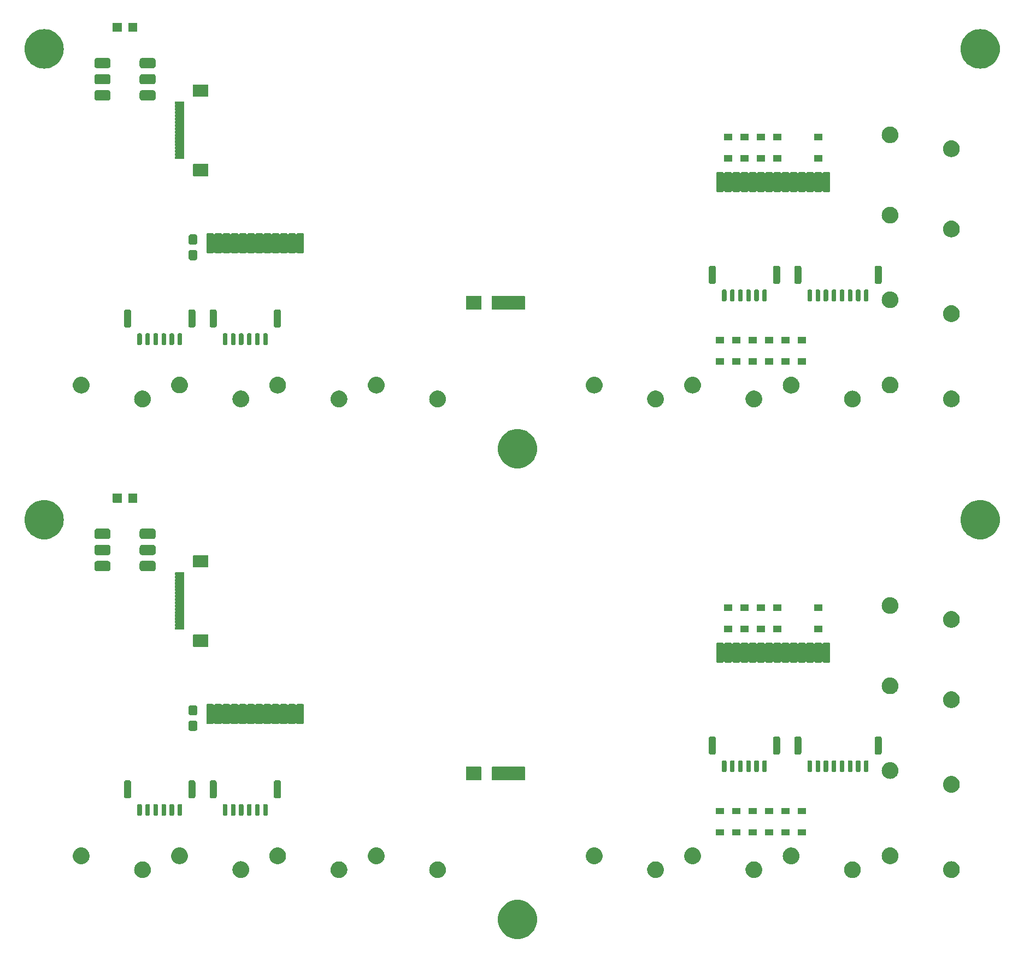
<source format=gbr>
%TF.GenerationSoftware,KiCad,Pcbnew,8.0.7*%
%TF.CreationDate,2025-01-14T19:54:10+09:00*%
%TF.ProjectId,AutoHome-S-Cover_V7.0,4175746f-486f-46d6-952d-532d436f7665,rev?*%
%TF.SameCoordinates,Original*%
%TF.FileFunction,Soldermask,Bot*%
%TF.FilePolarity,Negative*%
%FSLAX46Y46*%
G04 Gerber Fmt 4.6, Leading zero omitted, Abs format (unit mm)*
G04 Created by KiCad (PCBNEW 8.0.7) date 2025-01-14 19:54:10*
%MOMM*%
%LPD*%
G01*
G04 APERTURE LIST*
G04 APERTURE END LIST*
G36*
X108797392Y-175238184D02*
G01*
X109134699Y-175295495D01*
X109463469Y-175390212D01*
X109779567Y-175521144D01*
X110079018Y-175686644D01*
X110358055Y-175884632D01*
X110613171Y-176112617D01*
X110841156Y-176367733D01*
X111039144Y-176646770D01*
X111204644Y-176946221D01*
X111335576Y-177262319D01*
X111430293Y-177591089D01*
X111487604Y-177928396D01*
X111506788Y-178270000D01*
X111487604Y-178611604D01*
X111430293Y-178948911D01*
X111335576Y-179277681D01*
X111204644Y-179593779D01*
X111039144Y-179893230D01*
X110841156Y-180172267D01*
X110613171Y-180427383D01*
X110358055Y-180655368D01*
X110079018Y-180853356D01*
X109779567Y-181018856D01*
X109463469Y-181149788D01*
X109134699Y-181244505D01*
X108797392Y-181301816D01*
X108455788Y-181321000D01*
X108114184Y-181301816D01*
X107776877Y-181244505D01*
X107448107Y-181149788D01*
X107132009Y-181018856D01*
X106832558Y-180853356D01*
X106553521Y-180655368D01*
X106298405Y-180427383D01*
X106070420Y-180172267D01*
X105872432Y-179893230D01*
X105706932Y-179593779D01*
X105576000Y-179277681D01*
X105481283Y-178948911D01*
X105423972Y-178611604D01*
X105404788Y-178270000D01*
X105423972Y-177928396D01*
X105481283Y-177591089D01*
X105576000Y-177262319D01*
X105706932Y-176946221D01*
X105872432Y-176646770D01*
X106070420Y-176367733D01*
X106298405Y-176112617D01*
X106553521Y-175884632D01*
X106832558Y-175686644D01*
X107132009Y-175521144D01*
X107448107Y-175390212D01*
X107776877Y-175295495D01*
X108114184Y-175238184D01*
X108455788Y-175219000D01*
X108797392Y-175238184D01*
G37*
G36*
X160411464Y-169263871D02*
G01*
X160463190Y-169263871D01*
X160520200Y-169273384D01*
X160581704Y-169278765D01*
X160630002Y-169291706D01*
X160675059Y-169299225D01*
X160735505Y-169319976D01*
X160800756Y-169337460D01*
X160840724Y-169356097D01*
X160878221Y-169368970D01*
X160939830Y-169402311D01*
X161006288Y-169433301D01*
X161037573Y-169455207D01*
X161067131Y-169471203D01*
X161127299Y-169518033D01*
X161192055Y-169563376D01*
X161214877Y-169586198D01*
X161236639Y-169603136D01*
X161292542Y-169663863D01*
X161352412Y-169723733D01*
X161367523Y-169745315D01*
X161382123Y-169761174D01*
X161430833Y-169835730D01*
X161482487Y-169909500D01*
X161491108Y-169927987D01*
X161499606Y-169940995D01*
X161538170Y-170028914D01*
X161578328Y-170115032D01*
X161582068Y-170128991D01*
X161585890Y-170137704D01*
X161611481Y-170238763D01*
X161637023Y-170334084D01*
X161637763Y-170342546D01*
X161638621Y-170345933D01*
X161648675Y-170467270D01*
X161656788Y-170560000D01*
X161648674Y-170652737D01*
X161638621Y-170774066D01*
X161637763Y-170777452D01*
X161637023Y-170785916D01*
X161611477Y-170881253D01*
X161585890Y-170982295D01*
X161582069Y-170991005D01*
X161578328Y-171004968D01*
X161538163Y-171091101D01*
X161499606Y-171179004D01*
X161491109Y-171192008D01*
X161482487Y-171210500D01*
X161430823Y-171284283D01*
X161382123Y-171358825D01*
X161367526Y-171374680D01*
X161352412Y-171396267D01*
X161292531Y-171456147D01*
X161236639Y-171516863D01*
X161214881Y-171533797D01*
X161192055Y-171556624D01*
X161127286Y-171601975D01*
X161067131Y-171648796D01*
X161037579Y-171664788D01*
X161006288Y-171686699D01*
X160939817Y-171717694D01*
X160878221Y-171751029D01*
X160840732Y-171763898D01*
X160800756Y-171782540D01*
X160735492Y-171800027D01*
X160675059Y-171820774D01*
X160630009Y-171828291D01*
X160581704Y-171841235D01*
X160520196Y-171846616D01*
X160463190Y-171856129D01*
X160411464Y-171856129D01*
X160355788Y-171861000D01*
X160300112Y-171856129D01*
X160248386Y-171856129D01*
X160191378Y-171846616D01*
X160129872Y-171841235D01*
X160081567Y-171828291D01*
X160036516Y-171820774D01*
X159976079Y-171800026D01*
X159910820Y-171782540D01*
X159870846Y-171763900D01*
X159833354Y-171751029D01*
X159771751Y-171717691D01*
X159705288Y-171686699D01*
X159673999Y-171664790D01*
X159644444Y-171648796D01*
X159584279Y-171601968D01*
X159519521Y-171556624D01*
X159496697Y-171533800D01*
X159474936Y-171516863D01*
X159419032Y-171456135D01*
X159359164Y-171396267D01*
X159344052Y-171374685D01*
X159329452Y-171358825D01*
X159280737Y-171284262D01*
X159229089Y-171210500D01*
X159220468Y-171192013D01*
X159211969Y-171179004D01*
X159173395Y-171091065D01*
X159133248Y-171004968D01*
X159129508Y-170991011D01*
X159125685Y-170982295D01*
X159100080Y-170881185D01*
X159074553Y-170785916D01*
X159073813Y-170777458D01*
X159072954Y-170774066D01*
X159062882Y-170652521D01*
X159054788Y-170560000D01*
X159062881Y-170467486D01*
X159072954Y-170345933D01*
X159073813Y-170342540D01*
X159074553Y-170334084D01*
X159100075Y-170238831D01*
X159125685Y-170137704D01*
X159129508Y-170128986D01*
X159133248Y-170115032D01*
X159173388Y-170028950D01*
X159211969Y-169940995D01*
X159220470Y-169927982D01*
X159229089Y-169909500D01*
X159280727Y-169835751D01*
X159329452Y-169761174D01*
X159344055Y-169745310D01*
X159359164Y-169723733D01*
X159419020Y-169663876D01*
X159474936Y-169603136D01*
X159496702Y-169586194D01*
X159519521Y-169563376D01*
X159584266Y-169518040D01*
X159644444Y-169471203D01*
X159674005Y-169455204D01*
X159705288Y-169433301D01*
X159771738Y-169402314D01*
X159833354Y-169368970D01*
X159870854Y-169356096D01*
X159910820Y-169337460D01*
X159976066Y-169319977D01*
X160036516Y-169299225D01*
X160081575Y-169291706D01*
X160129872Y-169278765D01*
X160191375Y-169273384D01*
X160248386Y-169263871D01*
X160300112Y-169263871D01*
X160355788Y-169259000D01*
X160411464Y-169263871D01*
G37*
G36*
X50411464Y-169253871D02*
G01*
X50463190Y-169253871D01*
X50520200Y-169263384D01*
X50581704Y-169268765D01*
X50630002Y-169281706D01*
X50675059Y-169289225D01*
X50735505Y-169309976D01*
X50800756Y-169327460D01*
X50840724Y-169346097D01*
X50878221Y-169358970D01*
X50939830Y-169392311D01*
X51006288Y-169423301D01*
X51037573Y-169445207D01*
X51067131Y-169461203D01*
X51127299Y-169508033D01*
X51192055Y-169553376D01*
X51214877Y-169576198D01*
X51236639Y-169593136D01*
X51292542Y-169653863D01*
X51352412Y-169713733D01*
X51367523Y-169735315D01*
X51382123Y-169751174D01*
X51430833Y-169825730D01*
X51482487Y-169899500D01*
X51491108Y-169917987D01*
X51499606Y-169930995D01*
X51538170Y-170018914D01*
X51578328Y-170105032D01*
X51582068Y-170118991D01*
X51585890Y-170127704D01*
X51611481Y-170228763D01*
X51637023Y-170324084D01*
X51637763Y-170332546D01*
X51638621Y-170335933D01*
X51648675Y-170457270D01*
X51656788Y-170550000D01*
X51648674Y-170642737D01*
X51638621Y-170764066D01*
X51637763Y-170767452D01*
X51637023Y-170775916D01*
X51611477Y-170871253D01*
X51585890Y-170972295D01*
X51582069Y-170981005D01*
X51578328Y-170994968D01*
X51538163Y-171081101D01*
X51499606Y-171169004D01*
X51491109Y-171182008D01*
X51482487Y-171200500D01*
X51430823Y-171274283D01*
X51382123Y-171348825D01*
X51367526Y-171364680D01*
X51352412Y-171386267D01*
X51292531Y-171446147D01*
X51236639Y-171506863D01*
X51214881Y-171523797D01*
X51192055Y-171546624D01*
X51127286Y-171591975D01*
X51067131Y-171638796D01*
X51037579Y-171654788D01*
X51006288Y-171676699D01*
X50939817Y-171707694D01*
X50878221Y-171741029D01*
X50840732Y-171753898D01*
X50800756Y-171772540D01*
X50735492Y-171790027D01*
X50675059Y-171810774D01*
X50630009Y-171818291D01*
X50581704Y-171831235D01*
X50520196Y-171836616D01*
X50463190Y-171846129D01*
X50411464Y-171846129D01*
X50355788Y-171851000D01*
X50300112Y-171846129D01*
X50248386Y-171846129D01*
X50191378Y-171836616D01*
X50129872Y-171831235D01*
X50081567Y-171818291D01*
X50036516Y-171810774D01*
X49976079Y-171790026D01*
X49910820Y-171772540D01*
X49870846Y-171753900D01*
X49833354Y-171741029D01*
X49771751Y-171707691D01*
X49705288Y-171676699D01*
X49673999Y-171654790D01*
X49644444Y-171638796D01*
X49584279Y-171591968D01*
X49519521Y-171546624D01*
X49496697Y-171523800D01*
X49474936Y-171506863D01*
X49419032Y-171446135D01*
X49359164Y-171386267D01*
X49344052Y-171364685D01*
X49329452Y-171348825D01*
X49280737Y-171274262D01*
X49229089Y-171200500D01*
X49220468Y-171182013D01*
X49211969Y-171169004D01*
X49173395Y-171081065D01*
X49133248Y-170994968D01*
X49129508Y-170981011D01*
X49125685Y-170972295D01*
X49100080Y-170871185D01*
X49074553Y-170775916D01*
X49073813Y-170767458D01*
X49072954Y-170764066D01*
X49062882Y-170642521D01*
X49054788Y-170550000D01*
X49062881Y-170457486D01*
X49072954Y-170335933D01*
X49073813Y-170332540D01*
X49074553Y-170324084D01*
X49100075Y-170228831D01*
X49125685Y-170127704D01*
X49129508Y-170118986D01*
X49133248Y-170105032D01*
X49173388Y-170018950D01*
X49211969Y-169930995D01*
X49220470Y-169917982D01*
X49229089Y-169899500D01*
X49280727Y-169825751D01*
X49329452Y-169751174D01*
X49344055Y-169735310D01*
X49359164Y-169713733D01*
X49419020Y-169653876D01*
X49474936Y-169593136D01*
X49496702Y-169576194D01*
X49519521Y-169553376D01*
X49584266Y-169508040D01*
X49644444Y-169461203D01*
X49674005Y-169445204D01*
X49705288Y-169423301D01*
X49771738Y-169392314D01*
X49833354Y-169358970D01*
X49870854Y-169346096D01*
X49910820Y-169327460D01*
X49976066Y-169309977D01*
X50036516Y-169289225D01*
X50081575Y-169281706D01*
X50129872Y-169268765D01*
X50191375Y-169263384D01*
X50248386Y-169253871D01*
X50300112Y-169253871D01*
X50355788Y-169249000D01*
X50411464Y-169253871D01*
G37*
G36*
X80851464Y-169253871D02*
G01*
X80903190Y-169253871D01*
X80960200Y-169263384D01*
X81021704Y-169268765D01*
X81070002Y-169281706D01*
X81115059Y-169289225D01*
X81175505Y-169309976D01*
X81240756Y-169327460D01*
X81280724Y-169346097D01*
X81318221Y-169358970D01*
X81379830Y-169392311D01*
X81446288Y-169423301D01*
X81477573Y-169445207D01*
X81507131Y-169461203D01*
X81567299Y-169508033D01*
X81632055Y-169553376D01*
X81654877Y-169576198D01*
X81676639Y-169593136D01*
X81732542Y-169653863D01*
X81792412Y-169713733D01*
X81807523Y-169735315D01*
X81822123Y-169751174D01*
X81870833Y-169825730D01*
X81922487Y-169899500D01*
X81931108Y-169917987D01*
X81939606Y-169930995D01*
X81978170Y-170018914D01*
X82018328Y-170105032D01*
X82022068Y-170118991D01*
X82025890Y-170127704D01*
X82051481Y-170228763D01*
X82077023Y-170324084D01*
X82077763Y-170332546D01*
X82078621Y-170335933D01*
X82088675Y-170457270D01*
X82096788Y-170550000D01*
X82088674Y-170642737D01*
X82078621Y-170764066D01*
X82077763Y-170767452D01*
X82077023Y-170775916D01*
X82051477Y-170871253D01*
X82025890Y-170972295D01*
X82022069Y-170981005D01*
X82018328Y-170994968D01*
X81978163Y-171081101D01*
X81939606Y-171169004D01*
X81931109Y-171182008D01*
X81922487Y-171200500D01*
X81870823Y-171274283D01*
X81822123Y-171348825D01*
X81807526Y-171364680D01*
X81792412Y-171386267D01*
X81732531Y-171446147D01*
X81676639Y-171506863D01*
X81654881Y-171523797D01*
X81632055Y-171546624D01*
X81567286Y-171591975D01*
X81507131Y-171638796D01*
X81477579Y-171654788D01*
X81446288Y-171676699D01*
X81379817Y-171707694D01*
X81318221Y-171741029D01*
X81280732Y-171753898D01*
X81240756Y-171772540D01*
X81175492Y-171790027D01*
X81115059Y-171810774D01*
X81070009Y-171818291D01*
X81021704Y-171831235D01*
X80960196Y-171836616D01*
X80903190Y-171846129D01*
X80851464Y-171846129D01*
X80795788Y-171851000D01*
X80740112Y-171846129D01*
X80688386Y-171846129D01*
X80631378Y-171836616D01*
X80569872Y-171831235D01*
X80521567Y-171818291D01*
X80476516Y-171810774D01*
X80416079Y-171790026D01*
X80350820Y-171772540D01*
X80310846Y-171753900D01*
X80273354Y-171741029D01*
X80211751Y-171707691D01*
X80145288Y-171676699D01*
X80113999Y-171654790D01*
X80084444Y-171638796D01*
X80024279Y-171591968D01*
X79959521Y-171546624D01*
X79936697Y-171523800D01*
X79914936Y-171506863D01*
X79859032Y-171446135D01*
X79799164Y-171386267D01*
X79784052Y-171364685D01*
X79769452Y-171348825D01*
X79720737Y-171274262D01*
X79669089Y-171200500D01*
X79660468Y-171182013D01*
X79651969Y-171169004D01*
X79613395Y-171081065D01*
X79573248Y-170994968D01*
X79569508Y-170981011D01*
X79565685Y-170972295D01*
X79540080Y-170871185D01*
X79514553Y-170775916D01*
X79513813Y-170767458D01*
X79512954Y-170764066D01*
X79502882Y-170642521D01*
X79494788Y-170550000D01*
X79502881Y-170457486D01*
X79512954Y-170335933D01*
X79513813Y-170332540D01*
X79514553Y-170324084D01*
X79540075Y-170228831D01*
X79565685Y-170127704D01*
X79569508Y-170118986D01*
X79573248Y-170105032D01*
X79613388Y-170018950D01*
X79651969Y-169930995D01*
X79660470Y-169917982D01*
X79669089Y-169899500D01*
X79720727Y-169825751D01*
X79769452Y-169751174D01*
X79784055Y-169735310D01*
X79799164Y-169713733D01*
X79859020Y-169653876D01*
X79914936Y-169593136D01*
X79936702Y-169576194D01*
X79959521Y-169553376D01*
X80024266Y-169508040D01*
X80084444Y-169461203D01*
X80114005Y-169445204D01*
X80145288Y-169423301D01*
X80211738Y-169392314D01*
X80273354Y-169358970D01*
X80310854Y-169346096D01*
X80350820Y-169327460D01*
X80416066Y-169309977D01*
X80476516Y-169289225D01*
X80521575Y-169281706D01*
X80569872Y-169268765D01*
X80631375Y-169263384D01*
X80688386Y-169253871D01*
X80740112Y-169253871D01*
X80795788Y-169249000D01*
X80851464Y-169253871D01*
G37*
G36*
X96131464Y-169253871D02*
G01*
X96183190Y-169253871D01*
X96240200Y-169263384D01*
X96301704Y-169268765D01*
X96350002Y-169281706D01*
X96395059Y-169289225D01*
X96455505Y-169309976D01*
X96520756Y-169327460D01*
X96560724Y-169346097D01*
X96598221Y-169358970D01*
X96659830Y-169392311D01*
X96726288Y-169423301D01*
X96757573Y-169445207D01*
X96787131Y-169461203D01*
X96847299Y-169508033D01*
X96912055Y-169553376D01*
X96934877Y-169576198D01*
X96956639Y-169593136D01*
X97012542Y-169653863D01*
X97072412Y-169713733D01*
X97087523Y-169735315D01*
X97102123Y-169751174D01*
X97150833Y-169825730D01*
X97202487Y-169899500D01*
X97211108Y-169917987D01*
X97219606Y-169930995D01*
X97258170Y-170018914D01*
X97298328Y-170105032D01*
X97302068Y-170118991D01*
X97305890Y-170127704D01*
X97331481Y-170228763D01*
X97357023Y-170324084D01*
X97357763Y-170332546D01*
X97358621Y-170335933D01*
X97368675Y-170457270D01*
X97376788Y-170550000D01*
X97368674Y-170642737D01*
X97358621Y-170764066D01*
X97357763Y-170767452D01*
X97357023Y-170775916D01*
X97331477Y-170871253D01*
X97305890Y-170972295D01*
X97302069Y-170981005D01*
X97298328Y-170994968D01*
X97258163Y-171081101D01*
X97219606Y-171169004D01*
X97211109Y-171182008D01*
X97202487Y-171200500D01*
X97150823Y-171274283D01*
X97102123Y-171348825D01*
X97087526Y-171364680D01*
X97072412Y-171386267D01*
X97012531Y-171446147D01*
X96956639Y-171506863D01*
X96934881Y-171523797D01*
X96912055Y-171546624D01*
X96847286Y-171591975D01*
X96787131Y-171638796D01*
X96757579Y-171654788D01*
X96726288Y-171676699D01*
X96659817Y-171707694D01*
X96598221Y-171741029D01*
X96560732Y-171753898D01*
X96520756Y-171772540D01*
X96455492Y-171790027D01*
X96395059Y-171810774D01*
X96350009Y-171818291D01*
X96301704Y-171831235D01*
X96240196Y-171836616D01*
X96183190Y-171846129D01*
X96131464Y-171846129D01*
X96075788Y-171851000D01*
X96020112Y-171846129D01*
X95968386Y-171846129D01*
X95911378Y-171836616D01*
X95849872Y-171831235D01*
X95801567Y-171818291D01*
X95756516Y-171810774D01*
X95696079Y-171790026D01*
X95630820Y-171772540D01*
X95590846Y-171753900D01*
X95553354Y-171741029D01*
X95491751Y-171707691D01*
X95425288Y-171676699D01*
X95393999Y-171654790D01*
X95364444Y-171638796D01*
X95304279Y-171591968D01*
X95239521Y-171546624D01*
X95216697Y-171523800D01*
X95194936Y-171506863D01*
X95139032Y-171446135D01*
X95079164Y-171386267D01*
X95064052Y-171364685D01*
X95049452Y-171348825D01*
X95000737Y-171274262D01*
X94949089Y-171200500D01*
X94940468Y-171182013D01*
X94931969Y-171169004D01*
X94893395Y-171081065D01*
X94853248Y-170994968D01*
X94849508Y-170981011D01*
X94845685Y-170972295D01*
X94820080Y-170871185D01*
X94794553Y-170775916D01*
X94793813Y-170767458D01*
X94792954Y-170764066D01*
X94782882Y-170642521D01*
X94774788Y-170550000D01*
X94782881Y-170457486D01*
X94792954Y-170335933D01*
X94793813Y-170332540D01*
X94794553Y-170324084D01*
X94820075Y-170228831D01*
X94845685Y-170127704D01*
X94849508Y-170118986D01*
X94853248Y-170105032D01*
X94893388Y-170018950D01*
X94931969Y-169930995D01*
X94940470Y-169917982D01*
X94949089Y-169899500D01*
X95000727Y-169825751D01*
X95049452Y-169751174D01*
X95064055Y-169735310D01*
X95079164Y-169713733D01*
X95139020Y-169653876D01*
X95194936Y-169593136D01*
X95216702Y-169576194D01*
X95239521Y-169553376D01*
X95304266Y-169508040D01*
X95364444Y-169461203D01*
X95394005Y-169445204D01*
X95425288Y-169423301D01*
X95491738Y-169392314D01*
X95553354Y-169358970D01*
X95590854Y-169346096D01*
X95630820Y-169327460D01*
X95696066Y-169309977D01*
X95756516Y-169289225D01*
X95801575Y-169281706D01*
X95849872Y-169268765D01*
X95911375Y-169263384D01*
X95968386Y-169253871D01*
X96020112Y-169253871D01*
X96075788Y-169249000D01*
X96131464Y-169253871D01*
G37*
G36*
X129901464Y-169253871D02*
G01*
X129953190Y-169253871D01*
X130010200Y-169263384D01*
X130071704Y-169268765D01*
X130120002Y-169281706D01*
X130165059Y-169289225D01*
X130225505Y-169309976D01*
X130290756Y-169327460D01*
X130330724Y-169346097D01*
X130368221Y-169358970D01*
X130429830Y-169392311D01*
X130496288Y-169423301D01*
X130527573Y-169445207D01*
X130557131Y-169461203D01*
X130617299Y-169508033D01*
X130682055Y-169553376D01*
X130704877Y-169576198D01*
X130726639Y-169593136D01*
X130782542Y-169653863D01*
X130842412Y-169713733D01*
X130857523Y-169735315D01*
X130872123Y-169751174D01*
X130920833Y-169825730D01*
X130972487Y-169899500D01*
X130981108Y-169917987D01*
X130989606Y-169930995D01*
X131028170Y-170018914D01*
X131068328Y-170105032D01*
X131072068Y-170118991D01*
X131075890Y-170127704D01*
X131101481Y-170228763D01*
X131127023Y-170324084D01*
X131127763Y-170332546D01*
X131128621Y-170335933D01*
X131138675Y-170457270D01*
X131146788Y-170550000D01*
X131138674Y-170642737D01*
X131128621Y-170764066D01*
X131127763Y-170767452D01*
X131127023Y-170775916D01*
X131101477Y-170871253D01*
X131075890Y-170972295D01*
X131072069Y-170981005D01*
X131068328Y-170994968D01*
X131028163Y-171081101D01*
X130989606Y-171169004D01*
X130981109Y-171182008D01*
X130972487Y-171200500D01*
X130920823Y-171274283D01*
X130872123Y-171348825D01*
X130857526Y-171364680D01*
X130842412Y-171386267D01*
X130782531Y-171446147D01*
X130726639Y-171506863D01*
X130704881Y-171523797D01*
X130682055Y-171546624D01*
X130617286Y-171591975D01*
X130557131Y-171638796D01*
X130527579Y-171654788D01*
X130496288Y-171676699D01*
X130429817Y-171707694D01*
X130368221Y-171741029D01*
X130330732Y-171753898D01*
X130290756Y-171772540D01*
X130225492Y-171790027D01*
X130165059Y-171810774D01*
X130120009Y-171818291D01*
X130071704Y-171831235D01*
X130010196Y-171836616D01*
X129953190Y-171846129D01*
X129901464Y-171846129D01*
X129845788Y-171851000D01*
X129790112Y-171846129D01*
X129738386Y-171846129D01*
X129681378Y-171836616D01*
X129619872Y-171831235D01*
X129571567Y-171818291D01*
X129526516Y-171810774D01*
X129466079Y-171790026D01*
X129400820Y-171772540D01*
X129360846Y-171753900D01*
X129323354Y-171741029D01*
X129261751Y-171707691D01*
X129195288Y-171676699D01*
X129163999Y-171654790D01*
X129134444Y-171638796D01*
X129074279Y-171591968D01*
X129009521Y-171546624D01*
X128986697Y-171523800D01*
X128964936Y-171506863D01*
X128909032Y-171446135D01*
X128849164Y-171386267D01*
X128834052Y-171364685D01*
X128819452Y-171348825D01*
X128770737Y-171274262D01*
X128719089Y-171200500D01*
X128710468Y-171182013D01*
X128701969Y-171169004D01*
X128663395Y-171081065D01*
X128623248Y-170994968D01*
X128619508Y-170981011D01*
X128615685Y-170972295D01*
X128590080Y-170871185D01*
X128564553Y-170775916D01*
X128563813Y-170767458D01*
X128562954Y-170764066D01*
X128552882Y-170642521D01*
X128544788Y-170550000D01*
X128552881Y-170457486D01*
X128562954Y-170335933D01*
X128563813Y-170332540D01*
X128564553Y-170324084D01*
X128590075Y-170228831D01*
X128615685Y-170127704D01*
X128619508Y-170118986D01*
X128623248Y-170105032D01*
X128663388Y-170018950D01*
X128701969Y-169930995D01*
X128710470Y-169917982D01*
X128719089Y-169899500D01*
X128770727Y-169825751D01*
X128819452Y-169751174D01*
X128834055Y-169735310D01*
X128849164Y-169713733D01*
X128909020Y-169653876D01*
X128964936Y-169593136D01*
X128986702Y-169576194D01*
X129009521Y-169553376D01*
X129074266Y-169508040D01*
X129134444Y-169461203D01*
X129164005Y-169445204D01*
X129195288Y-169423301D01*
X129261738Y-169392314D01*
X129323354Y-169358970D01*
X129360854Y-169346096D01*
X129400820Y-169327460D01*
X129466066Y-169309977D01*
X129526516Y-169289225D01*
X129571575Y-169281706D01*
X129619872Y-169268765D01*
X129681375Y-169263384D01*
X129738386Y-169253871D01*
X129790112Y-169253871D01*
X129845788Y-169249000D01*
X129901464Y-169253871D01*
G37*
G36*
X145141464Y-169253871D02*
G01*
X145193190Y-169253871D01*
X145250200Y-169263384D01*
X145311704Y-169268765D01*
X145360002Y-169281706D01*
X145405059Y-169289225D01*
X145465505Y-169309976D01*
X145530756Y-169327460D01*
X145570724Y-169346097D01*
X145608221Y-169358970D01*
X145669830Y-169392311D01*
X145736288Y-169423301D01*
X145767573Y-169445207D01*
X145797131Y-169461203D01*
X145857299Y-169508033D01*
X145922055Y-169553376D01*
X145944877Y-169576198D01*
X145966639Y-169593136D01*
X146022542Y-169653863D01*
X146082412Y-169713733D01*
X146097523Y-169735315D01*
X146112123Y-169751174D01*
X146160833Y-169825730D01*
X146212487Y-169899500D01*
X146221108Y-169917987D01*
X146229606Y-169930995D01*
X146268170Y-170018914D01*
X146308328Y-170105032D01*
X146312068Y-170118991D01*
X146315890Y-170127704D01*
X146341481Y-170228763D01*
X146367023Y-170324084D01*
X146367763Y-170332546D01*
X146368621Y-170335933D01*
X146378675Y-170457270D01*
X146386788Y-170550000D01*
X146378674Y-170642737D01*
X146368621Y-170764066D01*
X146367763Y-170767452D01*
X146367023Y-170775916D01*
X146341477Y-170871253D01*
X146315890Y-170972295D01*
X146312069Y-170981005D01*
X146308328Y-170994968D01*
X146268163Y-171081101D01*
X146229606Y-171169004D01*
X146221109Y-171182008D01*
X146212487Y-171200500D01*
X146160823Y-171274283D01*
X146112123Y-171348825D01*
X146097526Y-171364680D01*
X146082412Y-171386267D01*
X146022531Y-171446147D01*
X145966639Y-171506863D01*
X145944881Y-171523797D01*
X145922055Y-171546624D01*
X145857286Y-171591975D01*
X145797131Y-171638796D01*
X145767579Y-171654788D01*
X145736288Y-171676699D01*
X145669817Y-171707694D01*
X145608221Y-171741029D01*
X145570732Y-171753898D01*
X145530756Y-171772540D01*
X145465492Y-171790027D01*
X145405059Y-171810774D01*
X145360009Y-171818291D01*
X145311704Y-171831235D01*
X145250196Y-171836616D01*
X145193190Y-171846129D01*
X145141464Y-171846129D01*
X145085788Y-171851000D01*
X145030112Y-171846129D01*
X144978386Y-171846129D01*
X144921378Y-171836616D01*
X144859872Y-171831235D01*
X144811567Y-171818291D01*
X144766516Y-171810774D01*
X144706079Y-171790026D01*
X144640820Y-171772540D01*
X144600846Y-171753900D01*
X144563354Y-171741029D01*
X144501751Y-171707691D01*
X144435288Y-171676699D01*
X144403999Y-171654790D01*
X144374444Y-171638796D01*
X144314279Y-171591968D01*
X144249521Y-171546624D01*
X144226697Y-171523800D01*
X144204936Y-171506863D01*
X144149032Y-171446135D01*
X144089164Y-171386267D01*
X144074052Y-171364685D01*
X144059452Y-171348825D01*
X144010737Y-171274262D01*
X143959089Y-171200500D01*
X143950468Y-171182013D01*
X143941969Y-171169004D01*
X143903395Y-171081065D01*
X143863248Y-170994968D01*
X143859508Y-170981011D01*
X143855685Y-170972295D01*
X143830080Y-170871185D01*
X143804553Y-170775916D01*
X143803813Y-170767458D01*
X143802954Y-170764066D01*
X143792882Y-170642521D01*
X143784788Y-170550000D01*
X143792881Y-170457486D01*
X143802954Y-170335933D01*
X143803813Y-170332540D01*
X143804553Y-170324084D01*
X143830075Y-170228831D01*
X143855685Y-170127704D01*
X143859508Y-170118986D01*
X143863248Y-170105032D01*
X143903388Y-170018950D01*
X143941969Y-169930995D01*
X143950470Y-169917982D01*
X143959089Y-169899500D01*
X144010727Y-169825751D01*
X144059452Y-169751174D01*
X144074055Y-169735310D01*
X144089164Y-169713733D01*
X144149020Y-169653876D01*
X144204936Y-169593136D01*
X144226702Y-169576194D01*
X144249521Y-169553376D01*
X144314266Y-169508040D01*
X144374444Y-169461203D01*
X144404005Y-169445204D01*
X144435288Y-169423301D01*
X144501738Y-169392314D01*
X144563354Y-169358970D01*
X144600854Y-169346096D01*
X144640820Y-169327460D01*
X144706066Y-169309977D01*
X144766516Y-169289225D01*
X144811575Y-169281706D01*
X144859872Y-169268765D01*
X144921375Y-169263384D01*
X144978386Y-169253871D01*
X145030112Y-169253871D01*
X145085788Y-169249000D01*
X145141464Y-169253871D01*
G37*
G36*
X65641464Y-169243871D02*
G01*
X65693190Y-169243871D01*
X65750200Y-169253384D01*
X65811704Y-169258765D01*
X65860002Y-169271706D01*
X65905059Y-169279225D01*
X65965505Y-169299976D01*
X66030756Y-169317460D01*
X66070724Y-169336097D01*
X66108221Y-169348970D01*
X66169830Y-169382311D01*
X66236288Y-169413301D01*
X66267573Y-169435207D01*
X66297131Y-169451203D01*
X66357299Y-169498033D01*
X66422055Y-169543376D01*
X66444877Y-169566198D01*
X66466639Y-169583136D01*
X66522542Y-169643863D01*
X66582412Y-169703733D01*
X66597523Y-169725315D01*
X66612123Y-169741174D01*
X66660833Y-169815730D01*
X66712487Y-169889500D01*
X66721108Y-169907987D01*
X66729606Y-169920995D01*
X66768170Y-170008914D01*
X66808328Y-170095032D01*
X66812068Y-170108991D01*
X66815890Y-170117704D01*
X66841481Y-170218763D01*
X66867023Y-170314084D01*
X66867763Y-170322546D01*
X66868621Y-170325933D01*
X66878675Y-170447270D01*
X66886788Y-170540000D01*
X66878674Y-170632737D01*
X66868621Y-170754066D01*
X66867763Y-170757452D01*
X66867023Y-170765916D01*
X66841477Y-170861253D01*
X66815890Y-170962295D01*
X66812069Y-170971005D01*
X66808328Y-170984968D01*
X66768163Y-171071101D01*
X66729606Y-171159004D01*
X66721109Y-171172008D01*
X66712487Y-171190500D01*
X66660823Y-171264283D01*
X66612123Y-171338825D01*
X66597526Y-171354680D01*
X66582412Y-171376267D01*
X66522531Y-171436147D01*
X66466639Y-171496863D01*
X66444881Y-171513797D01*
X66422055Y-171536624D01*
X66357286Y-171581975D01*
X66297131Y-171628796D01*
X66267579Y-171644788D01*
X66236288Y-171666699D01*
X66169817Y-171697694D01*
X66108221Y-171731029D01*
X66070732Y-171743898D01*
X66030756Y-171762540D01*
X65965492Y-171780027D01*
X65905059Y-171800774D01*
X65860009Y-171808291D01*
X65811704Y-171821235D01*
X65750196Y-171826616D01*
X65693190Y-171836129D01*
X65641464Y-171836129D01*
X65585788Y-171841000D01*
X65530112Y-171836129D01*
X65478386Y-171836129D01*
X65421378Y-171826616D01*
X65359872Y-171821235D01*
X65311567Y-171808291D01*
X65266516Y-171800774D01*
X65206079Y-171780026D01*
X65140820Y-171762540D01*
X65100846Y-171743900D01*
X65063354Y-171731029D01*
X65001751Y-171697691D01*
X64935288Y-171666699D01*
X64903999Y-171644790D01*
X64874444Y-171628796D01*
X64814279Y-171581968D01*
X64749521Y-171536624D01*
X64726697Y-171513800D01*
X64704936Y-171496863D01*
X64649032Y-171436135D01*
X64589164Y-171376267D01*
X64574052Y-171354685D01*
X64559452Y-171338825D01*
X64510737Y-171264262D01*
X64459089Y-171190500D01*
X64450468Y-171172013D01*
X64441969Y-171159004D01*
X64403395Y-171071065D01*
X64363248Y-170984968D01*
X64359508Y-170971011D01*
X64355685Y-170962295D01*
X64330080Y-170861185D01*
X64304553Y-170765916D01*
X64303813Y-170757458D01*
X64302954Y-170754066D01*
X64292882Y-170632521D01*
X64284788Y-170540000D01*
X64292881Y-170447486D01*
X64302954Y-170325933D01*
X64303813Y-170322540D01*
X64304553Y-170314084D01*
X64330075Y-170218831D01*
X64355685Y-170117704D01*
X64359508Y-170108986D01*
X64363248Y-170095032D01*
X64403388Y-170008950D01*
X64441969Y-169920995D01*
X64450470Y-169907982D01*
X64459089Y-169889500D01*
X64510727Y-169815751D01*
X64559452Y-169741174D01*
X64574055Y-169725310D01*
X64589164Y-169703733D01*
X64649020Y-169643876D01*
X64704936Y-169583136D01*
X64726702Y-169566194D01*
X64749521Y-169543376D01*
X64814266Y-169498040D01*
X64874444Y-169451203D01*
X64904005Y-169435204D01*
X64935288Y-169413301D01*
X65001738Y-169382314D01*
X65063354Y-169348970D01*
X65100854Y-169336096D01*
X65140820Y-169317460D01*
X65206066Y-169299977D01*
X65266516Y-169279225D01*
X65311575Y-169271706D01*
X65359872Y-169258765D01*
X65421375Y-169253384D01*
X65478386Y-169243871D01*
X65530112Y-169243871D01*
X65585788Y-169239000D01*
X65641464Y-169243871D01*
G37*
G36*
X175741464Y-169243871D02*
G01*
X175793190Y-169243871D01*
X175850200Y-169253384D01*
X175911704Y-169258765D01*
X175960002Y-169271706D01*
X176005059Y-169279225D01*
X176065505Y-169299976D01*
X176130756Y-169317460D01*
X176170724Y-169336097D01*
X176208221Y-169348970D01*
X176269830Y-169382311D01*
X176336288Y-169413301D01*
X176367573Y-169435207D01*
X176397131Y-169451203D01*
X176457299Y-169498033D01*
X176522055Y-169543376D01*
X176544877Y-169566198D01*
X176566639Y-169583136D01*
X176622542Y-169643863D01*
X176682412Y-169703733D01*
X176697523Y-169725315D01*
X176712123Y-169741174D01*
X176760833Y-169815730D01*
X176812487Y-169889500D01*
X176821108Y-169907987D01*
X176829606Y-169920995D01*
X176868170Y-170008914D01*
X176908328Y-170095032D01*
X176912068Y-170108991D01*
X176915890Y-170117704D01*
X176941481Y-170218763D01*
X176967023Y-170314084D01*
X176967763Y-170322546D01*
X176968621Y-170325933D01*
X176978675Y-170447270D01*
X176986788Y-170540000D01*
X176978674Y-170632737D01*
X176968621Y-170754066D01*
X176967763Y-170757452D01*
X176967023Y-170765916D01*
X176941477Y-170861253D01*
X176915890Y-170962295D01*
X176912069Y-170971005D01*
X176908328Y-170984968D01*
X176868163Y-171071101D01*
X176829606Y-171159004D01*
X176821109Y-171172008D01*
X176812487Y-171190500D01*
X176760823Y-171264283D01*
X176712123Y-171338825D01*
X176697526Y-171354680D01*
X176682412Y-171376267D01*
X176622531Y-171436147D01*
X176566639Y-171496863D01*
X176544881Y-171513797D01*
X176522055Y-171536624D01*
X176457286Y-171581975D01*
X176397131Y-171628796D01*
X176367579Y-171644788D01*
X176336288Y-171666699D01*
X176269817Y-171697694D01*
X176208221Y-171731029D01*
X176170732Y-171743898D01*
X176130756Y-171762540D01*
X176065492Y-171780027D01*
X176005059Y-171800774D01*
X175960009Y-171808291D01*
X175911704Y-171821235D01*
X175850196Y-171826616D01*
X175793190Y-171836129D01*
X175741464Y-171836129D01*
X175685788Y-171841000D01*
X175630112Y-171836129D01*
X175578386Y-171836129D01*
X175521378Y-171826616D01*
X175459872Y-171821235D01*
X175411567Y-171808291D01*
X175366516Y-171800774D01*
X175306079Y-171780026D01*
X175240820Y-171762540D01*
X175200846Y-171743900D01*
X175163354Y-171731029D01*
X175101751Y-171697691D01*
X175035288Y-171666699D01*
X175003999Y-171644790D01*
X174974444Y-171628796D01*
X174914279Y-171581968D01*
X174849521Y-171536624D01*
X174826697Y-171513800D01*
X174804936Y-171496863D01*
X174749032Y-171436135D01*
X174689164Y-171376267D01*
X174674052Y-171354685D01*
X174659452Y-171338825D01*
X174610737Y-171264262D01*
X174559089Y-171190500D01*
X174550468Y-171172013D01*
X174541969Y-171159004D01*
X174503395Y-171071065D01*
X174463248Y-170984968D01*
X174459508Y-170971011D01*
X174455685Y-170962295D01*
X174430080Y-170861185D01*
X174404553Y-170765916D01*
X174403813Y-170757458D01*
X174402954Y-170754066D01*
X174392882Y-170632521D01*
X174384788Y-170540000D01*
X174392881Y-170447486D01*
X174402954Y-170325933D01*
X174403813Y-170322540D01*
X174404553Y-170314084D01*
X174430075Y-170218831D01*
X174455685Y-170117704D01*
X174459508Y-170108986D01*
X174463248Y-170095032D01*
X174503388Y-170008950D01*
X174541969Y-169920995D01*
X174550470Y-169907982D01*
X174559089Y-169889500D01*
X174610727Y-169815751D01*
X174659452Y-169741174D01*
X174674055Y-169725310D01*
X174689164Y-169703733D01*
X174749020Y-169643876D01*
X174804936Y-169583136D01*
X174826702Y-169566194D01*
X174849521Y-169543376D01*
X174914266Y-169498040D01*
X174974444Y-169451203D01*
X175004005Y-169435204D01*
X175035288Y-169413301D01*
X175101738Y-169382314D01*
X175163354Y-169348970D01*
X175200854Y-169336096D01*
X175240820Y-169317460D01*
X175306066Y-169299977D01*
X175366516Y-169279225D01*
X175411575Y-169271706D01*
X175459872Y-169258765D01*
X175521375Y-169253384D01*
X175578386Y-169243871D01*
X175630112Y-169243871D01*
X175685788Y-169239000D01*
X175741464Y-169243871D01*
G37*
G36*
X150911464Y-167113871D02*
G01*
X150963190Y-167113871D01*
X151020200Y-167123384D01*
X151081704Y-167128765D01*
X151130002Y-167141706D01*
X151175059Y-167149225D01*
X151235505Y-167169976D01*
X151300756Y-167187460D01*
X151340724Y-167206097D01*
X151378221Y-167218970D01*
X151439830Y-167252311D01*
X151506288Y-167283301D01*
X151537573Y-167305207D01*
X151567131Y-167321203D01*
X151627299Y-167368033D01*
X151692055Y-167413376D01*
X151714877Y-167436198D01*
X151736639Y-167453136D01*
X151792542Y-167513863D01*
X151852412Y-167573733D01*
X151867523Y-167595315D01*
X151882123Y-167611174D01*
X151930833Y-167685730D01*
X151982487Y-167759500D01*
X151991108Y-167777987D01*
X151999606Y-167790995D01*
X152038170Y-167878914D01*
X152078328Y-167965032D01*
X152082068Y-167978991D01*
X152085890Y-167987704D01*
X152111481Y-168088763D01*
X152137023Y-168184084D01*
X152137763Y-168192546D01*
X152138621Y-168195933D01*
X152148675Y-168317270D01*
X152156788Y-168410000D01*
X152148674Y-168502737D01*
X152138621Y-168624066D01*
X152137763Y-168627452D01*
X152137023Y-168635916D01*
X152111477Y-168731253D01*
X152085890Y-168832295D01*
X152082069Y-168841005D01*
X152078328Y-168854968D01*
X152038163Y-168941101D01*
X151999606Y-169029004D01*
X151991109Y-169042008D01*
X151982487Y-169060500D01*
X151930823Y-169134283D01*
X151882123Y-169208825D01*
X151867526Y-169224680D01*
X151852412Y-169246267D01*
X151792531Y-169306147D01*
X151736639Y-169366863D01*
X151714881Y-169383797D01*
X151692055Y-169406624D01*
X151627286Y-169451975D01*
X151567131Y-169498796D01*
X151537579Y-169514788D01*
X151506288Y-169536699D01*
X151439817Y-169567694D01*
X151378221Y-169601029D01*
X151340732Y-169613898D01*
X151300756Y-169632540D01*
X151235492Y-169650027D01*
X151175059Y-169670774D01*
X151130009Y-169678291D01*
X151081704Y-169691235D01*
X151020196Y-169696616D01*
X150963190Y-169706129D01*
X150911464Y-169706129D01*
X150855788Y-169711000D01*
X150800112Y-169706129D01*
X150748386Y-169706129D01*
X150691378Y-169696616D01*
X150629872Y-169691235D01*
X150581567Y-169678291D01*
X150536516Y-169670774D01*
X150476079Y-169650026D01*
X150410820Y-169632540D01*
X150370846Y-169613900D01*
X150333354Y-169601029D01*
X150271751Y-169567691D01*
X150205288Y-169536699D01*
X150173999Y-169514790D01*
X150144444Y-169498796D01*
X150084279Y-169451968D01*
X150019521Y-169406624D01*
X149996697Y-169383800D01*
X149974936Y-169366863D01*
X149919032Y-169306135D01*
X149859164Y-169246267D01*
X149844052Y-169224685D01*
X149829452Y-169208825D01*
X149780737Y-169134262D01*
X149729089Y-169060500D01*
X149720468Y-169042013D01*
X149711969Y-169029004D01*
X149673395Y-168941065D01*
X149633248Y-168854968D01*
X149629508Y-168841011D01*
X149625685Y-168832295D01*
X149600080Y-168731185D01*
X149574553Y-168635916D01*
X149573813Y-168627458D01*
X149572954Y-168624066D01*
X149562882Y-168502521D01*
X149554788Y-168410000D01*
X149562881Y-168317486D01*
X149572954Y-168195933D01*
X149573813Y-168192540D01*
X149574553Y-168184084D01*
X149600075Y-168088831D01*
X149625685Y-167987704D01*
X149629508Y-167978986D01*
X149633248Y-167965032D01*
X149673388Y-167878950D01*
X149711969Y-167790995D01*
X149720470Y-167777982D01*
X149729089Y-167759500D01*
X149780727Y-167685751D01*
X149829452Y-167611174D01*
X149844055Y-167595310D01*
X149859164Y-167573733D01*
X149919020Y-167513876D01*
X149974936Y-167453136D01*
X149996702Y-167436194D01*
X150019521Y-167413376D01*
X150084266Y-167368040D01*
X150144444Y-167321203D01*
X150174005Y-167305204D01*
X150205288Y-167283301D01*
X150271738Y-167252314D01*
X150333354Y-167218970D01*
X150370854Y-167206096D01*
X150410820Y-167187460D01*
X150476066Y-167169977D01*
X150536516Y-167149225D01*
X150581575Y-167141706D01*
X150629872Y-167128765D01*
X150691375Y-167123384D01*
X150748386Y-167113871D01*
X150800112Y-167113871D01*
X150855788Y-167109000D01*
X150911464Y-167113871D01*
G37*
G36*
X40911464Y-167103871D02*
G01*
X40963190Y-167103871D01*
X41020200Y-167113384D01*
X41081704Y-167118765D01*
X41130002Y-167131706D01*
X41175059Y-167139225D01*
X41235505Y-167159976D01*
X41300756Y-167177460D01*
X41340724Y-167196097D01*
X41378221Y-167208970D01*
X41439830Y-167242311D01*
X41506288Y-167273301D01*
X41537573Y-167295207D01*
X41567131Y-167311203D01*
X41627299Y-167358033D01*
X41692055Y-167403376D01*
X41714877Y-167426198D01*
X41736639Y-167443136D01*
X41792542Y-167503863D01*
X41852412Y-167563733D01*
X41867523Y-167585315D01*
X41882123Y-167601174D01*
X41930833Y-167675730D01*
X41982487Y-167749500D01*
X41991108Y-167767987D01*
X41999606Y-167780995D01*
X42038170Y-167868914D01*
X42078328Y-167955032D01*
X42082068Y-167968991D01*
X42085890Y-167977704D01*
X42111481Y-168078763D01*
X42137023Y-168174084D01*
X42137763Y-168182546D01*
X42138621Y-168185933D01*
X42148675Y-168307270D01*
X42156788Y-168400000D01*
X42148674Y-168492737D01*
X42138621Y-168614066D01*
X42137763Y-168617452D01*
X42137023Y-168625916D01*
X42111477Y-168721253D01*
X42085890Y-168822295D01*
X42082069Y-168831005D01*
X42078328Y-168844968D01*
X42038163Y-168931101D01*
X41999606Y-169019004D01*
X41991109Y-169032008D01*
X41982487Y-169050500D01*
X41930823Y-169124283D01*
X41882123Y-169198825D01*
X41867526Y-169214680D01*
X41852412Y-169236267D01*
X41792531Y-169296147D01*
X41736639Y-169356863D01*
X41714881Y-169373797D01*
X41692055Y-169396624D01*
X41627286Y-169441975D01*
X41567131Y-169488796D01*
X41537579Y-169504788D01*
X41506288Y-169526699D01*
X41439817Y-169557694D01*
X41378221Y-169591029D01*
X41340732Y-169603898D01*
X41300756Y-169622540D01*
X41235492Y-169640027D01*
X41175059Y-169660774D01*
X41130009Y-169668291D01*
X41081704Y-169681235D01*
X41020196Y-169686616D01*
X40963190Y-169696129D01*
X40911464Y-169696129D01*
X40855788Y-169701000D01*
X40800112Y-169696129D01*
X40748386Y-169696129D01*
X40691378Y-169686616D01*
X40629872Y-169681235D01*
X40581567Y-169668291D01*
X40536516Y-169660774D01*
X40476079Y-169640026D01*
X40410820Y-169622540D01*
X40370846Y-169603900D01*
X40333354Y-169591029D01*
X40271751Y-169557691D01*
X40205288Y-169526699D01*
X40173999Y-169504790D01*
X40144444Y-169488796D01*
X40084279Y-169441968D01*
X40019521Y-169396624D01*
X39996697Y-169373800D01*
X39974936Y-169356863D01*
X39919032Y-169296135D01*
X39859164Y-169236267D01*
X39844052Y-169214685D01*
X39829452Y-169198825D01*
X39780737Y-169124262D01*
X39729089Y-169050500D01*
X39720468Y-169032013D01*
X39711969Y-169019004D01*
X39673395Y-168931065D01*
X39633248Y-168844968D01*
X39629508Y-168831011D01*
X39625685Y-168822295D01*
X39600080Y-168721185D01*
X39574553Y-168625916D01*
X39573813Y-168617458D01*
X39572954Y-168614066D01*
X39562882Y-168492521D01*
X39554788Y-168400000D01*
X39562881Y-168307486D01*
X39572954Y-168185933D01*
X39573813Y-168182540D01*
X39574553Y-168174084D01*
X39600075Y-168078831D01*
X39625685Y-167977704D01*
X39629508Y-167968986D01*
X39633248Y-167955032D01*
X39673388Y-167868950D01*
X39711969Y-167780995D01*
X39720470Y-167767982D01*
X39729089Y-167749500D01*
X39780727Y-167675751D01*
X39829452Y-167601174D01*
X39844055Y-167585310D01*
X39859164Y-167563733D01*
X39919020Y-167503876D01*
X39974936Y-167443136D01*
X39996702Y-167426194D01*
X40019521Y-167403376D01*
X40084266Y-167358040D01*
X40144444Y-167311203D01*
X40174005Y-167295204D01*
X40205288Y-167273301D01*
X40271738Y-167242314D01*
X40333354Y-167208970D01*
X40370854Y-167196096D01*
X40410820Y-167177460D01*
X40476066Y-167159977D01*
X40536516Y-167139225D01*
X40581575Y-167131706D01*
X40629872Y-167118765D01*
X40691375Y-167113384D01*
X40748386Y-167103871D01*
X40800112Y-167103871D01*
X40855788Y-167099000D01*
X40911464Y-167103871D01*
G37*
G36*
X71351464Y-167103871D02*
G01*
X71403190Y-167103871D01*
X71460200Y-167113384D01*
X71521704Y-167118765D01*
X71570002Y-167131706D01*
X71615059Y-167139225D01*
X71675505Y-167159976D01*
X71740756Y-167177460D01*
X71780724Y-167196097D01*
X71818221Y-167208970D01*
X71879830Y-167242311D01*
X71946288Y-167273301D01*
X71977573Y-167295207D01*
X72007131Y-167311203D01*
X72067299Y-167358033D01*
X72132055Y-167403376D01*
X72154877Y-167426198D01*
X72176639Y-167443136D01*
X72232542Y-167503863D01*
X72292412Y-167563733D01*
X72307523Y-167585315D01*
X72322123Y-167601174D01*
X72370833Y-167675730D01*
X72422487Y-167749500D01*
X72431108Y-167767987D01*
X72439606Y-167780995D01*
X72478170Y-167868914D01*
X72518328Y-167955032D01*
X72522068Y-167968991D01*
X72525890Y-167977704D01*
X72551481Y-168078763D01*
X72577023Y-168174084D01*
X72577763Y-168182546D01*
X72578621Y-168185933D01*
X72588675Y-168307270D01*
X72596788Y-168400000D01*
X72588674Y-168492737D01*
X72578621Y-168614066D01*
X72577763Y-168617452D01*
X72577023Y-168625916D01*
X72551477Y-168721253D01*
X72525890Y-168822295D01*
X72522069Y-168831005D01*
X72518328Y-168844968D01*
X72478163Y-168931101D01*
X72439606Y-169019004D01*
X72431109Y-169032008D01*
X72422487Y-169050500D01*
X72370823Y-169124283D01*
X72322123Y-169198825D01*
X72307526Y-169214680D01*
X72292412Y-169236267D01*
X72232531Y-169296147D01*
X72176639Y-169356863D01*
X72154881Y-169373797D01*
X72132055Y-169396624D01*
X72067286Y-169441975D01*
X72007131Y-169488796D01*
X71977579Y-169504788D01*
X71946288Y-169526699D01*
X71879817Y-169557694D01*
X71818221Y-169591029D01*
X71780732Y-169603898D01*
X71740756Y-169622540D01*
X71675492Y-169640027D01*
X71615059Y-169660774D01*
X71570009Y-169668291D01*
X71521704Y-169681235D01*
X71460196Y-169686616D01*
X71403190Y-169696129D01*
X71351464Y-169696129D01*
X71295788Y-169701000D01*
X71240112Y-169696129D01*
X71188386Y-169696129D01*
X71131378Y-169686616D01*
X71069872Y-169681235D01*
X71021567Y-169668291D01*
X70976516Y-169660774D01*
X70916079Y-169640026D01*
X70850820Y-169622540D01*
X70810846Y-169603900D01*
X70773354Y-169591029D01*
X70711751Y-169557691D01*
X70645288Y-169526699D01*
X70613999Y-169504790D01*
X70584444Y-169488796D01*
X70524279Y-169441968D01*
X70459521Y-169396624D01*
X70436697Y-169373800D01*
X70414936Y-169356863D01*
X70359032Y-169296135D01*
X70299164Y-169236267D01*
X70284052Y-169214685D01*
X70269452Y-169198825D01*
X70220737Y-169124262D01*
X70169089Y-169050500D01*
X70160468Y-169032013D01*
X70151969Y-169019004D01*
X70113395Y-168931065D01*
X70073248Y-168844968D01*
X70069508Y-168831011D01*
X70065685Y-168822295D01*
X70040080Y-168721185D01*
X70014553Y-168625916D01*
X70013813Y-168617458D01*
X70012954Y-168614066D01*
X70002882Y-168492521D01*
X69994788Y-168400000D01*
X70002881Y-168307486D01*
X70012954Y-168185933D01*
X70013813Y-168182540D01*
X70014553Y-168174084D01*
X70040075Y-168078831D01*
X70065685Y-167977704D01*
X70069508Y-167968986D01*
X70073248Y-167955032D01*
X70113388Y-167868950D01*
X70151969Y-167780995D01*
X70160470Y-167767982D01*
X70169089Y-167749500D01*
X70220727Y-167675751D01*
X70269452Y-167601174D01*
X70284055Y-167585310D01*
X70299164Y-167563733D01*
X70359020Y-167503876D01*
X70414936Y-167443136D01*
X70436702Y-167426194D01*
X70459521Y-167403376D01*
X70524266Y-167358040D01*
X70584444Y-167311203D01*
X70614005Y-167295204D01*
X70645288Y-167273301D01*
X70711738Y-167242314D01*
X70773354Y-167208970D01*
X70810854Y-167196096D01*
X70850820Y-167177460D01*
X70916066Y-167159977D01*
X70976516Y-167139225D01*
X71021575Y-167131706D01*
X71069872Y-167118765D01*
X71131375Y-167113384D01*
X71188386Y-167103871D01*
X71240112Y-167103871D01*
X71295788Y-167099000D01*
X71351464Y-167103871D01*
G37*
G36*
X86631464Y-167103871D02*
G01*
X86683190Y-167103871D01*
X86740200Y-167113384D01*
X86801704Y-167118765D01*
X86850002Y-167131706D01*
X86895059Y-167139225D01*
X86955505Y-167159976D01*
X87020756Y-167177460D01*
X87060724Y-167196097D01*
X87098221Y-167208970D01*
X87159830Y-167242311D01*
X87226288Y-167273301D01*
X87257573Y-167295207D01*
X87287131Y-167311203D01*
X87347299Y-167358033D01*
X87412055Y-167403376D01*
X87434877Y-167426198D01*
X87456639Y-167443136D01*
X87512542Y-167503863D01*
X87572412Y-167563733D01*
X87587523Y-167585315D01*
X87602123Y-167601174D01*
X87650833Y-167675730D01*
X87702487Y-167749500D01*
X87711108Y-167767987D01*
X87719606Y-167780995D01*
X87758170Y-167868914D01*
X87798328Y-167955032D01*
X87802068Y-167968991D01*
X87805890Y-167977704D01*
X87831481Y-168078763D01*
X87857023Y-168174084D01*
X87857763Y-168182546D01*
X87858621Y-168185933D01*
X87868675Y-168307270D01*
X87876788Y-168400000D01*
X87868674Y-168492737D01*
X87858621Y-168614066D01*
X87857763Y-168617452D01*
X87857023Y-168625916D01*
X87831477Y-168721253D01*
X87805890Y-168822295D01*
X87802069Y-168831005D01*
X87798328Y-168844968D01*
X87758163Y-168931101D01*
X87719606Y-169019004D01*
X87711109Y-169032008D01*
X87702487Y-169050500D01*
X87650823Y-169124283D01*
X87602123Y-169198825D01*
X87587526Y-169214680D01*
X87572412Y-169236267D01*
X87512531Y-169296147D01*
X87456639Y-169356863D01*
X87434881Y-169373797D01*
X87412055Y-169396624D01*
X87347286Y-169441975D01*
X87287131Y-169488796D01*
X87257579Y-169504788D01*
X87226288Y-169526699D01*
X87159817Y-169557694D01*
X87098221Y-169591029D01*
X87060732Y-169603898D01*
X87020756Y-169622540D01*
X86955492Y-169640027D01*
X86895059Y-169660774D01*
X86850009Y-169668291D01*
X86801704Y-169681235D01*
X86740196Y-169686616D01*
X86683190Y-169696129D01*
X86631464Y-169696129D01*
X86575788Y-169701000D01*
X86520112Y-169696129D01*
X86468386Y-169696129D01*
X86411378Y-169686616D01*
X86349872Y-169681235D01*
X86301567Y-169668291D01*
X86256516Y-169660774D01*
X86196079Y-169640026D01*
X86130820Y-169622540D01*
X86090846Y-169603900D01*
X86053354Y-169591029D01*
X85991751Y-169557691D01*
X85925288Y-169526699D01*
X85893999Y-169504790D01*
X85864444Y-169488796D01*
X85804279Y-169441968D01*
X85739521Y-169396624D01*
X85716697Y-169373800D01*
X85694936Y-169356863D01*
X85639032Y-169296135D01*
X85579164Y-169236267D01*
X85564052Y-169214685D01*
X85549452Y-169198825D01*
X85500737Y-169124262D01*
X85449089Y-169050500D01*
X85440468Y-169032013D01*
X85431969Y-169019004D01*
X85393395Y-168931065D01*
X85353248Y-168844968D01*
X85349508Y-168831011D01*
X85345685Y-168822295D01*
X85320080Y-168721185D01*
X85294553Y-168625916D01*
X85293813Y-168617458D01*
X85292954Y-168614066D01*
X85282882Y-168492521D01*
X85274788Y-168400000D01*
X85282881Y-168307486D01*
X85292954Y-168185933D01*
X85293813Y-168182540D01*
X85294553Y-168174084D01*
X85320075Y-168078831D01*
X85345685Y-167977704D01*
X85349508Y-167968986D01*
X85353248Y-167955032D01*
X85393388Y-167868950D01*
X85431969Y-167780995D01*
X85440470Y-167767982D01*
X85449089Y-167749500D01*
X85500727Y-167675751D01*
X85549452Y-167601174D01*
X85564055Y-167585310D01*
X85579164Y-167563733D01*
X85639020Y-167503876D01*
X85694936Y-167443136D01*
X85716702Y-167426194D01*
X85739521Y-167403376D01*
X85804266Y-167358040D01*
X85864444Y-167311203D01*
X85894005Y-167295204D01*
X85925288Y-167273301D01*
X85991738Y-167242314D01*
X86053354Y-167208970D01*
X86090854Y-167196096D01*
X86130820Y-167177460D01*
X86196066Y-167159977D01*
X86256516Y-167139225D01*
X86301575Y-167131706D01*
X86349872Y-167118765D01*
X86411375Y-167113384D01*
X86468386Y-167103871D01*
X86520112Y-167103871D01*
X86575788Y-167099000D01*
X86631464Y-167103871D01*
G37*
G36*
X120401464Y-167103871D02*
G01*
X120453190Y-167103871D01*
X120510200Y-167113384D01*
X120571704Y-167118765D01*
X120620002Y-167131706D01*
X120665059Y-167139225D01*
X120725505Y-167159976D01*
X120790756Y-167177460D01*
X120830724Y-167196097D01*
X120868221Y-167208970D01*
X120929830Y-167242311D01*
X120996288Y-167273301D01*
X121027573Y-167295207D01*
X121057131Y-167311203D01*
X121117299Y-167358033D01*
X121182055Y-167403376D01*
X121204877Y-167426198D01*
X121226639Y-167443136D01*
X121282542Y-167503863D01*
X121342412Y-167563733D01*
X121357523Y-167585315D01*
X121372123Y-167601174D01*
X121420833Y-167675730D01*
X121472487Y-167749500D01*
X121481108Y-167767987D01*
X121489606Y-167780995D01*
X121528170Y-167868914D01*
X121568328Y-167955032D01*
X121572068Y-167968991D01*
X121575890Y-167977704D01*
X121601481Y-168078763D01*
X121627023Y-168174084D01*
X121627763Y-168182546D01*
X121628621Y-168185933D01*
X121638675Y-168307270D01*
X121646788Y-168400000D01*
X121638674Y-168492737D01*
X121628621Y-168614066D01*
X121627763Y-168617452D01*
X121627023Y-168625916D01*
X121601477Y-168721253D01*
X121575890Y-168822295D01*
X121572069Y-168831005D01*
X121568328Y-168844968D01*
X121528163Y-168931101D01*
X121489606Y-169019004D01*
X121481109Y-169032008D01*
X121472487Y-169050500D01*
X121420823Y-169124283D01*
X121372123Y-169198825D01*
X121357526Y-169214680D01*
X121342412Y-169236267D01*
X121282531Y-169296147D01*
X121226639Y-169356863D01*
X121204881Y-169373797D01*
X121182055Y-169396624D01*
X121117286Y-169441975D01*
X121057131Y-169488796D01*
X121027579Y-169504788D01*
X120996288Y-169526699D01*
X120929817Y-169557694D01*
X120868221Y-169591029D01*
X120830732Y-169603898D01*
X120790756Y-169622540D01*
X120725492Y-169640027D01*
X120665059Y-169660774D01*
X120620009Y-169668291D01*
X120571704Y-169681235D01*
X120510196Y-169686616D01*
X120453190Y-169696129D01*
X120401464Y-169696129D01*
X120345788Y-169701000D01*
X120290112Y-169696129D01*
X120238386Y-169696129D01*
X120181378Y-169686616D01*
X120119872Y-169681235D01*
X120071567Y-169668291D01*
X120026516Y-169660774D01*
X119966079Y-169640026D01*
X119900820Y-169622540D01*
X119860846Y-169603900D01*
X119823354Y-169591029D01*
X119761751Y-169557691D01*
X119695288Y-169526699D01*
X119663999Y-169504790D01*
X119634444Y-169488796D01*
X119574279Y-169441968D01*
X119509521Y-169396624D01*
X119486697Y-169373800D01*
X119464936Y-169356863D01*
X119409032Y-169296135D01*
X119349164Y-169236267D01*
X119334052Y-169214685D01*
X119319452Y-169198825D01*
X119270737Y-169124262D01*
X119219089Y-169050500D01*
X119210468Y-169032013D01*
X119201969Y-169019004D01*
X119163395Y-168931065D01*
X119123248Y-168844968D01*
X119119508Y-168831011D01*
X119115685Y-168822295D01*
X119090080Y-168721185D01*
X119064553Y-168625916D01*
X119063813Y-168617458D01*
X119062954Y-168614066D01*
X119052882Y-168492521D01*
X119044788Y-168400000D01*
X119052881Y-168307486D01*
X119062954Y-168185933D01*
X119063813Y-168182540D01*
X119064553Y-168174084D01*
X119090075Y-168078831D01*
X119115685Y-167977704D01*
X119119508Y-167968986D01*
X119123248Y-167955032D01*
X119163388Y-167868950D01*
X119201969Y-167780995D01*
X119210470Y-167767982D01*
X119219089Y-167749500D01*
X119270727Y-167675751D01*
X119319452Y-167601174D01*
X119334055Y-167585310D01*
X119349164Y-167563733D01*
X119409020Y-167503876D01*
X119464936Y-167443136D01*
X119486702Y-167426194D01*
X119509521Y-167403376D01*
X119574266Y-167358040D01*
X119634444Y-167311203D01*
X119664005Y-167295204D01*
X119695288Y-167273301D01*
X119761738Y-167242314D01*
X119823354Y-167208970D01*
X119860854Y-167196096D01*
X119900820Y-167177460D01*
X119966066Y-167159977D01*
X120026516Y-167139225D01*
X120071575Y-167131706D01*
X120119872Y-167118765D01*
X120181375Y-167113384D01*
X120238386Y-167103871D01*
X120290112Y-167103871D01*
X120345788Y-167099000D01*
X120401464Y-167103871D01*
G37*
G36*
X135641464Y-167103871D02*
G01*
X135693190Y-167103871D01*
X135750200Y-167113384D01*
X135811704Y-167118765D01*
X135860002Y-167131706D01*
X135905059Y-167139225D01*
X135965505Y-167159976D01*
X136030756Y-167177460D01*
X136070724Y-167196097D01*
X136108221Y-167208970D01*
X136169830Y-167242311D01*
X136236288Y-167273301D01*
X136267573Y-167295207D01*
X136297131Y-167311203D01*
X136357299Y-167358033D01*
X136422055Y-167403376D01*
X136444877Y-167426198D01*
X136466639Y-167443136D01*
X136522542Y-167503863D01*
X136582412Y-167563733D01*
X136597523Y-167585315D01*
X136612123Y-167601174D01*
X136660833Y-167675730D01*
X136712487Y-167749500D01*
X136721108Y-167767987D01*
X136729606Y-167780995D01*
X136768170Y-167868914D01*
X136808328Y-167955032D01*
X136812068Y-167968991D01*
X136815890Y-167977704D01*
X136841481Y-168078763D01*
X136867023Y-168174084D01*
X136867763Y-168182546D01*
X136868621Y-168185933D01*
X136878675Y-168307270D01*
X136886788Y-168400000D01*
X136878674Y-168492737D01*
X136868621Y-168614066D01*
X136867763Y-168617452D01*
X136867023Y-168625916D01*
X136841477Y-168721253D01*
X136815890Y-168822295D01*
X136812069Y-168831005D01*
X136808328Y-168844968D01*
X136768163Y-168931101D01*
X136729606Y-169019004D01*
X136721109Y-169032008D01*
X136712487Y-169050500D01*
X136660823Y-169124283D01*
X136612123Y-169198825D01*
X136597526Y-169214680D01*
X136582412Y-169236267D01*
X136522531Y-169296147D01*
X136466639Y-169356863D01*
X136444881Y-169373797D01*
X136422055Y-169396624D01*
X136357286Y-169441975D01*
X136297131Y-169488796D01*
X136267579Y-169504788D01*
X136236288Y-169526699D01*
X136169817Y-169557694D01*
X136108221Y-169591029D01*
X136070732Y-169603898D01*
X136030756Y-169622540D01*
X135965492Y-169640027D01*
X135905059Y-169660774D01*
X135860009Y-169668291D01*
X135811704Y-169681235D01*
X135750196Y-169686616D01*
X135693190Y-169696129D01*
X135641464Y-169696129D01*
X135585788Y-169701000D01*
X135530112Y-169696129D01*
X135478386Y-169696129D01*
X135421378Y-169686616D01*
X135359872Y-169681235D01*
X135311567Y-169668291D01*
X135266516Y-169660774D01*
X135206079Y-169640026D01*
X135140820Y-169622540D01*
X135100846Y-169603900D01*
X135063354Y-169591029D01*
X135001751Y-169557691D01*
X134935288Y-169526699D01*
X134903999Y-169504790D01*
X134874444Y-169488796D01*
X134814279Y-169441968D01*
X134749521Y-169396624D01*
X134726697Y-169373800D01*
X134704936Y-169356863D01*
X134649032Y-169296135D01*
X134589164Y-169236267D01*
X134574052Y-169214685D01*
X134559452Y-169198825D01*
X134510737Y-169124262D01*
X134459089Y-169050500D01*
X134450468Y-169032013D01*
X134441969Y-169019004D01*
X134403395Y-168931065D01*
X134363248Y-168844968D01*
X134359508Y-168831011D01*
X134355685Y-168822295D01*
X134330080Y-168721185D01*
X134304553Y-168625916D01*
X134303813Y-168617458D01*
X134302954Y-168614066D01*
X134292882Y-168492521D01*
X134284788Y-168400000D01*
X134292881Y-168307486D01*
X134302954Y-168185933D01*
X134303813Y-168182540D01*
X134304553Y-168174084D01*
X134330075Y-168078831D01*
X134355685Y-167977704D01*
X134359508Y-167968986D01*
X134363248Y-167955032D01*
X134403388Y-167868950D01*
X134441969Y-167780995D01*
X134450470Y-167767982D01*
X134459089Y-167749500D01*
X134510727Y-167675751D01*
X134559452Y-167601174D01*
X134574055Y-167585310D01*
X134589164Y-167563733D01*
X134649020Y-167503876D01*
X134704936Y-167443136D01*
X134726702Y-167426194D01*
X134749521Y-167403376D01*
X134814266Y-167358040D01*
X134874444Y-167311203D01*
X134904005Y-167295204D01*
X134935288Y-167273301D01*
X135001738Y-167242314D01*
X135063354Y-167208970D01*
X135100854Y-167196096D01*
X135140820Y-167177460D01*
X135206066Y-167159977D01*
X135266516Y-167139225D01*
X135311575Y-167131706D01*
X135359872Y-167118765D01*
X135421375Y-167113384D01*
X135478386Y-167103871D01*
X135530112Y-167103871D01*
X135585788Y-167099000D01*
X135641464Y-167103871D01*
G37*
G36*
X56141464Y-167093871D02*
G01*
X56193190Y-167093871D01*
X56250200Y-167103384D01*
X56311704Y-167108765D01*
X56360002Y-167121706D01*
X56405059Y-167129225D01*
X56465505Y-167149976D01*
X56530756Y-167167460D01*
X56570724Y-167186097D01*
X56608221Y-167198970D01*
X56669830Y-167232311D01*
X56736288Y-167263301D01*
X56767573Y-167285207D01*
X56797131Y-167301203D01*
X56857299Y-167348033D01*
X56922055Y-167393376D01*
X56944877Y-167416198D01*
X56966639Y-167433136D01*
X57022542Y-167493863D01*
X57082412Y-167553733D01*
X57097523Y-167575315D01*
X57112123Y-167591174D01*
X57160833Y-167665730D01*
X57212487Y-167739500D01*
X57221108Y-167757987D01*
X57229606Y-167770995D01*
X57268170Y-167858914D01*
X57308328Y-167945032D01*
X57312068Y-167958991D01*
X57315890Y-167967704D01*
X57341481Y-168068763D01*
X57367023Y-168164084D01*
X57367763Y-168172546D01*
X57368621Y-168175933D01*
X57378675Y-168297270D01*
X57386788Y-168390000D01*
X57378674Y-168482737D01*
X57368621Y-168604066D01*
X57367763Y-168607452D01*
X57367023Y-168615916D01*
X57341477Y-168711253D01*
X57315890Y-168812295D01*
X57312069Y-168821005D01*
X57308328Y-168834968D01*
X57268163Y-168921101D01*
X57229606Y-169009004D01*
X57221109Y-169022008D01*
X57212487Y-169040500D01*
X57160823Y-169114283D01*
X57112123Y-169188825D01*
X57097526Y-169204680D01*
X57082412Y-169226267D01*
X57022531Y-169286147D01*
X56966639Y-169346863D01*
X56944881Y-169363797D01*
X56922055Y-169386624D01*
X56857286Y-169431975D01*
X56797131Y-169478796D01*
X56767579Y-169494788D01*
X56736288Y-169516699D01*
X56669817Y-169547694D01*
X56608221Y-169581029D01*
X56570732Y-169593898D01*
X56530756Y-169612540D01*
X56465492Y-169630027D01*
X56405059Y-169650774D01*
X56360009Y-169658291D01*
X56311704Y-169671235D01*
X56250196Y-169676616D01*
X56193190Y-169686129D01*
X56141464Y-169686129D01*
X56085788Y-169691000D01*
X56030112Y-169686129D01*
X55978386Y-169686129D01*
X55921378Y-169676616D01*
X55859872Y-169671235D01*
X55811567Y-169658291D01*
X55766516Y-169650774D01*
X55706079Y-169630026D01*
X55640820Y-169612540D01*
X55600846Y-169593900D01*
X55563354Y-169581029D01*
X55501751Y-169547691D01*
X55435288Y-169516699D01*
X55403999Y-169494790D01*
X55374444Y-169478796D01*
X55314279Y-169431968D01*
X55249521Y-169386624D01*
X55226697Y-169363800D01*
X55204936Y-169346863D01*
X55149032Y-169286135D01*
X55089164Y-169226267D01*
X55074052Y-169204685D01*
X55059452Y-169188825D01*
X55010737Y-169114262D01*
X54959089Y-169040500D01*
X54950468Y-169022013D01*
X54941969Y-169009004D01*
X54903395Y-168921065D01*
X54863248Y-168834968D01*
X54859508Y-168821011D01*
X54855685Y-168812295D01*
X54830080Y-168711185D01*
X54804553Y-168615916D01*
X54803813Y-168607458D01*
X54802954Y-168604066D01*
X54792882Y-168482521D01*
X54784788Y-168390000D01*
X54792881Y-168297486D01*
X54802954Y-168175933D01*
X54803813Y-168172540D01*
X54804553Y-168164084D01*
X54830075Y-168068831D01*
X54855685Y-167967704D01*
X54859508Y-167958986D01*
X54863248Y-167945032D01*
X54903388Y-167858950D01*
X54941969Y-167770995D01*
X54950470Y-167757982D01*
X54959089Y-167739500D01*
X55010727Y-167665751D01*
X55059452Y-167591174D01*
X55074055Y-167575310D01*
X55089164Y-167553733D01*
X55149020Y-167493876D01*
X55204936Y-167433136D01*
X55226702Y-167416194D01*
X55249521Y-167393376D01*
X55314266Y-167348040D01*
X55374444Y-167301203D01*
X55404005Y-167285204D01*
X55435288Y-167263301D01*
X55501738Y-167232314D01*
X55563354Y-167198970D01*
X55600854Y-167186096D01*
X55640820Y-167167460D01*
X55706066Y-167149977D01*
X55766516Y-167129225D01*
X55811575Y-167121706D01*
X55859872Y-167108765D01*
X55921375Y-167103384D01*
X55978386Y-167093871D01*
X56030112Y-167093871D01*
X56085788Y-167089000D01*
X56141464Y-167093871D01*
G37*
G36*
X166241464Y-167093871D02*
G01*
X166293190Y-167093871D01*
X166350200Y-167103384D01*
X166411704Y-167108765D01*
X166460002Y-167121706D01*
X166505059Y-167129225D01*
X166565505Y-167149976D01*
X166630756Y-167167460D01*
X166670724Y-167186097D01*
X166708221Y-167198970D01*
X166769830Y-167232311D01*
X166836288Y-167263301D01*
X166867573Y-167285207D01*
X166897131Y-167301203D01*
X166957299Y-167348033D01*
X167022055Y-167393376D01*
X167044877Y-167416198D01*
X167066639Y-167433136D01*
X167122542Y-167493863D01*
X167182412Y-167553733D01*
X167197523Y-167575315D01*
X167212123Y-167591174D01*
X167260833Y-167665730D01*
X167312487Y-167739500D01*
X167321108Y-167757987D01*
X167329606Y-167770995D01*
X167368170Y-167858914D01*
X167408328Y-167945032D01*
X167412068Y-167958991D01*
X167415890Y-167967704D01*
X167441481Y-168068763D01*
X167467023Y-168164084D01*
X167467763Y-168172546D01*
X167468621Y-168175933D01*
X167478675Y-168297270D01*
X167486788Y-168390000D01*
X167478674Y-168482737D01*
X167468621Y-168604066D01*
X167467763Y-168607452D01*
X167467023Y-168615916D01*
X167441477Y-168711253D01*
X167415890Y-168812295D01*
X167412069Y-168821005D01*
X167408328Y-168834968D01*
X167368163Y-168921101D01*
X167329606Y-169009004D01*
X167321109Y-169022008D01*
X167312487Y-169040500D01*
X167260823Y-169114283D01*
X167212123Y-169188825D01*
X167197526Y-169204680D01*
X167182412Y-169226267D01*
X167122531Y-169286147D01*
X167066639Y-169346863D01*
X167044881Y-169363797D01*
X167022055Y-169386624D01*
X166957286Y-169431975D01*
X166897131Y-169478796D01*
X166867579Y-169494788D01*
X166836288Y-169516699D01*
X166769817Y-169547694D01*
X166708221Y-169581029D01*
X166670732Y-169593898D01*
X166630756Y-169612540D01*
X166565492Y-169630027D01*
X166505059Y-169650774D01*
X166460009Y-169658291D01*
X166411704Y-169671235D01*
X166350196Y-169676616D01*
X166293190Y-169686129D01*
X166241464Y-169686129D01*
X166185788Y-169691000D01*
X166130112Y-169686129D01*
X166078386Y-169686129D01*
X166021378Y-169676616D01*
X165959872Y-169671235D01*
X165911567Y-169658291D01*
X165866516Y-169650774D01*
X165806079Y-169630026D01*
X165740820Y-169612540D01*
X165700846Y-169593900D01*
X165663354Y-169581029D01*
X165601751Y-169547691D01*
X165535288Y-169516699D01*
X165503999Y-169494790D01*
X165474444Y-169478796D01*
X165414279Y-169431968D01*
X165349521Y-169386624D01*
X165326697Y-169363800D01*
X165304936Y-169346863D01*
X165249032Y-169286135D01*
X165189164Y-169226267D01*
X165174052Y-169204685D01*
X165159452Y-169188825D01*
X165110737Y-169114262D01*
X165059089Y-169040500D01*
X165050468Y-169022013D01*
X165041969Y-169009004D01*
X165003395Y-168921065D01*
X164963248Y-168834968D01*
X164959508Y-168821011D01*
X164955685Y-168812295D01*
X164930080Y-168711185D01*
X164904553Y-168615916D01*
X164903813Y-168607458D01*
X164902954Y-168604066D01*
X164892882Y-168482521D01*
X164884788Y-168390000D01*
X164892881Y-168297486D01*
X164902954Y-168175933D01*
X164903813Y-168172540D01*
X164904553Y-168164084D01*
X164930075Y-168068831D01*
X164955685Y-167967704D01*
X164959508Y-167958986D01*
X164963248Y-167945032D01*
X165003388Y-167858950D01*
X165041969Y-167770995D01*
X165050470Y-167757982D01*
X165059089Y-167739500D01*
X165110727Y-167665751D01*
X165159452Y-167591174D01*
X165174055Y-167575310D01*
X165189164Y-167553733D01*
X165249020Y-167493876D01*
X165304936Y-167433136D01*
X165326702Y-167416194D01*
X165349521Y-167393376D01*
X165414266Y-167348040D01*
X165474444Y-167301203D01*
X165504005Y-167285204D01*
X165535288Y-167263301D01*
X165601738Y-167232314D01*
X165663354Y-167198970D01*
X165700854Y-167186096D01*
X165740820Y-167167460D01*
X165806066Y-167149977D01*
X165866516Y-167129225D01*
X165911575Y-167121706D01*
X165959872Y-167108765D01*
X166021375Y-167103384D01*
X166078386Y-167093871D01*
X166130112Y-167093871D01*
X166185788Y-167089000D01*
X166241464Y-167093871D01*
G37*
G36*
X140435305Y-164272882D02*
G01*
X140451850Y-164283938D01*
X140462906Y-164300483D01*
X140466788Y-164320000D01*
X140466788Y-165220000D01*
X140462906Y-165239517D01*
X140451850Y-165256062D01*
X140435305Y-165267118D01*
X140415788Y-165271000D01*
X139215788Y-165271000D01*
X139196271Y-165267118D01*
X139179726Y-165256062D01*
X139168670Y-165239517D01*
X139164788Y-165220000D01*
X139164788Y-164320000D01*
X139168670Y-164300483D01*
X139179726Y-164283938D01*
X139196271Y-164272882D01*
X139215788Y-164269000D01*
X140415788Y-164269000D01*
X140435305Y-164272882D01*
G37*
G36*
X142975305Y-164272882D02*
G01*
X142991850Y-164283938D01*
X143002906Y-164300483D01*
X143006788Y-164320000D01*
X143006788Y-165220000D01*
X143002906Y-165239517D01*
X142991850Y-165256062D01*
X142975305Y-165267118D01*
X142955788Y-165271000D01*
X141755788Y-165271000D01*
X141736271Y-165267118D01*
X141719726Y-165256062D01*
X141708670Y-165239517D01*
X141704788Y-165220000D01*
X141704788Y-164320000D01*
X141708670Y-164300483D01*
X141719726Y-164283938D01*
X141736271Y-164272882D01*
X141755788Y-164269000D01*
X142955788Y-164269000D01*
X142975305Y-164272882D01*
G37*
G36*
X145515305Y-164272882D02*
G01*
X145531850Y-164283938D01*
X145542906Y-164300483D01*
X145546788Y-164320000D01*
X145546788Y-165220000D01*
X145542906Y-165239517D01*
X145531850Y-165256062D01*
X145515305Y-165267118D01*
X145495788Y-165271000D01*
X144295788Y-165271000D01*
X144276271Y-165267118D01*
X144259726Y-165256062D01*
X144248670Y-165239517D01*
X144244788Y-165220000D01*
X144244788Y-164320000D01*
X144248670Y-164300483D01*
X144259726Y-164283938D01*
X144276271Y-164272882D01*
X144295788Y-164269000D01*
X145495788Y-164269000D01*
X145515305Y-164272882D01*
G37*
G36*
X148055305Y-164272882D02*
G01*
X148071850Y-164283938D01*
X148082906Y-164300483D01*
X148086788Y-164320000D01*
X148086788Y-165220000D01*
X148082906Y-165239517D01*
X148071850Y-165256062D01*
X148055305Y-165267118D01*
X148035788Y-165271000D01*
X146835788Y-165271000D01*
X146816271Y-165267118D01*
X146799726Y-165256062D01*
X146788670Y-165239517D01*
X146784788Y-165220000D01*
X146784788Y-164320000D01*
X146788670Y-164300483D01*
X146799726Y-164283938D01*
X146816271Y-164272882D01*
X146835788Y-164269000D01*
X148035788Y-164269000D01*
X148055305Y-164272882D01*
G37*
G36*
X150595305Y-164272882D02*
G01*
X150611850Y-164283938D01*
X150622906Y-164300483D01*
X150626788Y-164320000D01*
X150626788Y-165220000D01*
X150622906Y-165239517D01*
X150611850Y-165256062D01*
X150595305Y-165267118D01*
X150575788Y-165271000D01*
X149375788Y-165271000D01*
X149356271Y-165267118D01*
X149339726Y-165256062D01*
X149328670Y-165239517D01*
X149324788Y-165220000D01*
X149324788Y-164320000D01*
X149328670Y-164300483D01*
X149339726Y-164283938D01*
X149356271Y-164272882D01*
X149375788Y-164269000D01*
X150575788Y-164269000D01*
X150595305Y-164272882D01*
G37*
G36*
X153135305Y-164272882D02*
G01*
X153151850Y-164283938D01*
X153162906Y-164300483D01*
X153166788Y-164320000D01*
X153166788Y-165220000D01*
X153162906Y-165239517D01*
X153151850Y-165256062D01*
X153135305Y-165267118D01*
X153115788Y-165271000D01*
X151915788Y-165271000D01*
X151896271Y-165267118D01*
X151879726Y-165256062D01*
X151868670Y-165239517D01*
X151864788Y-165220000D01*
X151864788Y-164320000D01*
X151868670Y-164300483D01*
X151879726Y-164283938D01*
X151896271Y-164272882D01*
X151915788Y-164269000D01*
X153115788Y-164269000D01*
X153135305Y-164272882D01*
G37*
G36*
X50061828Y-160382190D02*
G01*
X50094775Y-160386528D01*
X50103062Y-160390392D01*
X50122707Y-160394300D01*
X50148726Y-160411686D01*
X50159968Y-160416928D01*
X50166807Y-160423767D01*
X50187916Y-160437872D01*
X50202020Y-160458980D01*
X50208859Y-160465819D01*
X50214100Y-160477058D01*
X50231488Y-160503081D01*
X50235395Y-160522727D01*
X50239259Y-160531012D01*
X50243594Y-160563946D01*
X50246788Y-160580000D01*
X50246788Y-161980000D01*
X50243594Y-161996054D01*
X50239259Y-162028987D01*
X50235396Y-162037270D01*
X50231488Y-162056919D01*
X50214098Y-162082943D01*
X50208859Y-162094180D01*
X50202022Y-162101016D01*
X50187916Y-162122128D01*
X50166804Y-162136234D01*
X50159968Y-162143071D01*
X50148731Y-162148310D01*
X50122707Y-162165700D01*
X50103058Y-162169608D01*
X50094775Y-162173471D01*
X50061842Y-162177806D01*
X50045788Y-162181000D01*
X49745788Y-162181000D01*
X49729734Y-162177806D01*
X49696800Y-162173471D01*
X49688515Y-162169607D01*
X49668869Y-162165700D01*
X49642846Y-162148312D01*
X49631607Y-162143071D01*
X49624768Y-162136232D01*
X49603660Y-162122128D01*
X49589555Y-162101019D01*
X49582716Y-162094180D01*
X49577474Y-162082938D01*
X49560088Y-162056919D01*
X49556180Y-162037274D01*
X49552316Y-162028987D01*
X49547978Y-161996040D01*
X49544788Y-161980000D01*
X49544788Y-160580000D01*
X49547978Y-160563961D01*
X49552316Y-160531012D01*
X49556180Y-160522723D01*
X49560088Y-160503081D01*
X49577472Y-160477063D01*
X49582716Y-160465819D01*
X49589557Y-160458977D01*
X49603660Y-160437872D01*
X49624765Y-160423769D01*
X49631607Y-160416928D01*
X49642851Y-160411684D01*
X49668869Y-160394300D01*
X49688511Y-160390392D01*
X49696800Y-160386528D01*
X49729749Y-160382190D01*
X49745788Y-160379000D01*
X50045788Y-160379000D01*
X50061828Y-160382190D01*
G37*
G36*
X51311828Y-160382190D02*
G01*
X51344775Y-160386528D01*
X51353062Y-160390392D01*
X51372707Y-160394300D01*
X51398726Y-160411686D01*
X51409968Y-160416928D01*
X51416807Y-160423767D01*
X51437916Y-160437872D01*
X51452020Y-160458980D01*
X51458859Y-160465819D01*
X51464100Y-160477058D01*
X51481488Y-160503081D01*
X51485395Y-160522727D01*
X51489259Y-160531012D01*
X51493594Y-160563946D01*
X51496788Y-160580000D01*
X51496788Y-161980000D01*
X51493594Y-161996054D01*
X51489259Y-162028987D01*
X51485396Y-162037270D01*
X51481488Y-162056919D01*
X51464098Y-162082943D01*
X51458859Y-162094180D01*
X51452022Y-162101016D01*
X51437916Y-162122128D01*
X51416804Y-162136234D01*
X51409968Y-162143071D01*
X51398731Y-162148310D01*
X51372707Y-162165700D01*
X51353058Y-162169608D01*
X51344775Y-162173471D01*
X51311842Y-162177806D01*
X51295788Y-162181000D01*
X50995788Y-162181000D01*
X50979734Y-162177806D01*
X50946800Y-162173471D01*
X50938515Y-162169607D01*
X50918869Y-162165700D01*
X50892846Y-162148312D01*
X50881607Y-162143071D01*
X50874768Y-162136232D01*
X50853660Y-162122128D01*
X50839555Y-162101019D01*
X50832716Y-162094180D01*
X50827474Y-162082938D01*
X50810088Y-162056919D01*
X50806180Y-162037274D01*
X50802316Y-162028987D01*
X50797978Y-161996040D01*
X50794788Y-161980000D01*
X50794788Y-160580000D01*
X50797978Y-160563961D01*
X50802316Y-160531012D01*
X50806180Y-160522723D01*
X50810088Y-160503081D01*
X50827472Y-160477063D01*
X50832716Y-160465819D01*
X50839557Y-160458977D01*
X50853660Y-160437872D01*
X50874765Y-160423769D01*
X50881607Y-160416928D01*
X50892851Y-160411684D01*
X50918869Y-160394300D01*
X50938511Y-160390392D01*
X50946800Y-160386528D01*
X50979749Y-160382190D01*
X50995788Y-160379000D01*
X51295788Y-160379000D01*
X51311828Y-160382190D01*
G37*
G36*
X52561828Y-160382190D02*
G01*
X52594775Y-160386528D01*
X52603062Y-160390392D01*
X52622707Y-160394300D01*
X52648726Y-160411686D01*
X52659968Y-160416928D01*
X52666807Y-160423767D01*
X52687916Y-160437872D01*
X52702020Y-160458980D01*
X52708859Y-160465819D01*
X52714100Y-160477058D01*
X52731488Y-160503081D01*
X52735395Y-160522727D01*
X52739259Y-160531012D01*
X52743594Y-160563946D01*
X52746788Y-160580000D01*
X52746788Y-161980000D01*
X52743594Y-161996054D01*
X52739259Y-162028987D01*
X52735396Y-162037270D01*
X52731488Y-162056919D01*
X52714098Y-162082943D01*
X52708859Y-162094180D01*
X52702022Y-162101016D01*
X52687916Y-162122128D01*
X52666804Y-162136234D01*
X52659968Y-162143071D01*
X52648731Y-162148310D01*
X52622707Y-162165700D01*
X52603058Y-162169608D01*
X52594775Y-162173471D01*
X52561842Y-162177806D01*
X52545788Y-162181000D01*
X52245788Y-162181000D01*
X52229734Y-162177806D01*
X52196800Y-162173471D01*
X52188515Y-162169607D01*
X52168869Y-162165700D01*
X52142846Y-162148312D01*
X52131607Y-162143071D01*
X52124768Y-162136232D01*
X52103660Y-162122128D01*
X52089555Y-162101019D01*
X52082716Y-162094180D01*
X52077474Y-162082938D01*
X52060088Y-162056919D01*
X52056180Y-162037274D01*
X52052316Y-162028987D01*
X52047978Y-161996040D01*
X52044788Y-161980000D01*
X52044788Y-160580000D01*
X52047978Y-160563961D01*
X52052316Y-160531012D01*
X52056180Y-160522723D01*
X52060088Y-160503081D01*
X52077472Y-160477063D01*
X52082716Y-160465819D01*
X52089557Y-160458977D01*
X52103660Y-160437872D01*
X52124765Y-160423769D01*
X52131607Y-160416928D01*
X52142851Y-160411684D01*
X52168869Y-160394300D01*
X52188511Y-160390392D01*
X52196800Y-160386528D01*
X52229749Y-160382190D01*
X52245788Y-160379000D01*
X52545788Y-160379000D01*
X52561828Y-160382190D01*
G37*
G36*
X53811828Y-160382190D02*
G01*
X53844775Y-160386528D01*
X53853062Y-160390392D01*
X53872707Y-160394300D01*
X53898726Y-160411686D01*
X53909968Y-160416928D01*
X53916807Y-160423767D01*
X53937916Y-160437872D01*
X53952020Y-160458980D01*
X53958859Y-160465819D01*
X53964100Y-160477058D01*
X53981488Y-160503081D01*
X53985395Y-160522727D01*
X53989259Y-160531012D01*
X53993594Y-160563946D01*
X53996788Y-160580000D01*
X53996788Y-161980000D01*
X53993594Y-161996054D01*
X53989259Y-162028987D01*
X53985396Y-162037270D01*
X53981488Y-162056919D01*
X53964098Y-162082943D01*
X53958859Y-162094180D01*
X53952022Y-162101016D01*
X53937916Y-162122128D01*
X53916804Y-162136234D01*
X53909968Y-162143071D01*
X53898731Y-162148310D01*
X53872707Y-162165700D01*
X53853058Y-162169608D01*
X53844775Y-162173471D01*
X53811842Y-162177806D01*
X53795788Y-162181000D01*
X53495788Y-162181000D01*
X53479734Y-162177806D01*
X53446800Y-162173471D01*
X53438515Y-162169607D01*
X53418869Y-162165700D01*
X53392846Y-162148312D01*
X53381607Y-162143071D01*
X53374768Y-162136232D01*
X53353660Y-162122128D01*
X53339555Y-162101019D01*
X53332716Y-162094180D01*
X53327474Y-162082938D01*
X53310088Y-162056919D01*
X53306180Y-162037274D01*
X53302316Y-162028987D01*
X53297978Y-161996040D01*
X53294788Y-161980000D01*
X53294788Y-160580000D01*
X53297978Y-160563961D01*
X53302316Y-160531012D01*
X53306180Y-160522723D01*
X53310088Y-160503081D01*
X53327472Y-160477063D01*
X53332716Y-160465819D01*
X53339557Y-160458977D01*
X53353660Y-160437872D01*
X53374765Y-160423769D01*
X53381607Y-160416928D01*
X53392851Y-160411684D01*
X53418869Y-160394300D01*
X53438511Y-160390392D01*
X53446800Y-160386528D01*
X53479749Y-160382190D01*
X53495788Y-160379000D01*
X53795788Y-160379000D01*
X53811828Y-160382190D01*
G37*
G36*
X55061828Y-160382190D02*
G01*
X55094775Y-160386528D01*
X55103062Y-160390392D01*
X55122707Y-160394300D01*
X55148726Y-160411686D01*
X55159968Y-160416928D01*
X55166807Y-160423767D01*
X55187916Y-160437872D01*
X55202020Y-160458980D01*
X55208859Y-160465819D01*
X55214100Y-160477058D01*
X55231488Y-160503081D01*
X55235395Y-160522727D01*
X55239259Y-160531012D01*
X55243594Y-160563946D01*
X55246788Y-160580000D01*
X55246788Y-161980000D01*
X55243594Y-161996054D01*
X55239259Y-162028987D01*
X55235396Y-162037270D01*
X55231488Y-162056919D01*
X55214098Y-162082943D01*
X55208859Y-162094180D01*
X55202022Y-162101016D01*
X55187916Y-162122128D01*
X55166804Y-162136234D01*
X55159968Y-162143071D01*
X55148731Y-162148310D01*
X55122707Y-162165700D01*
X55103058Y-162169608D01*
X55094775Y-162173471D01*
X55061842Y-162177806D01*
X55045788Y-162181000D01*
X54745788Y-162181000D01*
X54729734Y-162177806D01*
X54696800Y-162173471D01*
X54688515Y-162169607D01*
X54668869Y-162165700D01*
X54642846Y-162148312D01*
X54631607Y-162143071D01*
X54624768Y-162136232D01*
X54603660Y-162122128D01*
X54589555Y-162101019D01*
X54582716Y-162094180D01*
X54577474Y-162082938D01*
X54560088Y-162056919D01*
X54556180Y-162037274D01*
X54552316Y-162028987D01*
X54547978Y-161996040D01*
X54544788Y-161980000D01*
X54544788Y-160580000D01*
X54547978Y-160563961D01*
X54552316Y-160531012D01*
X54556180Y-160522723D01*
X54560088Y-160503081D01*
X54577472Y-160477063D01*
X54582716Y-160465819D01*
X54589557Y-160458977D01*
X54603660Y-160437872D01*
X54624765Y-160423769D01*
X54631607Y-160416928D01*
X54642851Y-160411684D01*
X54668869Y-160394300D01*
X54688511Y-160390392D01*
X54696800Y-160386528D01*
X54729749Y-160382190D01*
X54745788Y-160379000D01*
X55045788Y-160379000D01*
X55061828Y-160382190D01*
G37*
G36*
X56311828Y-160382190D02*
G01*
X56344775Y-160386528D01*
X56353062Y-160390392D01*
X56372707Y-160394300D01*
X56398726Y-160411686D01*
X56409968Y-160416928D01*
X56416807Y-160423767D01*
X56437916Y-160437872D01*
X56452020Y-160458980D01*
X56458859Y-160465819D01*
X56464100Y-160477058D01*
X56481488Y-160503081D01*
X56485395Y-160522727D01*
X56489259Y-160531012D01*
X56493594Y-160563946D01*
X56496788Y-160580000D01*
X56496788Y-161980000D01*
X56493594Y-161996054D01*
X56489259Y-162028987D01*
X56485396Y-162037270D01*
X56481488Y-162056919D01*
X56464098Y-162082943D01*
X56458859Y-162094180D01*
X56452022Y-162101016D01*
X56437916Y-162122128D01*
X56416804Y-162136234D01*
X56409968Y-162143071D01*
X56398731Y-162148310D01*
X56372707Y-162165700D01*
X56353058Y-162169608D01*
X56344775Y-162173471D01*
X56311842Y-162177806D01*
X56295788Y-162181000D01*
X55995788Y-162181000D01*
X55979734Y-162177806D01*
X55946800Y-162173471D01*
X55938515Y-162169607D01*
X55918869Y-162165700D01*
X55892846Y-162148312D01*
X55881607Y-162143071D01*
X55874768Y-162136232D01*
X55853660Y-162122128D01*
X55839555Y-162101019D01*
X55832716Y-162094180D01*
X55827474Y-162082938D01*
X55810088Y-162056919D01*
X55806180Y-162037274D01*
X55802316Y-162028987D01*
X55797978Y-161996040D01*
X55794788Y-161980000D01*
X55794788Y-160580000D01*
X55797978Y-160563961D01*
X55802316Y-160531012D01*
X55806180Y-160522723D01*
X55810088Y-160503081D01*
X55827472Y-160477063D01*
X55832716Y-160465819D01*
X55839557Y-160458977D01*
X55853660Y-160437872D01*
X55874765Y-160423769D01*
X55881607Y-160416928D01*
X55892851Y-160411684D01*
X55918869Y-160394300D01*
X55938511Y-160390392D01*
X55946800Y-160386528D01*
X55979749Y-160382190D01*
X55995788Y-160379000D01*
X56295788Y-160379000D01*
X56311828Y-160382190D01*
G37*
G36*
X63316828Y-160382190D02*
G01*
X63349775Y-160386528D01*
X63358062Y-160390392D01*
X63377707Y-160394300D01*
X63403726Y-160411686D01*
X63414968Y-160416928D01*
X63421807Y-160423767D01*
X63442916Y-160437872D01*
X63457020Y-160458980D01*
X63463859Y-160465819D01*
X63469100Y-160477058D01*
X63486488Y-160503081D01*
X63490395Y-160522727D01*
X63494259Y-160531012D01*
X63498594Y-160563946D01*
X63501788Y-160580000D01*
X63501788Y-161980000D01*
X63498594Y-161996054D01*
X63494259Y-162028987D01*
X63490396Y-162037270D01*
X63486488Y-162056919D01*
X63469098Y-162082943D01*
X63463859Y-162094180D01*
X63457022Y-162101016D01*
X63442916Y-162122128D01*
X63421804Y-162136234D01*
X63414968Y-162143071D01*
X63403731Y-162148310D01*
X63377707Y-162165700D01*
X63358058Y-162169608D01*
X63349775Y-162173471D01*
X63316842Y-162177806D01*
X63300788Y-162181000D01*
X63000788Y-162181000D01*
X62984734Y-162177806D01*
X62951800Y-162173471D01*
X62943515Y-162169607D01*
X62923869Y-162165700D01*
X62897846Y-162148312D01*
X62886607Y-162143071D01*
X62879768Y-162136232D01*
X62858660Y-162122128D01*
X62844555Y-162101019D01*
X62837716Y-162094180D01*
X62832474Y-162082938D01*
X62815088Y-162056919D01*
X62811180Y-162037274D01*
X62807316Y-162028987D01*
X62802978Y-161996040D01*
X62799788Y-161980000D01*
X62799788Y-160580000D01*
X62802978Y-160563961D01*
X62807316Y-160531012D01*
X62811180Y-160522723D01*
X62815088Y-160503081D01*
X62832472Y-160477063D01*
X62837716Y-160465819D01*
X62844557Y-160458977D01*
X62858660Y-160437872D01*
X62879765Y-160423769D01*
X62886607Y-160416928D01*
X62897851Y-160411684D01*
X62923869Y-160394300D01*
X62943511Y-160390392D01*
X62951800Y-160386528D01*
X62984749Y-160382190D01*
X63000788Y-160379000D01*
X63300788Y-160379000D01*
X63316828Y-160382190D01*
G37*
G36*
X64566828Y-160382190D02*
G01*
X64599775Y-160386528D01*
X64608062Y-160390392D01*
X64627707Y-160394300D01*
X64653726Y-160411686D01*
X64664968Y-160416928D01*
X64671807Y-160423767D01*
X64692916Y-160437872D01*
X64707020Y-160458980D01*
X64713859Y-160465819D01*
X64719100Y-160477058D01*
X64736488Y-160503081D01*
X64740395Y-160522727D01*
X64744259Y-160531012D01*
X64748594Y-160563946D01*
X64751788Y-160580000D01*
X64751788Y-161980000D01*
X64748594Y-161996054D01*
X64744259Y-162028987D01*
X64740396Y-162037270D01*
X64736488Y-162056919D01*
X64719098Y-162082943D01*
X64713859Y-162094180D01*
X64707022Y-162101016D01*
X64692916Y-162122128D01*
X64671804Y-162136234D01*
X64664968Y-162143071D01*
X64653731Y-162148310D01*
X64627707Y-162165700D01*
X64608058Y-162169608D01*
X64599775Y-162173471D01*
X64566842Y-162177806D01*
X64550788Y-162181000D01*
X64250788Y-162181000D01*
X64234734Y-162177806D01*
X64201800Y-162173471D01*
X64193515Y-162169607D01*
X64173869Y-162165700D01*
X64147846Y-162148312D01*
X64136607Y-162143071D01*
X64129768Y-162136232D01*
X64108660Y-162122128D01*
X64094555Y-162101019D01*
X64087716Y-162094180D01*
X64082474Y-162082938D01*
X64065088Y-162056919D01*
X64061180Y-162037274D01*
X64057316Y-162028987D01*
X64052978Y-161996040D01*
X64049788Y-161980000D01*
X64049788Y-160580000D01*
X64052978Y-160563961D01*
X64057316Y-160531012D01*
X64061180Y-160522723D01*
X64065088Y-160503081D01*
X64082472Y-160477063D01*
X64087716Y-160465819D01*
X64094557Y-160458977D01*
X64108660Y-160437872D01*
X64129765Y-160423769D01*
X64136607Y-160416928D01*
X64147851Y-160411684D01*
X64173869Y-160394300D01*
X64193511Y-160390392D01*
X64201800Y-160386528D01*
X64234749Y-160382190D01*
X64250788Y-160379000D01*
X64550788Y-160379000D01*
X64566828Y-160382190D01*
G37*
G36*
X65816828Y-160382190D02*
G01*
X65849775Y-160386528D01*
X65858062Y-160390392D01*
X65877707Y-160394300D01*
X65903726Y-160411686D01*
X65914968Y-160416928D01*
X65921807Y-160423767D01*
X65942916Y-160437872D01*
X65957020Y-160458980D01*
X65963859Y-160465819D01*
X65969100Y-160477058D01*
X65986488Y-160503081D01*
X65990395Y-160522727D01*
X65994259Y-160531012D01*
X65998594Y-160563946D01*
X66001788Y-160580000D01*
X66001788Y-161980000D01*
X65998594Y-161996054D01*
X65994259Y-162028987D01*
X65990396Y-162037270D01*
X65986488Y-162056919D01*
X65969098Y-162082943D01*
X65963859Y-162094180D01*
X65957022Y-162101016D01*
X65942916Y-162122128D01*
X65921804Y-162136234D01*
X65914968Y-162143071D01*
X65903731Y-162148310D01*
X65877707Y-162165700D01*
X65858058Y-162169608D01*
X65849775Y-162173471D01*
X65816842Y-162177806D01*
X65800788Y-162181000D01*
X65500788Y-162181000D01*
X65484734Y-162177806D01*
X65451800Y-162173471D01*
X65443515Y-162169607D01*
X65423869Y-162165700D01*
X65397846Y-162148312D01*
X65386607Y-162143071D01*
X65379768Y-162136232D01*
X65358660Y-162122128D01*
X65344555Y-162101019D01*
X65337716Y-162094180D01*
X65332474Y-162082938D01*
X65315088Y-162056919D01*
X65311180Y-162037274D01*
X65307316Y-162028987D01*
X65302978Y-161996040D01*
X65299788Y-161980000D01*
X65299788Y-160580000D01*
X65302978Y-160563961D01*
X65307316Y-160531012D01*
X65311180Y-160522723D01*
X65315088Y-160503081D01*
X65332472Y-160477063D01*
X65337716Y-160465819D01*
X65344557Y-160458977D01*
X65358660Y-160437872D01*
X65379765Y-160423769D01*
X65386607Y-160416928D01*
X65397851Y-160411684D01*
X65423869Y-160394300D01*
X65443511Y-160390392D01*
X65451800Y-160386528D01*
X65484749Y-160382190D01*
X65500788Y-160379000D01*
X65800788Y-160379000D01*
X65816828Y-160382190D01*
G37*
G36*
X67066828Y-160382190D02*
G01*
X67099775Y-160386528D01*
X67108062Y-160390392D01*
X67127707Y-160394300D01*
X67153726Y-160411686D01*
X67164968Y-160416928D01*
X67171807Y-160423767D01*
X67192916Y-160437872D01*
X67207020Y-160458980D01*
X67213859Y-160465819D01*
X67219100Y-160477058D01*
X67236488Y-160503081D01*
X67240395Y-160522727D01*
X67244259Y-160531012D01*
X67248594Y-160563946D01*
X67251788Y-160580000D01*
X67251788Y-161980000D01*
X67248594Y-161996054D01*
X67244259Y-162028987D01*
X67240396Y-162037270D01*
X67236488Y-162056919D01*
X67219098Y-162082943D01*
X67213859Y-162094180D01*
X67207022Y-162101016D01*
X67192916Y-162122128D01*
X67171804Y-162136234D01*
X67164968Y-162143071D01*
X67153731Y-162148310D01*
X67127707Y-162165700D01*
X67108058Y-162169608D01*
X67099775Y-162173471D01*
X67066842Y-162177806D01*
X67050788Y-162181000D01*
X66750788Y-162181000D01*
X66734734Y-162177806D01*
X66701800Y-162173471D01*
X66693515Y-162169607D01*
X66673869Y-162165700D01*
X66647846Y-162148312D01*
X66636607Y-162143071D01*
X66629768Y-162136232D01*
X66608660Y-162122128D01*
X66594555Y-162101019D01*
X66587716Y-162094180D01*
X66582474Y-162082938D01*
X66565088Y-162056919D01*
X66561180Y-162037274D01*
X66557316Y-162028987D01*
X66552978Y-161996040D01*
X66549788Y-161980000D01*
X66549788Y-160580000D01*
X66552978Y-160563961D01*
X66557316Y-160531012D01*
X66561180Y-160522723D01*
X66565088Y-160503081D01*
X66582472Y-160477063D01*
X66587716Y-160465819D01*
X66594557Y-160458977D01*
X66608660Y-160437872D01*
X66629765Y-160423769D01*
X66636607Y-160416928D01*
X66647851Y-160411684D01*
X66673869Y-160394300D01*
X66693511Y-160390392D01*
X66701800Y-160386528D01*
X66734749Y-160382190D01*
X66750788Y-160379000D01*
X67050788Y-160379000D01*
X67066828Y-160382190D01*
G37*
G36*
X68316828Y-160382190D02*
G01*
X68349775Y-160386528D01*
X68358062Y-160390392D01*
X68377707Y-160394300D01*
X68403726Y-160411686D01*
X68414968Y-160416928D01*
X68421807Y-160423767D01*
X68442916Y-160437872D01*
X68457020Y-160458980D01*
X68463859Y-160465819D01*
X68469100Y-160477058D01*
X68486488Y-160503081D01*
X68490395Y-160522727D01*
X68494259Y-160531012D01*
X68498594Y-160563946D01*
X68501788Y-160580000D01*
X68501788Y-161980000D01*
X68498594Y-161996054D01*
X68494259Y-162028987D01*
X68490396Y-162037270D01*
X68486488Y-162056919D01*
X68469098Y-162082943D01*
X68463859Y-162094180D01*
X68457022Y-162101016D01*
X68442916Y-162122128D01*
X68421804Y-162136234D01*
X68414968Y-162143071D01*
X68403731Y-162148310D01*
X68377707Y-162165700D01*
X68358058Y-162169608D01*
X68349775Y-162173471D01*
X68316842Y-162177806D01*
X68300788Y-162181000D01*
X68000788Y-162181000D01*
X67984734Y-162177806D01*
X67951800Y-162173471D01*
X67943515Y-162169607D01*
X67923869Y-162165700D01*
X67897846Y-162148312D01*
X67886607Y-162143071D01*
X67879768Y-162136232D01*
X67858660Y-162122128D01*
X67844555Y-162101019D01*
X67837716Y-162094180D01*
X67832474Y-162082938D01*
X67815088Y-162056919D01*
X67811180Y-162037274D01*
X67807316Y-162028987D01*
X67802978Y-161996040D01*
X67799788Y-161980000D01*
X67799788Y-160580000D01*
X67802978Y-160563961D01*
X67807316Y-160531012D01*
X67811180Y-160522723D01*
X67815088Y-160503081D01*
X67832472Y-160477063D01*
X67837716Y-160465819D01*
X67844557Y-160458977D01*
X67858660Y-160437872D01*
X67879765Y-160423769D01*
X67886607Y-160416928D01*
X67897851Y-160411684D01*
X67923869Y-160394300D01*
X67943511Y-160390392D01*
X67951800Y-160386528D01*
X67984749Y-160382190D01*
X68000788Y-160379000D01*
X68300788Y-160379000D01*
X68316828Y-160382190D01*
G37*
G36*
X69566828Y-160382190D02*
G01*
X69599775Y-160386528D01*
X69608062Y-160390392D01*
X69627707Y-160394300D01*
X69653726Y-160411686D01*
X69664968Y-160416928D01*
X69671807Y-160423767D01*
X69692916Y-160437872D01*
X69707020Y-160458980D01*
X69713859Y-160465819D01*
X69719100Y-160477058D01*
X69736488Y-160503081D01*
X69740395Y-160522727D01*
X69744259Y-160531012D01*
X69748594Y-160563946D01*
X69751788Y-160580000D01*
X69751788Y-161980000D01*
X69748594Y-161996054D01*
X69744259Y-162028987D01*
X69740396Y-162037270D01*
X69736488Y-162056919D01*
X69719098Y-162082943D01*
X69713859Y-162094180D01*
X69707022Y-162101016D01*
X69692916Y-162122128D01*
X69671804Y-162136234D01*
X69664968Y-162143071D01*
X69653731Y-162148310D01*
X69627707Y-162165700D01*
X69608058Y-162169608D01*
X69599775Y-162173471D01*
X69566842Y-162177806D01*
X69550788Y-162181000D01*
X69250788Y-162181000D01*
X69234734Y-162177806D01*
X69201800Y-162173471D01*
X69193515Y-162169607D01*
X69173869Y-162165700D01*
X69147846Y-162148312D01*
X69136607Y-162143071D01*
X69129768Y-162136232D01*
X69108660Y-162122128D01*
X69094555Y-162101019D01*
X69087716Y-162094180D01*
X69082474Y-162082938D01*
X69065088Y-162056919D01*
X69061180Y-162037274D01*
X69057316Y-162028987D01*
X69052978Y-161996040D01*
X69049788Y-161980000D01*
X69049788Y-160580000D01*
X69052978Y-160563961D01*
X69057316Y-160531012D01*
X69061180Y-160522723D01*
X69065088Y-160503081D01*
X69082472Y-160477063D01*
X69087716Y-160465819D01*
X69094557Y-160458977D01*
X69108660Y-160437872D01*
X69129765Y-160423769D01*
X69136607Y-160416928D01*
X69147851Y-160411684D01*
X69173869Y-160394300D01*
X69193511Y-160390392D01*
X69201800Y-160386528D01*
X69234749Y-160382190D01*
X69250788Y-160379000D01*
X69550788Y-160379000D01*
X69566828Y-160382190D01*
G37*
G36*
X140435305Y-160972882D02*
G01*
X140451850Y-160983938D01*
X140462906Y-161000483D01*
X140466788Y-161020000D01*
X140466788Y-161920000D01*
X140462906Y-161939517D01*
X140451850Y-161956062D01*
X140435305Y-161967118D01*
X140415788Y-161971000D01*
X139215788Y-161971000D01*
X139196271Y-161967118D01*
X139179726Y-161956062D01*
X139168670Y-161939517D01*
X139164788Y-161920000D01*
X139164788Y-161020000D01*
X139168670Y-161000483D01*
X139179726Y-160983938D01*
X139196271Y-160972882D01*
X139215788Y-160969000D01*
X140415788Y-160969000D01*
X140435305Y-160972882D01*
G37*
G36*
X142975305Y-160972882D02*
G01*
X142991850Y-160983938D01*
X143002906Y-161000483D01*
X143006788Y-161020000D01*
X143006788Y-161920000D01*
X143002906Y-161939517D01*
X142991850Y-161956062D01*
X142975305Y-161967118D01*
X142955788Y-161971000D01*
X141755788Y-161971000D01*
X141736271Y-161967118D01*
X141719726Y-161956062D01*
X141708670Y-161939517D01*
X141704788Y-161920000D01*
X141704788Y-161020000D01*
X141708670Y-161000483D01*
X141719726Y-160983938D01*
X141736271Y-160972882D01*
X141755788Y-160969000D01*
X142955788Y-160969000D01*
X142975305Y-160972882D01*
G37*
G36*
X145515305Y-160972882D02*
G01*
X145531850Y-160983938D01*
X145542906Y-161000483D01*
X145546788Y-161020000D01*
X145546788Y-161920000D01*
X145542906Y-161939517D01*
X145531850Y-161956062D01*
X145515305Y-161967118D01*
X145495788Y-161971000D01*
X144295788Y-161971000D01*
X144276271Y-161967118D01*
X144259726Y-161956062D01*
X144248670Y-161939517D01*
X144244788Y-161920000D01*
X144244788Y-161020000D01*
X144248670Y-161000483D01*
X144259726Y-160983938D01*
X144276271Y-160972882D01*
X144295788Y-160969000D01*
X145495788Y-160969000D01*
X145515305Y-160972882D01*
G37*
G36*
X148055305Y-160972882D02*
G01*
X148071850Y-160983938D01*
X148082906Y-161000483D01*
X148086788Y-161020000D01*
X148086788Y-161920000D01*
X148082906Y-161939517D01*
X148071850Y-161956062D01*
X148055305Y-161967118D01*
X148035788Y-161971000D01*
X146835788Y-161971000D01*
X146816271Y-161967118D01*
X146799726Y-161956062D01*
X146788670Y-161939517D01*
X146784788Y-161920000D01*
X146784788Y-161020000D01*
X146788670Y-161000483D01*
X146799726Y-160983938D01*
X146816271Y-160972882D01*
X146835788Y-160969000D01*
X148035788Y-160969000D01*
X148055305Y-160972882D01*
G37*
G36*
X150595305Y-160972882D02*
G01*
X150611850Y-160983938D01*
X150622906Y-161000483D01*
X150626788Y-161020000D01*
X150626788Y-161920000D01*
X150622906Y-161939517D01*
X150611850Y-161956062D01*
X150595305Y-161967118D01*
X150575788Y-161971000D01*
X149375788Y-161971000D01*
X149356271Y-161967118D01*
X149339726Y-161956062D01*
X149328670Y-161939517D01*
X149324788Y-161920000D01*
X149324788Y-161020000D01*
X149328670Y-161000483D01*
X149339726Y-160983938D01*
X149356271Y-160972882D01*
X149375788Y-160969000D01*
X150575788Y-160969000D01*
X150595305Y-160972882D01*
G37*
G36*
X153135305Y-160972882D02*
G01*
X153151850Y-160983938D01*
X153162906Y-161000483D01*
X153166788Y-161020000D01*
X153166788Y-161920000D01*
X153162906Y-161939517D01*
X153151850Y-161956062D01*
X153135305Y-161967118D01*
X153115788Y-161971000D01*
X151915788Y-161971000D01*
X151896271Y-161967118D01*
X151879726Y-161956062D01*
X151868670Y-161939517D01*
X151864788Y-161920000D01*
X151864788Y-161020000D01*
X151868670Y-161000483D01*
X151879726Y-160983938D01*
X151896271Y-160972882D01*
X151915788Y-160969000D01*
X153115788Y-160969000D01*
X153135305Y-160972882D01*
G37*
G36*
X48364702Y-156686995D02*
G01*
X48380514Y-156693976D01*
X48388319Y-156695213D01*
X48420827Y-156711776D01*
X48465894Y-156731676D01*
X48544112Y-156809894D01*
X48564014Y-156854967D01*
X48580574Y-156887468D01*
X48581809Y-156895270D01*
X48588793Y-156911086D01*
X48596788Y-156980000D01*
X48596788Y-159180000D01*
X48588793Y-159248914D01*
X48581809Y-159264729D01*
X48580574Y-159272531D01*
X48564017Y-159305024D01*
X48544112Y-159350106D01*
X48465894Y-159428324D01*
X48420812Y-159448229D01*
X48388319Y-159464786D01*
X48380517Y-159466021D01*
X48364702Y-159473005D01*
X48295788Y-159481000D01*
X47795788Y-159481000D01*
X47726874Y-159473005D01*
X47711058Y-159466021D01*
X47703256Y-159464786D01*
X47670755Y-159448226D01*
X47625682Y-159428324D01*
X47547464Y-159350106D01*
X47527564Y-159305039D01*
X47511001Y-159272531D01*
X47509764Y-159264726D01*
X47502783Y-159248914D01*
X47494788Y-159180000D01*
X47494788Y-156980000D01*
X47502783Y-156911086D01*
X47509764Y-156895274D01*
X47511001Y-156887468D01*
X47527568Y-156854953D01*
X47547464Y-156809894D01*
X47625682Y-156731676D01*
X47670741Y-156711780D01*
X47703256Y-156695213D01*
X47711062Y-156693976D01*
X47726874Y-156686995D01*
X47795788Y-156679000D01*
X48295788Y-156679000D01*
X48364702Y-156686995D01*
G37*
G36*
X58314702Y-156686995D02*
G01*
X58330514Y-156693976D01*
X58338319Y-156695213D01*
X58370827Y-156711776D01*
X58415894Y-156731676D01*
X58494112Y-156809894D01*
X58514014Y-156854967D01*
X58530574Y-156887468D01*
X58531809Y-156895270D01*
X58538793Y-156911086D01*
X58546788Y-156980000D01*
X58546788Y-159180000D01*
X58538793Y-159248914D01*
X58531809Y-159264729D01*
X58530574Y-159272531D01*
X58514017Y-159305024D01*
X58494112Y-159350106D01*
X58415894Y-159428324D01*
X58370812Y-159448229D01*
X58338319Y-159464786D01*
X58330517Y-159466021D01*
X58314702Y-159473005D01*
X58245788Y-159481000D01*
X57745788Y-159481000D01*
X57676874Y-159473005D01*
X57661058Y-159466021D01*
X57653256Y-159464786D01*
X57620755Y-159448226D01*
X57575682Y-159428324D01*
X57497464Y-159350106D01*
X57477564Y-159305039D01*
X57461001Y-159272531D01*
X57459764Y-159264726D01*
X57452783Y-159248914D01*
X57444788Y-159180000D01*
X57444788Y-156980000D01*
X57452783Y-156911086D01*
X57459764Y-156895274D01*
X57461001Y-156887468D01*
X57477568Y-156854953D01*
X57497464Y-156809894D01*
X57575682Y-156731676D01*
X57620741Y-156711780D01*
X57653256Y-156695213D01*
X57661062Y-156693976D01*
X57676874Y-156686995D01*
X57745788Y-156679000D01*
X58245788Y-156679000D01*
X58314702Y-156686995D01*
G37*
G36*
X61619702Y-156686995D02*
G01*
X61635514Y-156693976D01*
X61643319Y-156695213D01*
X61675827Y-156711776D01*
X61720894Y-156731676D01*
X61799112Y-156809894D01*
X61819014Y-156854967D01*
X61835574Y-156887468D01*
X61836809Y-156895270D01*
X61843793Y-156911086D01*
X61851788Y-156980000D01*
X61851788Y-159180000D01*
X61843793Y-159248914D01*
X61836809Y-159264729D01*
X61835574Y-159272531D01*
X61819017Y-159305024D01*
X61799112Y-159350106D01*
X61720894Y-159428324D01*
X61675812Y-159448229D01*
X61643319Y-159464786D01*
X61635517Y-159466021D01*
X61619702Y-159473005D01*
X61550788Y-159481000D01*
X61050788Y-159481000D01*
X60981874Y-159473005D01*
X60966058Y-159466021D01*
X60958256Y-159464786D01*
X60925755Y-159448226D01*
X60880682Y-159428324D01*
X60802464Y-159350106D01*
X60782564Y-159305039D01*
X60766001Y-159272531D01*
X60764764Y-159264726D01*
X60757783Y-159248914D01*
X60749788Y-159180000D01*
X60749788Y-156980000D01*
X60757783Y-156911086D01*
X60764764Y-156895274D01*
X60766001Y-156887468D01*
X60782568Y-156854953D01*
X60802464Y-156809894D01*
X60880682Y-156731676D01*
X60925741Y-156711780D01*
X60958256Y-156695213D01*
X60966062Y-156693976D01*
X60981874Y-156686995D01*
X61050788Y-156679000D01*
X61550788Y-156679000D01*
X61619702Y-156686995D01*
G37*
G36*
X71569702Y-156686995D02*
G01*
X71585514Y-156693976D01*
X71593319Y-156695213D01*
X71625827Y-156711776D01*
X71670894Y-156731676D01*
X71749112Y-156809894D01*
X71769014Y-156854967D01*
X71785574Y-156887468D01*
X71786809Y-156895270D01*
X71793793Y-156911086D01*
X71801788Y-156980000D01*
X71801788Y-159180000D01*
X71793793Y-159248914D01*
X71786809Y-159264729D01*
X71785574Y-159272531D01*
X71769017Y-159305024D01*
X71749112Y-159350106D01*
X71670894Y-159428324D01*
X71625812Y-159448229D01*
X71593319Y-159464786D01*
X71585517Y-159466021D01*
X71569702Y-159473005D01*
X71500788Y-159481000D01*
X71000788Y-159481000D01*
X70931874Y-159473005D01*
X70916058Y-159466021D01*
X70908256Y-159464786D01*
X70875755Y-159448226D01*
X70830682Y-159428324D01*
X70752464Y-159350106D01*
X70732564Y-159305039D01*
X70716001Y-159272531D01*
X70714764Y-159264726D01*
X70707783Y-159248914D01*
X70699788Y-159180000D01*
X70699788Y-156980000D01*
X70707783Y-156911086D01*
X70714764Y-156895274D01*
X70716001Y-156887468D01*
X70732568Y-156854953D01*
X70752464Y-156809894D01*
X70830682Y-156731676D01*
X70875741Y-156711780D01*
X70908256Y-156695213D01*
X70916062Y-156693976D01*
X70931874Y-156686995D01*
X71000788Y-156679000D01*
X71500788Y-156679000D01*
X71569702Y-156686995D01*
G37*
G36*
X175741464Y-156023871D02*
G01*
X175793190Y-156023871D01*
X175850200Y-156033384D01*
X175911704Y-156038765D01*
X175960002Y-156051706D01*
X176005059Y-156059225D01*
X176065505Y-156079976D01*
X176130756Y-156097460D01*
X176170724Y-156116097D01*
X176208221Y-156128970D01*
X176269830Y-156162311D01*
X176336288Y-156193301D01*
X176367573Y-156215207D01*
X176397131Y-156231203D01*
X176457299Y-156278033D01*
X176522055Y-156323376D01*
X176544877Y-156346198D01*
X176566639Y-156363136D01*
X176622542Y-156423863D01*
X176682412Y-156483733D01*
X176697523Y-156505315D01*
X176712123Y-156521174D01*
X176760833Y-156595730D01*
X176812487Y-156669500D01*
X176821108Y-156687987D01*
X176829606Y-156700995D01*
X176868170Y-156788914D01*
X176908328Y-156875032D01*
X176912068Y-156888991D01*
X176915890Y-156897704D01*
X176941481Y-156998763D01*
X176967023Y-157094084D01*
X176967763Y-157102546D01*
X176968621Y-157105933D01*
X176978675Y-157227270D01*
X176986788Y-157320000D01*
X176978674Y-157412737D01*
X176968621Y-157534066D01*
X176967763Y-157537452D01*
X176967023Y-157545916D01*
X176941477Y-157641253D01*
X176915890Y-157742295D01*
X176912069Y-157751005D01*
X176908328Y-157764968D01*
X176868163Y-157851101D01*
X176829606Y-157939004D01*
X176821109Y-157952008D01*
X176812487Y-157970500D01*
X176760823Y-158044283D01*
X176712123Y-158118825D01*
X176697526Y-158134680D01*
X176682412Y-158156267D01*
X176622531Y-158216147D01*
X176566639Y-158276863D01*
X176544881Y-158293797D01*
X176522055Y-158316624D01*
X176457286Y-158361975D01*
X176397131Y-158408796D01*
X176367579Y-158424788D01*
X176336288Y-158446699D01*
X176269817Y-158477694D01*
X176208221Y-158511029D01*
X176170732Y-158523898D01*
X176130756Y-158542540D01*
X176065492Y-158560027D01*
X176005059Y-158580774D01*
X175960009Y-158588291D01*
X175911704Y-158601235D01*
X175850196Y-158606616D01*
X175793190Y-158616129D01*
X175741464Y-158616129D01*
X175685788Y-158621000D01*
X175630112Y-158616129D01*
X175578386Y-158616129D01*
X175521378Y-158606616D01*
X175459872Y-158601235D01*
X175411567Y-158588291D01*
X175366516Y-158580774D01*
X175306079Y-158560026D01*
X175240820Y-158542540D01*
X175200846Y-158523900D01*
X175163354Y-158511029D01*
X175101751Y-158477691D01*
X175035288Y-158446699D01*
X175003999Y-158424790D01*
X174974444Y-158408796D01*
X174914279Y-158361968D01*
X174849521Y-158316624D01*
X174826697Y-158293800D01*
X174804936Y-158276863D01*
X174749032Y-158216135D01*
X174689164Y-158156267D01*
X174674052Y-158134685D01*
X174659452Y-158118825D01*
X174610737Y-158044262D01*
X174559089Y-157970500D01*
X174550468Y-157952013D01*
X174541969Y-157939004D01*
X174503395Y-157851065D01*
X174463248Y-157764968D01*
X174459508Y-157751011D01*
X174455685Y-157742295D01*
X174430080Y-157641185D01*
X174404553Y-157545916D01*
X174403813Y-157537458D01*
X174402954Y-157534066D01*
X174392882Y-157412521D01*
X174384788Y-157320000D01*
X174392881Y-157227486D01*
X174402954Y-157105933D01*
X174403813Y-157102540D01*
X174404553Y-157094084D01*
X174430075Y-156998831D01*
X174455685Y-156897704D01*
X174459508Y-156888986D01*
X174463248Y-156875032D01*
X174503388Y-156788950D01*
X174541969Y-156700995D01*
X174550470Y-156687982D01*
X174559089Y-156669500D01*
X174610727Y-156595751D01*
X174659452Y-156521174D01*
X174674055Y-156505310D01*
X174689164Y-156483733D01*
X174749020Y-156423876D01*
X174804936Y-156363136D01*
X174826702Y-156346194D01*
X174849521Y-156323376D01*
X174914266Y-156278040D01*
X174974444Y-156231203D01*
X175004005Y-156215204D01*
X175035288Y-156193301D01*
X175101738Y-156162314D01*
X175163354Y-156128970D01*
X175200854Y-156116096D01*
X175240820Y-156097460D01*
X175306066Y-156079977D01*
X175366516Y-156059225D01*
X175411575Y-156051706D01*
X175459872Y-156038765D01*
X175521375Y-156033384D01*
X175578386Y-156023871D01*
X175630112Y-156023871D01*
X175685788Y-156019000D01*
X175741464Y-156023871D01*
G37*
G36*
X102818749Y-154604567D02*
G01*
X102825317Y-154611135D01*
X102827760Y-154612147D01*
X102843640Y-154628027D01*
X102844651Y-154630469D01*
X102851221Y-154637039D01*
X102855788Y-154660000D01*
X102855788Y-156660000D01*
X102851221Y-156682961D01*
X102844651Y-156689530D01*
X102843640Y-156691972D01*
X102827760Y-156707852D01*
X102825318Y-156708863D01*
X102818749Y-156715433D01*
X102795788Y-156720000D01*
X102789647Y-156720000D01*
X100551929Y-156720000D01*
X100545788Y-156720000D01*
X100522827Y-156715433D01*
X100516257Y-156708863D01*
X100513815Y-156707852D01*
X100497935Y-156691972D01*
X100496923Y-156689529D01*
X100490355Y-156682961D01*
X100485788Y-156660000D01*
X100485788Y-154660000D01*
X100490355Y-154637039D01*
X100496922Y-154630471D01*
X100497935Y-154628027D01*
X100513815Y-154612147D01*
X100516259Y-154611134D01*
X100522827Y-154604567D01*
X100545788Y-154600000D01*
X102795788Y-154600000D01*
X102818749Y-154604567D01*
G37*
G36*
X109568749Y-154604567D02*
G01*
X109575317Y-154611135D01*
X109577760Y-154612147D01*
X109593640Y-154628027D01*
X109594651Y-154630469D01*
X109601221Y-154637039D01*
X109605788Y-154660000D01*
X109605788Y-156660000D01*
X109601221Y-156682961D01*
X109594651Y-156689530D01*
X109593640Y-156691972D01*
X109577760Y-156707852D01*
X109575318Y-156708863D01*
X109568749Y-156715433D01*
X109545788Y-156720000D01*
X109539647Y-156720000D01*
X104551929Y-156720000D01*
X104545788Y-156720000D01*
X104522827Y-156715433D01*
X104516257Y-156708863D01*
X104513815Y-156707852D01*
X104497935Y-156691972D01*
X104496923Y-156689529D01*
X104490355Y-156682961D01*
X104485788Y-156660000D01*
X104485788Y-154660000D01*
X104490355Y-154637039D01*
X104496922Y-154630471D01*
X104497935Y-154628027D01*
X104513815Y-154612147D01*
X104516259Y-154611134D01*
X104522827Y-154604567D01*
X104545788Y-154600000D01*
X109545788Y-154600000D01*
X109568749Y-154604567D01*
G37*
G36*
X166241464Y-153873871D02*
G01*
X166293190Y-153873871D01*
X166350200Y-153883384D01*
X166411704Y-153888765D01*
X166460002Y-153901706D01*
X166505059Y-153909225D01*
X166565505Y-153929976D01*
X166630756Y-153947460D01*
X166670724Y-153966097D01*
X166708221Y-153978970D01*
X166769830Y-154012311D01*
X166836288Y-154043301D01*
X166867573Y-154065207D01*
X166897131Y-154081203D01*
X166957299Y-154128033D01*
X167022055Y-154173376D01*
X167044877Y-154196198D01*
X167066639Y-154213136D01*
X167122542Y-154273863D01*
X167182412Y-154333733D01*
X167197523Y-154355315D01*
X167212123Y-154371174D01*
X167260833Y-154445730D01*
X167312487Y-154519500D01*
X167321108Y-154537987D01*
X167329606Y-154550995D01*
X167368170Y-154638914D01*
X167408328Y-154725032D01*
X167412068Y-154738991D01*
X167415890Y-154747704D01*
X167441481Y-154848763D01*
X167467023Y-154944084D01*
X167467763Y-154952546D01*
X167468621Y-154955933D01*
X167478675Y-155077270D01*
X167486788Y-155170000D01*
X167478674Y-155262737D01*
X167468621Y-155384066D01*
X167467763Y-155387452D01*
X167467023Y-155395916D01*
X167441477Y-155491253D01*
X167415890Y-155592295D01*
X167412069Y-155601005D01*
X167408328Y-155614968D01*
X167368163Y-155701101D01*
X167329606Y-155789004D01*
X167321109Y-155802008D01*
X167312487Y-155820500D01*
X167260823Y-155894283D01*
X167212123Y-155968825D01*
X167197526Y-155984680D01*
X167182412Y-156006267D01*
X167122531Y-156066147D01*
X167066639Y-156126863D01*
X167044881Y-156143797D01*
X167022055Y-156166624D01*
X166957286Y-156211975D01*
X166897131Y-156258796D01*
X166867579Y-156274788D01*
X166836288Y-156296699D01*
X166769817Y-156327694D01*
X166708221Y-156361029D01*
X166670732Y-156373898D01*
X166630756Y-156392540D01*
X166565492Y-156410027D01*
X166505059Y-156430774D01*
X166460009Y-156438291D01*
X166411704Y-156451235D01*
X166350196Y-156456616D01*
X166293190Y-156466129D01*
X166241464Y-156466129D01*
X166185788Y-156471000D01*
X166130112Y-156466129D01*
X166078386Y-156466129D01*
X166021378Y-156456616D01*
X165959872Y-156451235D01*
X165911567Y-156438291D01*
X165866516Y-156430774D01*
X165806079Y-156410026D01*
X165740820Y-156392540D01*
X165700846Y-156373900D01*
X165663354Y-156361029D01*
X165601751Y-156327691D01*
X165535288Y-156296699D01*
X165503999Y-156274790D01*
X165474444Y-156258796D01*
X165414279Y-156211968D01*
X165349521Y-156166624D01*
X165326697Y-156143800D01*
X165304936Y-156126863D01*
X165249032Y-156066135D01*
X165189164Y-156006267D01*
X165174052Y-155984685D01*
X165159452Y-155968825D01*
X165110737Y-155894262D01*
X165059089Y-155820500D01*
X165050468Y-155802013D01*
X165041969Y-155789004D01*
X165003395Y-155701065D01*
X164963248Y-155614968D01*
X164959508Y-155601011D01*
X164955685Y-155592295D01*
X164930080Y-155491185D01*
X164904553Y-155395916D01*
X164903813Y-155387458D01*
X164902954Y-155384066D01*
X164892882Y-155262521D01*
X164884788Y-155170000D01*
X164892881Y-155077486D01*
X164902954Y-154955933D01*
X164903813Y-154952540D01*
X164904553Y-154944084D01*
X164930075Y-154848831D01*
X164955685Y-154747704D01*
X164959508Y-154738986D01*
X164963248Y-154725032D01*
X165003388Y-154638950D01*
X165041969Y-154550995D01*
X165050470Y-154537982D01*
X165059089Y-154519500D01*
X165110727Y-154445751D01*
X165159452Y-154371174D01*
X165174055Y-154355310D01*
X165189164Y-154333733D01*
X165249020Y-154273876D01*
X165304936Y-154213136D01*
X165326702Y-154196194D01*
X165349521Y-154173376D01*
X165414266Y-154128040D01*
X165474444Y-154081203D01*
X165504005Y-154065204D01*
X165535288Y-154043301D01*
X165601738Y-154012314D01*
X165663354Y-153978970D01*
X165700854Y-153966096D01*
X165740820Y-153947460D01*
X165806066Y-153929977D01*
X165866516Y-153909225D01*
X165911575Y-153901706D01*
X165959872Y-153888765D01*
X166021375Y-153883384D01*
X166078386Y-153873871D01*
X166130112Y-153873871D01*
X166185788Y-153869000D01*
X166241464Y-153873871D01*
G37*
G36*
X140661828Y-153602190D02*
G01*
X140694775Y-153606528D01*
X140703062Y-153610392D01*
X140722707Y-153614300D01*
X140748726Y-153631686D01*
X140759968Y-153636928D01*
X140766807Y-153643767D01*
X140787916Y-153657872D01*
X140802020Y-153678980D01*
X140808859Y-153685819D01*
X140814100Y-153697058D01*
X140831488Y-153723081D01*
X140835395Y-153742727D01*
X140839259Y-153751012D01*
X140843594Y-153783946D01*
X140846788Y-153800000D01*
X140846788Y-155200000D01*
X140843594Y-155216054D01*
X140839259Y-155248987D01*
X140835396Y-155257270D01*
X140831488Y-155276919D01*
X140814098Y-155302943D01*
X140808859Y-155314180D01*
X140802022Y-155321016D01*
X140787916Y-155342128D01*
X140766804Y-155356234D01*
X140759968Y-155363071D01*
X140748731Y-155368310D01*
X140722707Y-155385700D01*
X140703058Y-155389608D01*
X140694775Y-155393471D01*
X140661842Y-155397806D01*
X140645788Y-155401000D01*
X140345788Y-155401000D01*
X140329734Y-155397806D01*
X140296800Y-155393471D01*
X140288515Y-155389607D01*
X140268869Y-155385700D01*
X140242846Y-155368312D01*
X140231607Y-155363071D01*
X140224768Y-155356232D01*
X140203660Y-155342128D01*
X140189555Y-155321019D01*
X140182716Y-155314180D01*
X140177474Y-155302938D01*
X140160088Y-155276919D01*
X140156180Y-155257274D01*
X140152316Y-155248987D01*
X140147978Y-155216040D01*
X140144788Y-155200000D01*
X140144788Y-153800000D01*
X140147978Y-153783961D01*
X140152316Y-153751012D01*
X140156180Y-153742723D01*
X140160088Y-153723081D01*
X140177472Y-153697063D01*
X140182716Y-153685819D01*
X140189557Y-153678977D01*
X140203660Y-153657872D01*
X140224765Y-153643769D01*
X140231607Y-153636928D01*
X140242851Y-153631684D01*
X140268869Y-153614300D01*
X140288511Y-153610392D01*
X140296800Y-153606528D01*
X140329749Y-153602190D01*
X140345788Y-153599000D01*
X140645788Y-153599000D01*
X140661828Y-153602190D01*
G37*
G36*
X141911828Y-153602190D02*
G01*
X141944775Y-153606528D01*
X141953062Y-153610392D01*
X141972707Y-153614300D01*
X141998726Y-153631686D01*
X142009968Y-153636928D01*
X142016807Y-153643767D01*
X142037916Y-153657872D01*
X142052020Y-153678980D01*
X142058859Y-153685819D01*
X142064100Y-153697058D01*
X142081488Y-153723081D01*
X142085395Y-153742727D01*
X142089259Y-153751012D01*
X142093594Y-153783946D01*
X142096788Y-153800000D01*
X142096788Y-155200000D01*
X142093594Y-155216054D01*
X142089259Y-155248987D01*
X142085396Y-155257270D01*
X142081488Y-155276919D01*
X142064098Y-155302943D01*
X142058859Y-155314180D01*
X142052022Y-155321016D01*
X142037916Y-155342128D01*
X142016804Y-155356234D01*
X142009968Y-155363071D01*
X141998731Y-155368310D01*
X141972707Y-155385700D01*
X141953058Y-155389608D01*
X141944775Y-155393471D01*
X141911842Y-155397806D01*
X141895788Y-155401000D01*
X141595788Y-155401000D01*
X141579734Y-155397806D01*
X141546800Y-155393471D01*
X141538515Y-155389607D01*
X141518869Y-155385700D01*
X141492846Y-155368312D01*
X141481607Y-155363071D01*
X141474768Y-155356232D01*
X141453660Y-155342128D01*
X141439555Y-155321019D01*
X141432716Y-155314180D01*
X141427474Y-155302938D01*
X141410088Y-155276919D01*
X141406180Y-155257274D01*
X141402316Y-155248987D01*
X141397978Y-155216040D01*
X141394788Y-155200000D01*
X141394788Y-153800000D01*
X141397978Y-153783961D01*
X141402316Y-153751012D01*
X141406180Y-153742723D01*
X141410088Y-153723081D01*
X141427472Y-153697063D01*
X141432716Y-153685819D01*
X141439557Y-153678977D01*
X141453660Y-153657872D01*
X141474765Y-153643769D01*
X141481607Y-153636928D01*
X141492851Y-153631684D01*
X141518869Y-153614300D01*
X141538511Y-153610392D01*
X141546800Y-153606528D01*
X141579749Y-153602190D01*
X141595788Y-153599000D01*
X141895788Y-153599000D01*
X141911828Y-153602190D01*
G37*
G36*
X143161828Y-153602190D02*
G01*
X143194775Y-153606528D01*
X143203062Y-153610392D01*
X143222707Y-153614300D01*
X143248726Y-153631686D01*
X143259968Y-153636928D01*
X143266807Y-153643767D01*
X143287916Y-153657872D01*
X143302020Y-153678980D01*
X143308859Y-153685819D01*
X143314100Y-153697058D01*
X143331488Y-153723081D01*
X143335395Y-153742727D01*
X143339259Y-153751012D01*
X143343594Y-153783946D01*
X143346788Y-153800000D01*
X143346788Y-155200000D01*
X143343594Y-155216054D01*
X143339259Y-155248987D01*
X143335396Y-155257270D01*
X143331488Y-155276919D01*
X143314098Y-155302943D01*
X143308859Y-155314180D01*
X143302022Y-155321016D01*
X143287916Y-155342128D01*
X143266804Y-155356234D01*
X143259968Y-155363071D01*
X143248731Y-155368310D01*
X143222707Y-155385700D01*
X143203058Y-155389608D01*
X143194775Y-155393471D01*
X143161842Y-155397806D01*
X143145788Y-155401000D01*
X142845788Y-155401000D01*
X142829734Y-155397806D01*
X142796800Y-155393471D01*
X142788515Y-155389607D01*
X142768869Y-155385700D01*
X142742846Y-155368312D01*
X142731607Y-155363071D01*
X142724768Y-155356232D01*
X142703660Y-155342128D01*
X142689555Y-155321019D01*
X142682716Y-155314180D01*
X142677474Y-155302938D01*
X142660088Y-155276919D01*
X142656180Y-155257274D01*
X142652316Y-155248987D01*
X142647978Y-155216040D01*
X142644788Y-155200000D01*
X142644788Y-153800000D01*
X142647978Y-153783961D01*
X142652316Y-153751012D01*
X142656180Y-153742723D01*
X142660088Y-153723081D01*
X142677472Y-153697063D01*
X142682716Y-153685819D01*
X142689557Y-153678977D01*
X142703660Y-153657872D01*
X142724765Y-153643769D01*
X142731607Y-153636928D01*
X142742851Y-153631684D01*
X142768869Y-153614300D01*
X142788511Y-153610392D01*
X142796800Y-153606528D01*
X142829749Y-153602190D01*
X142845788Y-153599000D01*
X143145788Y-153599000D01*
X143161828Y-153602190D01*
G37*
G36*
X144411828Y-153602190D02*
G01*
X144444775Y-153606528D01*
X144453062Y-153610392D01*
X144472707Y-153614300D01*
X144498726Y-153631686D01*
X144509968Y-153636928D01*
X144516807Y-153643767D01*
X144537916Y-153657872D01*
X144552020Y-153678980D01*
X144558859Y-153685819D01*
X144564100Y-153697058D01*
X144581488Y-153723081D01*
X144585395Y-153742727D01*
X144589259Y-153751012D01*
X144593594Y-153783946D01*
X144596788Y-153800000D01*
X144596788Y-155200000D01*
X144593594Y-155216054D01*
X144589259Y-155248987D01*
X144585396Y-155257270D01*
X144581488Y-155276919D01*
X144564098Y-155302943D01*
X144558859Y-155314180D01*
X144552022Y-155321016D01*
X144537916Y-155342128D01*
X144516804Y-155356234D01*
X144509968Y-155363071D01*
X144498731Y-155368310D01*
X144472707Y-155385700D01*
X144453058Y-155389608D01*
X144444775Y-155393471D01*
X144411842Y-155397806D01*
X144395788Y-155401000D01*
X144095788Y-155401000D01*
X144079734Y-155397806D01*
X144046800Y-155393471D01*
X144038515Y-155389607D01*
X144018869Y-155385700D01*
X143992846Y-155368312D01*
X143981607Y-155363071D01*
X143974768Y-155356232D01*
X143953660Y-155342128D01*
X143939555Y-155321019D01*
X143932716Y-155314180D01*
X143927474Y-155302938D01*
X143910088Y-155276919D01*
X143906180Y-155257274D01*
X143902316Y-155248987D01*
X143897978Y-155216040D01*
X143894788Y-155200000D01*
X143894788Y-153800000D01*
X143897978Y-153783961D01*
X143902316Y-153751012D01*
X143906180Y-153742723D01*
X143910088Y-153723081D01*
X143927472Y-153697063D01*
X143932716Y-153685819D01*
X143939557Y-153678977D01*
X143953660Y-153657872D01*
X143974765Y-153643769D01*
X143981607Y-153636928D01*
X143992851Y-153631684D01*
X144018869Y-153614300D01*
X144038511Y-153610392D01*
X144046800Y-153606528D01*
X144079749Y-153602190D01*
X144095788Y-153599000D01*
X144395788Y-153599000D01*
X144411828Y-153602190D01*
G37*
G36*
X145661828Y-153602190D02*
G01*
X145694775Y-153606528D01*
X145703062Y-153610392D01*
X145722707Y-153614300D01*
X145748726Y-153631686D01*
X145759968Y-153636928D01*
X145766807Y-153643767D01*
X145787916Y-153657872D01*
X145802020Y-153678980D01*
X145808859Y-153685819D01*
X145814100Y-153697058D01*
X145831488Y-153723081D01*
X145835395Y-153742727D01*
X145839259Y-153751012D01*
X145843594Y-153783946D01*
X145846788Y-153800000D01*
X145846788Y-155200000D01*
X145843594Y-155216054D01*
X145839259Y-155248987D01*
X145835396Y-155257270D01*
X145831488Y-155276919D01*
X145814098Y-155302943D01*
X145808859Y-155314180D01*
X145802022Y-155321016D01*
X145787916Y-155342128D01*
X145766804Y-155356234D01*
X145759968Y-155363071D01*
X145748731Y-155368310D01*
X145722707Y-155385700D01*
X145703058Y-155389608D01*
X145694775Y-155393471D01*
X145661842Y-155397806D01*
X145645788Y-155401000D01*
X145345788Y-155401000D01*
X145329734Y-155397806D01*
X145296800Y-155393471D01*
X145288515Y-155389607D01*
X145268869Y-155385700D01*
X145242846Y-155368312D01*
X145231607Y-155363071D01*
X145224768Y-155356232D01*
X145203660Y-155342128D01*
X145189555Y-155321019D01*
X145182716Y-155314180D01*
X145177474Y-155302938D01*
X145160088Y-155276919D01*
X145156180Y-155257274D01*
X145152316Y-155248987D01*
X145147978Y-155216040D01*
X145144788Y-155200000D01*
X145144788Y-153800000D01*
X145147978Y-153783961D01*
X145152316Y-153751012D01*
X145156180Y-153742723D01*
X145160088Y-153723081D01*
X145177472Y-153697063D01*
X145182716Y-153685819D01*
X145189557Y-153678977D01*
X145203660Y-153657872D01*
X145224765Y-153643769D01*
X145231607Y-153636928D01*
X145242851Y-153631684D01*
X145268869Y-153614300D01*
X145288511Y-153610392D01*
X145296800Y-153606528D01*
X145329749Y-153602190D01*
X145345788Y-153599000D01*
X145645788Y-153599000D01*
X145661828Y-153602190D01*
G37*
G36*
X146911828Y-153602190D02*
G01*
X146944775Y-153606528D01*
X146953062Y-153610392D01*
X146972707Y-153614300D01*
X146998726Y-153631686D01*
X147009968Y-153636928D01*
X147016807Y-153643767D01*
X147037916Y-153657872D01*
X147052020Y-153678980D01*
X147058859Y-153685819D01*
X147064100Y-153697058D01*
X147081488Y-153723081D01*
X147085395Y-153742727D01*
X147089259Y-153751012D01*
X147093594Y-153783946D01*
X147096788Y-153800000D01*
X147096788Y-155200000D01*
X147093594Y-155216054D01*
X147089259Y-155248987D01*
X147085396Y-155257270D01*
X147081488Y-155276919D01*
X147064098Y-155302943D01*
X147058859Y-155314180D01*
X147052022Y-155321016D01*
X147037916Y-155342128D01*
X147016804Y-155356234D01*
X147009968Y-155363071D01*
X146998731Y-155368310D01*
X146972707Y-155385700D01*
X146953058Y-155389608D01*
X146944775Y-155393471D01*
X146911842Y-155397806D01*
X146895788Y-155401000D01*
X146595788Y-155401000D01*
X146579734Y-155397806D01*
X146546800Y-155393471D01*
X146538515Y-155389607D01*
X146518869Y-155385700D01*
X146492846Y-155368312D01*
X146481607Y-155363071D01*
X146474768Y-155356232D01*
X146453660Y-155342128D01*
X146439555Y-155321019D01*
X146432716Y-155314180D01*
X146427474Y-155302938D01*
X146410088Y-155276919D01*
X146406180Y-155257274D01*
X146402316Y-155248987D01*
X146397978Y-155216040D01*
X146394788Y-155200000D01*
X146394788Y-153800000D01*
X146397978Y-153783961D01*
X146402316Y-153751012D01*
X146406180Y-153742723D01*
X146410088Y-153723081D01*
X146427472Y-153697063D01*
X146432716Y-153685819D01*
X146439557Y-153678977D01*
X146453660Y-153657872D01*
X146474765Y-153643769D01*
X146481607Y-153636928D01*
X146492851Y-153631684D01*
X146518869Y-153614300D01*
X146538511Y-153610392D01*
X146546800Y-153606528D01*
X146579749Y-153602190D01*
X146595788Y-153599000D01*
X146895788Y-153599000D01*
X146911828Y-153602190D01*
G37*
G36*
X153911828Y-153602190D02*
G01*
X153944775Y-153606528D01*
X153953062Y-153610392D01*
X153972707Y-153614300D01*
X153998726Y-153631686D01*
X154009968Y-153636928D01*
X154016807Y-153643767D01*
X154037916Y-153657872D01*
X154052020Y-153678980D01*
X154058859Y-153685819D01*
X154064100Y-153697058D01*
X154081488Y-153723081D01*
X154085395Y-153742727D01*
X154089259Y-153751012D01*
X154093594Y-153783946D01*
X154096788Y-153800000D01*
X154096788Y-155200000D01*
X154093594Y-155216054D01*
X154089259Y-155248987D01*
X154085396Y-155257270D01*
X154081488Y-155276919D01*
X154064098Y-155302943D01*
X154058859Y-155314180D01*
X154052022Y-155321016D01*
X154037916Y-155342128D01*
X154016804Y-155356234D01*
X154009968Y-155363071D01*
X153998731Y-155368310D01*
X153972707Y-155385700D01*
X153953058Y-155389608D01*
X153944775Y-155393471D01*
X153911842Y-155397806D01*
X153895788Y-155401000D01*
X153595788Y-155401000D01*
X153579734Y-155397806D01*
X153546800Y-155393471D01*
X153538515Y-155389607D01*
X153518869Y-155385700D01*
X153492846Y-155368312D01*
X153481607Y-155363071D01*
X153474768Y-155356232D01*
X153453660Y-155342128D01*
X153439555Y-155321019D01*
X153432716Y-155314180D01*
X153427474Y-155302938D01*
X153410088Y-155276919D01*
X153406180Y-155257274D01*
X153402316Y-155248987D01*
X153397978Y-155216040D01*
X153394788Y-155200000D01*
X153394788Y-153800000D01*
X153397978Y-153783961D01*
X153402316Y-153751012D01*
X153406180Y-153742723D01*
X153410088Y-153723081D01*
X153427472Y-153697063D01*
X153432716Y-153685819D01*
X153439557Y-153678977D01*
X153453660Y-153657872D01*
X153474765Y-153643769D01*
X153481607Y-153636928D01*
X153492851Y-153631684D01*
X153518869Y-153614300D01*
X153538511Y-153610392D01*
X153546800Y-153606528D01*
X153579749Y-153602190D01*
X153595788Y-153599000D01*
X153895788Y-153599000D01*
X153911828Y-153602190D01*
G37*
G36*
X155161828Y-153602190D02*
G01*
X155194775Y-153606528D01*
X155203062Y-153610392D01*
X155222707Y-153614300D01*
X155248726Y-153631686D01*
X155259968Y-153636928D01*
X155266807Y-153643767D01*
X155287916Y-153657872D01*
X155302020Y-153678980D01*
X155308859Y-153685819D01*
X155314100Y-153697058D01*
X155331488Y-153723081D01*
X155335395Y-153742727D01*
X155339259Y-153751012D01*
X155343594Y-153783946D01*
X155346788Y-153800000D01*
X155346788Y-155200000D01*
X155343594Y-155216054D01*
X155339259Y-155248987D01*
X155335396Y-155257270D01*
X155331488Y-155276919D01*
X155314098Y-155302943D01*
X155308859Y-155314180D01*
X155302022Y-155321016D01*
X155287916Y-155342128D01*
X155266804Y-155356234D01*
X155259968Y-155363071D01*
X155248731Y-155368310D01*
X155222707Y-155385700D01*
X155203058Y-155389608D01*
X155194775Y-155393471D01*
X155161842Y-155397806D01*
X155145788Y-155401000D01*
X154845788Y-155401000D01*
X154829734Y-155397806D01*
X154796800Y-155393471D01*
X154788515Y-155389607D01*
X154768869Y-155385700D01*
X154742846Y-155368312D01*
X154731607Y-155363071D01*
X154724768Y-155356232D01*
X154703660Y-155342128D01*
X154689555Y-155321019D01*
X154682716Y-155314180D01*
X154677474Y-155302938D01*
X154660088Y-155276919D01*
X154656180Y-155257274D01*
X154652316Y-155248987D01*
X154647978Y-155216040D01*
X154644788Y-155200000D01*
X154644788Y-153800000D01*
X154647978Y-153783961D01*
X154652316Y-153751012D01*
X154656180Y-153742723D01*
X154660088Y-153723081D01*
X154677472Y-153697063D01*
X154682716Y-153685819D01*
X154689557Y-153678977D01*
X154703660Y-153657872D01*
X154724765Y-153643769D01*
X154731607Y-153636928D01*
X154742851Y-153631684D01*
X154768869Y-153614300D01*
X154788511Y-153610392D01*
X154796800Y-153606528D01*
X154829749Y-153602190D01*
X154845788Y-153599000D01*
X155145788Y-153599000D01*
X155161828Y-153602190D01*
G37*
G36*
X156411828Y-153602190D02*
G01*
X156444775Y-153606528D01*
X156453062Y-153610392D01*
X156472707Y-153614300D01*
X156498726Y-153631686D01*
X156509968Y-153636928D01*
X156516807Y-153643767D01*
X156537916Y-153657872D01*
X156552020Y-153678980D01*
X156558859Y-153685819D01*
X156564100Y-153697058D01*
X156581488Y-153723081D01*
X156585395Y-153742727D01*
X156589259Y-153751012D01*
X156593594Y-153783946D01*
X156596788Y-153800000D01*
X156596788Y-155200000D01*
X156593594Y-155216054D01*
X156589259Y-155248987D01*
X156585396Y-155257270D01*
X156581488Y-155276919D01*
X156564098Y-155302943D01*
X156558859Y-155314180D01*
X156552022Y-155321016D01*
X156537916Y-155342128D01*
X156516804Y-155356234D01*
X156509968Y-155363071D01*
X156498731Y-155368310D01*
X156472707Y-155385700D01*
X156453058Y-155389608D01*
X156444775Y-155393471D01*
X156411842Y-155397806D01*
X156395788Y-155401000D01*
X156095788Y-155401000D01*
X156079734Y-155397806D01*
X156046800Y-155393471D01*
X156038515Y-155389607D01*
X156018869Y-155385700D01*
X155992846Y-155368312D01*
X155981607Y-155363071D01*
X155974768Y-155356232D01*
X155953660Y-155342128D01*
X155939555Y-155321019D01*
X155932716Y-155314180D01*
X155927474Y-155302938D01*
X155910088Y-155276919D01*
X155906180Y-155257274D01*
X155902316Y-155248987D01*
X155897978Y-155216040D01*
X155894788Y-155200000D01*
X155894788Y-153800000D01*
X155897978Y-153783961D01*
X155902316Y-153751012D01*
X155906180Y-153742723D01*
X155910088Y-153723081D01*
X155927472Y-153697063D01*
X155932716Y-153685819D01*
X155939557Y-153678977D01*
X155953660Y-153657872D01*
X155974765Y-153643769D01*
X155981607Y-153636928D01*
X155992851Y-153631684D01*
X156018869Y-153614300D01*
X156038511Y-153610392D01*
X156046800Y-153606528D01*
X156079749Y-153602190D01*
X156095788Y-153599000D01*
X156395788Y-153599000D01*
X156411828Y-153602190D01*
G37*
G36*
X157661828Y-153602190D02*
G01*
X157694775Y-153606528D01*
X157703062Y-153610392D01*
X157722707Y-153614300D01*
X157748726Y-153631686D01*
X157759968Y-153636928D01*
X157766807Y-153643767D01*
X157787916Y-153657872D01*
X157802020Y-153678980D01*
X157808859Y-153685819D01*
X157814100Y-153697058D01*
X157831488Y-153723081D01*
X157835395Y-153742727D01*
X157839259Y-153751012D01*
X157843594Y-153783946D01*
X157846788Y-153800000D01*
X157846788Y-155200000D01*
X157843594Y-155216054D01*
X157839259Y-155248987D01*
X157835396Y-155257270D01*
X157831488Y-155276919D01*
X157814098Y-155302943D01*
X157808859Y-155314180D01*
X157802022Y-155321016D01*
X157787916Y-155342128D01*
X157766804Y-155356234D01*
X157759968Y-155363071D01*
X157748731Y-155368310D01*
X157722707Y-155385700D01*
X157703058Y-155389608D01*
X157694775Y-155393471D01*
X157661842Y-155397806D01*
X157645788Y-155401000D01*
X157345788Y-155401000D01*
X157329734Y-155397806D01*
X157296800Y-155393471D01*
X157288515Y-155389607D01*
X157268869Y-155385700D01*
X157242846Y-155368312D01*
X157231607Y-155363071D01*
X157224768Y-155356232D01*
X157203660Y-155342128D01*
X157189555Y-155321019D01*
X157182716Y-155314180D01*
X157177474Y-155302938D01*
X157160088Y-155276919D01*
X157156180Y-155257274D01*
X157152316Y-155248987D01*
X157147978Y-155216040D01*
X157144788Y-155200000D01*
X157144788Y-153800000D01*
X157147978Y-153783961D01*
X157152316Y-153751012D01*
X157156180Y-153742723D01*
X157160088Y-153723081D01*
X157177472Y-153697063D01*
X157182716Y-153685819D01*
X157189557Y-153678977D01*
X157203660Y-153657872D01*
X157224765Y-153643769D01*
X157231607Y-153636928D01*
X157242851Y-153631684D01*
X157268869Y-153614300D01*
X157288511Y-153610392D01*
X157296800Y-153606528D01*
X157329749Y-153602190D01*
X157345788Y-153599000D01*
X157645788Y-153599000D01*
X157661828Y-153602190D01*
G37*
G36*
X158911828Y-153602190D02*
G01*
X158944775Y-153606528D01*
X158953062Y-153610392D01*
X158972707Y-153614300D01*
X158998726Y-153631686D01*
X159009968Y-153636928D01*
X159016807Y-153643767D01*
X159037916Y-153657872D01*
X159052020Y-153678980D01*
X159058859Y-153685819D01*
X159064100Y-153697058D01*
X159081488Y-153723081D01*
X159085395Y-153742727D01*
X159089259Y-153751012D01*
X159093594Y-153783946D01*
X159096788Y-153800000D01*
X159096788Y-155200000D01*
X159093594Y-155216054D01*
X159089259Y-155248987D01*
X159085396Y-155257270D01*
X159081488Y-155276919D01*
X159064098Y-155302943D01*
X159058859Y-155314180D01*
X159052022Y-155321016D01*
X159037916Y-155342128D01*
X159016804Y-155356234D01*
X159009968Y-155363071D01*
X158998731Y-155368310D01*
X158972707Y-155385700D01*
X158953058Y-155389608D01*
X158944775Y-155393471D01*
X158911842Y-155397806D01*
X158895788Y-155401000D01*
X158595788Y-155401000D01*
X158579734Y-155397806D01*
X158546800Y-155393471D01*
X158538515Y-155389607D01*
X158518869Y-155385700D01*
X158492846Y-155368312D01*
X158481607Y-155363071D01*
X158474768Y-155356232D01*
X158453660Y-155342128D01*
X158439555Y-155321019D01*
X158432716Y-155314180D01*
X158427474Y-155302938D01*
X158410088Y-155276919D01*
X158406180Y-155257274D01*
X158402316Y-155248987D01*
X158397978Y-155216040D01*
X158394788Y-155200000D01*
X158394788Y-153800000D01*
X158397978Y-153783961D01*
X158402316Y-153751012D01*
X158406180Y-153742723D01*
X158410088Y-153723081D01*
X158427472Y-153697063D01*
X158432716Y-153685819D01*
X158439557Y-153678977D01*
X158453660Y-153657872D01*
X158474765Y-153643769D01*
X158481607Y-153636928D01*
X158492851Y-153631684D01*
X158518869Y-153614300D01*
X158538511Y-153610392D01*
X158546800Y-153606528D01*
X158579749Y-153602190D01*
X158595788Y-153599000D01*
X158895788Y-153599000D01*
X158911828Y-153602190D01*
G37*
G36*
X160161828Y-153602190D02*
G01*
X160194775Y-153606528D01*
X160203062Y-153610392D01*
X160222707Y-153614300D01*
X160248726Y-153631686D01*
X160259968Y-153636928D01*
X160266807Y-153643767D01*
X160287916Y-153657872D01*
X160302020Y-153678980D01*
X160308859Y-153685819D01*
X160314100Y-153697058D01*
X160331488Y-153723081D01*
X160335395Y-153742727D01*
X160339259Y-153751012D01*
X160343594Y-153783946D01*
X160346788Y-153800000D01*
X160346788Y-155200000D01*
X160343594Y-155216054D01*
X160339259Y-155248987D01*
X160335396Y-155257270D01*
X160331488Y-155276919D01*
X160314098Y-155302943D01*
X160308859Y-155314180D01*
X160302022Y-155321016D01*
X160287916Y-155342128D01*
X160266804Y-155356234D01*
X160259968Y-155363071D01*
X160248731Y-155368310D01*
X160222707Y-155385700D01*
X160203058Y-155389608D01*
X160194775Y-155393471D01*
X160161842Y-155397806D01*
X160145788Y-155401000D01*
X159845788Y-155401000D01*
X159829734Y-155397806D01*
X159796800Y-155393471D01*
X159788515Y-155389607D01*
X159768869Y-155385700D01*
X159742846Y-155368312D01*
X159731607Y-155363071D01*
X159724768Y-155356232D01*
X159703660Y-155342128D01*
X159689555Y-155321019D01*
X159682716Y-155314180D01*
X159677474Y-155302938D01*
X159660088Y-155276919D01*
X159656180Y-155257274D01*
X159652316Y-155248987D01*
X159647978Y-155216040D01*
X159644788Y-155200000D01*
X159644788Y-153800000D01*
X159647978Y-153783961D01*
X159652316Y-153751012D01*
X159656180Y-153742723D01*
X159660088Y-153723081D01*
X159677472Y-153697063D01*
X159682716Y-153685819D01*
X159689557Y-153678977D01*
X159703660Y-153657872D01*
X159724765Y-153643769D01*
X159731607Y-153636928D01*
X159742851Y-153631684D01*
X159768869Y-153614300D01*
X159788511Y-153610392D01*
X159796800Y-153606528D01*
X159829749Y-153602190D01*
X159845788Y-153599000D01*
X160145788Y-153599000D01*
X160161828Y-153602190D01*
G37*
G36*
X161411828Y-153602190D02*
G01*
X161444775Y-153606528D01*
X161453062Y-153610392D01*
X161472707Y-153614300D01*
X161498726Y-153631686D01*
X161509968Y-153636928D01*
X161516807Y-153643767D01*
X161537916Y-153657872D01*
X161552020Y-153678980D01*
X161558859Y-153685819D01*
X161564100Y-153697058D01*
X161581488Y-153723081D01*
X161585395Y-153742727D01*
X161589259Y-153751012D01*
X161593594Y-153783946D01*
X161596788Y-153800000D01*
X161596788Y-155200000D01*
X161593594Y-155216054D01*
X161589259Y-155248987D01*
X161585396Y-155257270D01*
X161581488Y-155276919D01*
X161564098Y-155302943D01*
X161558859Y-155314180D01*
X161552022Y-155321016D01*
X161537916Y-155342128D01*
X161516804Y-155356234D01*
X161509968Y-155363071D01*
X161498731Y-155368310D01*
X161472707Y-155385700D01*
X161453058Y-155389608D01*
X161444775Y-155393471D01*
X161411842Y-155397806D01*
X161395788Y-155401000D01*
X161095788Y-155401000D01*
X161079734Y-155397806D01*
X161046800Y-155393471D01*
X161038515Y-155389607D01*
X161018869Y-155385700D01*
X160992846Y-155368312D01*
X160981607Y-155363071D01*
X160974768Y-155356232D01*
X160953660Y-155342128D01*
X160939555Y-155321019D01*
X160932716Y-155314180D01*
X160927474Y-155302938D01*
X160910088Y-155276919D01*
X160906180Y-155257274D01*
X160902316Y-155248987D01*
X160897978Y-155216040D01*
X160894788Y-155200000D01*
X160894788Y-153800000D01*
X160897978Y-153783961D01*
X160902316Y-153751012D01*
X160906180Y-153742723D01*
X160910088Y-153723081D01*
X160927472Y-153697063D01*
X160932716Y-153685819D01*
X160939557Y-153678977D01*
X160953660Y-153657872D01*
X160974765Y-153643769D01*
X160981607Y-153636928D01*
X160992851Y-153631684D01*
X161018869Y-153614300D01*
X161038511Y-153610392D01*
X161046800Y-153606528D01*
X161079749Y-153602190D01*
X161095788Y-153599000D01*
X161395788Y-153599000D01*
X161411828Y-153602190D01*
G37*
G36*
X162661828Y-153602190D02*
G01*
X162694775Y-153606528D01*
X162703062Y-153610392D01*
X162722707Y-153614300D01*
X162748726Y-153631686D01*
X162759968Y-153636928D01*
X162766807Y-153643767D01*
X162787916Y-153657872D01*
X162802020Y-153678980D01*
X162808859Y-153685819D01*
X162814100Y-153697058D01*
X162831488Y-153723081D01*
X162835395Y-153742727D01*
X162839259Y-153751012D01*
X162843594Y-153783946D01*
X162846788Y-153800000D01*
X162846788Y-155200000D01*
X162843594Y-155216054D01*
X162839259Y-155248987D01*
X162835396Y-155257270D01*
X162831488Y-155276919D01*
X162814098Y-155302943D01*
X162808859Y-155314180D01*
X162802022Y-155321016D01*
X162787916Y-155342128D01*
X162766804Y-155356234D01*
X162759968Y-155363071D01*
X162748731Y-155368310D01*
X162722707Y-155385700D01*
X162703058Y-155389608D01*
X162694775Y-155393471D01*
X162661842Y-155397806D01*
X162645788Y-155401000D01*
X162345788Y-155401000D01*
X162329734Y-155397806D01*
X162296800Y-155393471D01*
X162288515Y-155389607D01*
X162268869Y-155385700D01*
X162242846Y-155368312D01*
X162231607Y-155363071D01*
X162224768Y-155356232D01*
X162203660Y-155342128D01*
X162189555Y-155321019D01*
X162182716Y-155314180D01*
X162177474Y-155302938D01*
X162160088Y-155276919D01*
X162156180Y-155257274D01*
X162152316Y-155248987D01*
X162147978Y-155216040D01*
X162144788Y-155200000D01*
X162144788Y-153800000D01*
X162147978Y-153783961D01*
X162152316Y-153751012D01*
X162156180Y-153742723D01*
X162160088Y-153723081D01*
X162177472Y-153697063D01*
X162182716Y-153685819D01*
X162189557Y-153678977D01*
X162203660Y-153657872D01*
X162224765Y-153643769D01*
X162231607Y-153636928D01*
X162242851Y-153631684D01*
X162268869Y-153614300D01*
X162288511Y-153610392D01*
X162296800Y-153606528D01*
X162329749Y-153602190D01*
X162345788Y-153599000D01*
X162645788Y-153599000D01*
X162661828Y-153602190D01*
G37*
G36*
X138964702Y-149906995D02*
G01*
X138980514Y-149913976D01*
X138988319Y-149915213D01*
X139020827Y-149931776D01*
X139065894Y-149951676D01*
X139144112Y-150029894D01*
X139164014Y-150074967D01*
X139180574Y-150107468D01*
X139181809Y-150115270D01*
X139188793Y-150131086D01*
X139196788Y-150200000D01*
X139196788Y-152400000D01*
X139188793Y-152468914D01*
X139181809Y-152484729D01*
X139180574Y-152492531D01*
X139164017Y-152525024D01*
X139144112Y-152570106D01*
X139065894Y-152648324D01*
X139020812Y-152668229D01*
X138988319Y-152684786D01*
X138980517Y-152686021D01*
X138964702Y-152693005D01*
X138895788Y-152701000D01*
X138395788Y-152701000D01*
X138326874Y-152693005D01*
X138311058Y-152686021D01*
X138303256Y-152684786D01*
X138270755Y-152668226D01*
X138225682Y-152648324D01*
X138147464Y-152570106D01*
X138127564Y-152525039D01*
X138111001Y-152492531D01*
X138109764Y-152484726D01*
X138102783Y-152468914D01*
X138094788Y-152400000D01*
X138094788Y-150200000D01*
X138102783Y-150131086D01*
X138109764Y-150115274D01*
X138111001Y-150107468D01*
X138127568Y-150074953D01*
X138147464Y-150029894D01*
X138225682Y-149951676D01*
X138270741Y-149931780D01*
X138303256Y-149915213D01*
X138311062Y-149913976D01*
X138326874Y-149906995D01*
X138395788Y-149899000D01*
X138895788Y-149899000D01*
X138964702Y-149906995D01*
G37*
G36*
X148914702Y-149906995D02*
G01*
X148930514Y-149913976D01*
X148938319Y-149915213D01*
X148970827Y-149931776D01*
X149015894Y-149951676D01*
X149094112Y-150029894D01*
X149114014Y-150074967D01*
X149130574Y-150107468D01*
X149131809Y-150115270D01*
X149138793Y-150131086D01*
X149146788Y-150200000D01*
X149146788Y-152400000D01*
X149138793Y-152468914D01*
X149131809Y-152484729D01*
X149130574Y-152492531D01*
X149114017Y-152525024D01*
X149094112Y-152570106D01*
X149015894Y-152648324D01*
X148970812Y-152668229D01*
X148938319Y-152684786D01*
X148930517Y-152686021D01*
X148914702Y-152693005D01*
X148845788Y-152701000D01*
X148345788Y-152701000D01*
X148276874Y-152693005D01*
X148261058Y-152686021D01*
X148253256Y-152684786D01*
X148220755Y-152668226D01*
X148175682Y-152648324D01*
X148097464Y-152570106D01*
X148077564Y-152525039D01*
X148061001Y-152492531D01*
X148059764Y-152484726D01*
X148052783Y-152468914D01*
X148044788Y-152400000D01*
X148044788Y-150200000D01*
X148052783Y-150131086D01*
X148059764Y-150115274D01*
X148061001Y-150107468D01*
X148077568Y-150074953D01*
X148097464Y-150029894D01*
X148175682Y-149951676D01*
X148220741Y-149931780D01*
X148253256Y-149915213D01*
X148261062Y-149913976D01*
X148276874Y-149906995D01*
X148345788Y-149899000D01*
X148845788Y-149899000D01*
X148914702Y-149906995D01*
G37*
G36*
X152214702Y-149906995D02*
G01*
X152230514Y-149913976D01*
X152238319Y-149915213D01*
X152270827Y-149931776D01*
X152315894Y-149951676D01*
X152394112Y-150029894D01*
X152414014Y-150074967D01*
X152430574Y-150107468D01*
X152431809Y-150115270D01*
X152438793Y-150131086D01*
X152446788Y-150200000D01*
X152446788Y-152400000D01*
X152438793Y-152468914D01*
X152431809Y-152484729D01*
X152430574Y-152492531D01*
X152414017Y-152525024D01*
X152394112Y-152570106D01*
X152315894Y-152648324D01*
X152270812Y-152668229D01*
X152238319Y-152684786D01*
X152230517Y-152686021D01*
X152214702Y-152693005D01*
X152145788Y-152701000D01*
X151645788Y-152701000D01*
X151576874Y-152693005D01*
X151561058Y-152686021D01*
X151553256Y-152684786D01*
X151520755Y-152668226D01*
X151475682Y-152648324D01*
X151397464Y-152570106D01*
X151377564Y-152525039D01*
X151361001Y-152492531D01*
X151359764Y-152484726D01*
X151352783Y-152468914D01*
X151344788Y-152400000D01*
X151344788Y-150200000D01*
X151352783Y-150131086D01*
X151359764Y-150115274D01*
X151361001Y-150107468D01*
X151377568Y-150074953D01*
X151397464Y-150029894D01*
X151475682Y-149951676D01*
X151520741Y-149931780D01*
X151553256Y-149915213D01*
X151561062Y-149913976D01*
X151576874Y-149906995D01*
X151645788Y-149899000D01*
X152145788Y-149899000D01*
X152214702Y-149906995D01*
G37*
G36*
X164664702Y-149906995D02*
G01*
X164680514Y-149913976D01*
X164688319Y-149915213D01*
X164720827Y-149931776D01*
X164765894Y-149951676D01*
X164844112Y-150029894D01*
X164864014Y-150074967D01*
X164880574Y-150107468D01*
X164881809Y-150115270D01*
X164888793Y-150131086D01*
X164896788Y-150200000D01*
X164896788Y-152400000D01*
X164888793Y-152468914D01*
X164881809Y-152484729D01*
X164880574Y-152492531D01*
X164864017Y-152525024D01*
X164844112Y-152570106D01*
X164765894Y-152648324D01*
X164720812Y-152668229D01*
X164688319Y-152684786D01*
X164680517Y-152686021D01*
X164664702Y-152693005D01*
X164595788Y-152701000D01*
X164095788Y-152701000D01*
X164026874Y-152693005D01*
X164011058Y-152686021D01*
X164003256Y-152684786D01*
X163970755Y-152668226D01*
X163925682Y-152648324D01*
X163847464Y-152570106D01*
X163827564Y-152525039D01*
X163811001Y-152492531D01*
X163809764Y-152484726D01*
X163802783Y-152468914D01*
X163794788Y-152400000D01*
X163794788Y-150200000D01*
X163802783Y-150131086D01*
X163809764Y-150115274D01*
X163811001Y-150107468D01*
X163827568Y-150074953D01*
X163847464Y-150029894D01*
X163925682Y-149951676D01*
X163970741Y-149931780D01*
X164003256Y-149915213D01*
X164011062Y-149913976D01*
X164026874Y-149906995D01*
X164095788Y-149899000D01*
X164595788Y-149899000D01*
X164664702Y-149906995D01*
G37*
G36*
X58497154Y-147441748D02*
G01*
X58553153Y-147447769D01*
X58562563Y-147451278D01*
X58582008Y-147454112D01*
X58620140Y-147472753D01*
X58651880Y-147484592D01*
X58666042Y-147495193D01*
X58689509Y-147506666D01*
X58713752Y-147530909D01*
X58734412Y-147546375D01*
X58749877Y-147567034D01*
X58774122Y-147591279D01*
X58785594Y-147614746D01*
X58796195Y-147628907D01*
X58808031Y-147660641D01*
X58826676Y-147698780D01*
X58829509Y-147718227D01*
X58833018Y-147727634D01*
X58839035Y-147783611D01*
X58841788Y-147802500D01*
X58841788Y-148677500D01*
X58839035Y-148696392D01*
X58833018Y-148752365D01*
X58829509Y-148761771D01*
X58826676Y-148781220D01*
X58808029Y-148819361D01*
X58796195Y-148851092D01*
X58785596Y-148865250D01*
X58774122Y-148888721D01*
X58749874Y-148912968D01*
X58734412Y-148933624D01*
X58713756Y-148949086D01*
X58689509Y-148973334D01*
X58666038Y-148984808D01*
X58651880Y-148995407D01*
X58620149Y-149007241D01*
X58582008Y-149025888D01*
X58562559Y-149028721D01*
X58553153Y-149032230D01*
X58497179Y-149038247D01*
X58478288Y-149041000D01*
X57853288Y-149041000D01*
X57834397Y-149038247D01*
X57778422Y-149032230D01*
X57769015Y-149028721D01*
X57749568Y-149025888D01*
X57711429Y-149007243D01*
X57679695Y-148995407D01*
X57665534Y-148984806D01*
X57642067Y-148973334D01*
X57617822Y-148949089D01*
X57597163Y-148933624D01*
X57581697Y-148912964D01*
X57557454Y-148888721D01*
X57545981Y-148865254D01*
X57535380Y-148851092D01*
X57523541Y-148819352D01*
X57504900Y-148781220D01*
X57502066Y-148761775D01*
X57498557Y-148752365D01*
X57492536Y-148696364D01*
X57489788Y-148677500D01*
X57489788Y-147802500D01*
X57492536Y-147783636D01*
X57498557Y-147727634D01*
X57502067Y-147718222D01*
X57504900Y-147698780D01*
X57523540Y-147660650D01*
X57535380Y-147628907D01*
X57545983Y-147614742D01*
X57557454Y-147591279D01*
X57581694Y-147567038D01*
X57597163Y-147546375D01*
X57617826Y-147530906D01*
X57642067Y-147506666D01*
X57665530Y-147495195D01*
X57679695Y-147484592D01*
X57711438Y-147472752D01*
X57749568Y-147454112D01*
X57769010Y-147451279D01*
X57778422Y-147447769D01*
X57834425Y-147441748D01*
X57853288Y-147439000D01*
X58478288Y-147439000D01*
X58497154Y-147441748D01*
G37*
G36*
X61202413Y-144862190D02*
G01*
X61236505Y-144866678D01*
X61245080Y-144870677D01*
X61264984Y-144874636D01*
X61291347Y-144892251D01*
X61303087Y-144897726D01*
X61310229Y-144904868D01*
X61331624Y-144919164D01*
X61345918Y-144940557D01*
X61399012Y-144993650D01*
X61502564Y-144993650D01*
X61555658Y-144940555D01*
X61569952Y-144919164D01*
X61591343Y-144904870D01*
X61598488Y-144897726D01*
X61610230Y-144892250D01*
X61636592Y-144874636D01*
X61656493Y-144870677D01*
X61665070Y-144866678D01*
X61699165Y-144862189D01*
X61715200Y-144859000D01*
X62456376Y-144859000D01*
X62472413Y-144862190D01*
X62506505Y-144866678D01*
X62515080Y-144870677D01*
X62534984Y-144874636D01*
X62561347Y-144892251D01*
X62573087Y-144897726D01*
X62580229Y-144904868D01*
X62601624Y-144919164D01*
X62615918Y-144940557D01*
X62669012Y-144993650D01*
X62772564Y-144993650D01*
X62825658Y-144940555D01*
X62839952Y-144919164D01*
X62861343Y-144904870D01*
X62868488Y-144897726D01*
X62880230Y-144892250D01*
X62906592Y-144874636D01*
X62926493Y-144870677D01*
X62935070Y-144866678D01*
X62969165Y-144862189D01*
X62985200Y-144859000D01*
X63726376Y-144859000D01*
X63742413Y-144862190D01*
X63776505Y-144866678D01*
X63785080Y-144870677D01*
X63804984Y-144874636D01*
X63831347Y-144892251D01*
X63843087Y-144897726D01*
X63850229Y-144904868D01*
X63871624Y-144919164D01*
X63885918Y-144940557D01*
X63939012Y-144993650D01*
X64042564Y-144993650D01*
X64095658Y-144940555D01*
X64109952Y-144919164D01*
X64131343Y-144904870D01*
X64138488Y-144897726D01*
X64150230Y-144892250D01*
X64176592Y-144874636D01*
X64196493Y-144870677D01*
X64205070Y-144866678D01*
X64239165Y-144862189D01*
X64255200Y-144859000D01*
X64996376Y-144859000D01*
X65012413Y-144862190D01*
X65046505Y-144866678D01*
X65055080Y-144870677D01*
X65074984Y-144874636D01*
X65101347Y-144892251D01*
X65113087Y-144897726D01*
X65120229Y-144904868D01*
X65141624Y-144919164D01*
X65155918Y-144940557D01*
X65209012Y-144993650D01*
X65312564Y-144993650D01*
X65365658Y-144940555D01*
X65379952Y-144919164D01*
X65401343Y-144904870D01*
X65408488Y-144897726D01*
X65420230Y-144892250D01*
X65446592Y-144874636D01*
X65466493Y-144870677D01*
X65475070Y-144866678D01*
X65509165Y-144862189D01*
X65525200Y-144859000D01*
X66266376Y-144859000D01*
X66282413Y-144862190D01*
X66316505Y-144866678D01*
X66325080Y-144870677D01*
X66344984Y-144874636D01*
X66371347Y-144892251D01*
X66383087Y-144897726D01*
X66390229Y-144904868D01*
X66411624Y-144919164D01*
X66425918Y-144940557D01*
X66479012Y-144993650D01*
X66582564Y-144993650D01*
X66635658Y-144940555D01*
X66649952Y-144919164D01*
X66671343Y-144904870D01*
X66678488Y-144897726D01*
X66690230Y-144892250D01*
X66716592Y-144874636D01*
X66736493Y-144870677D01*
X66745070Y-144866678D01*
X66779165Y-144862189D01*
X66795200Y-144859000D01*
X67536376Y-144859000D01*
X67552413Y-144862190D01*
X67586505Y-144866678D01*
X67595080Y-144870677D01*
X67614984Y-144874636D01*
X67641347Y-144892251D01*
X67653087Y-144897726D01*
X67660229Y-144904868D01*
X67681624Y-144919164D01*
X67695918Y-144940557D01*
X67749012Y-144993650D01*
X67852564Y-144993650D01*
X67905658Y-144940555D01*
X67919952Y-144919164D01*
X67941343Y-144904870D01*
X67948488Y-144897726D01*
X67960230Y-144892250D01*
X67986592Y-144874636D01*
X68006493Y-144870677D01*
X68015070Y-144866678D01*
X68049165Y-144862189D01*
X68065200Y-144859000D01*
X68806376Y-144859000D01*
X68822413Y-144862190D01*
X68856505Y-144866678D01*
X68865080Y-144870677D01*
X68884984Y-144874636D01*
X68911347Y-144892251D01*
X68923087Y-144897726D01*
X68930229Y-144904868D01*
X68951624Y-144919164D01*
X68965918Y-144940557D01*
X69019012Y-144993650D01*
X69122564Y-144993650D01*
X69175658Y-144940555D01*
X69189952Y-144919164D01*
X69211343Y-144904870D01*
X69218488Y-144897726D01*
X69230230Y-144892250D01*
X69256592Y-144874636D01*
X69276493Y-144870677D01*
X69285070Y-144866678D01*
X69319165Y-144862189D01*
X69335200Y-144859000D01*
X70076376Y-144859000D01*
X70092413Y-144862190D01*
X70126505Y-144866678D01*
X70135080Y-144870677D01*
X70154984Y-144874636D01*
X70181347Y-144892251D01*
X70193087Y-144897726D01*
X70200229Y-144904868D01*
X70221624Y-144919164D01*
X70235918Y-144940557D01*
X70289012Y-144993650D01*
X70392564Y-144993650D01*
X70445658Y-144940555D01*
X70459952Y-144919164D01*
X70481343Y-144904870D01*
X70488488Y-144897726D01*
X70500230Y-144892250D01*
X70526592Y-144874636D01*
X70546493Y-144870677D01*
X70555070Y-144866678D01*
X70589165Y-144862189D01*
X70605200Y-144859000D01*
X71346376Y-144859000D01*
X71362413Y-144862190D01*
X71396505Y-144866678D01*
X71405080Y-144870677D01*
X71424984Y-144874636D01*
X71451347Y-144892251D01*
X71463087Y-144897726D01*
X71470229Y-144904868D01*
X71491624Y-144919164D01*
X71505918Y-144940557D01*
X71559012Y-144993650D01*
X71662564Y-144993650D01*
X71715658Y-144940555D01*
X71729952Y-144919164D01*
X71751343Y-144904870D01*
X71758488Y-144897726D01*
X71770230Y-144892250D01*
X71796592Y-144874636D01*
X71816493Y-144870677D01*
X71825070Y-144866678D01*
X71859165Y-144862189D01*
X71875200Y-144859000D01*
X72616376Y-144859000D01*
X72632413Y-144862190D01*
X72666505Y-144866678D01*
X72675080Y-144870677D01*
X72694984Y-144874636D01*
X72721347Y-144892251D01*
X72733087Y-144897726D01*
X72740229Y-144904868D01*
X72761624Y-144919164D01*
X72775918Y-144940557D01*
X72829012Y-144993650D01*
X72932564Y-144993650D01*
X72985658Y-144940555D01*
X72999952Y-144919164D01*
X73021343Y-144904870D01*
X73028488Y-144897726D01*
X73040230Y-144892250D01*
X73066592Y-144874636D01*
X73086493Y-144870677D01*
X73095070Y-144866678D01*
X73129165Y-144862189D01*
X73145200Y-144859000D01*
X73886376Y-144859000D01*
X73902413Y-144862190D01*
X73936505Y-144866678D01*
X73945080Y-144870677D01*
X73964984Y-144874636D01*
X73991347Y-144892251D01*
X74003087Y-144897726D01*
X74010229Y-144904868D01*
X74031624Y-144919164D01*
X74045918Y-144940557D01*
X74099012Y-144993650D01*
X74202564Y-144993650D01*
X74255658Y-144940555D01*
X74269952Y-144919164D01*
X74291343Y-144904870D01*
X74298488Y-144897726D01*
X74310230Y-144892250D01*
X74336592Y-144874636D01*
X74356493Y-144870677D01*
X74365070Y-144866678D01*
X74399165Y-144862189D01*
X74415200Y-144859000D01*
X75156376Y-144859000D01*
X75172413Y-144862190D01*
X75206505Y-144866678D01*
X75215080Y-144870677D01*
X75234984Y-144874636D01*
X75261347Y-144892251D01*
X75273087Y-144897726D01*
X75280229Y-144904868D01*
X75301624Y-144919164D01*
X75315919Y-144940558D01*
X75323061Y-144947700D01*
X75328534Y-144959437D01*
X75346152Y-144985804D01*
X75350111Y-145005709D01*
X75354109Y-145014282D01*
X75358595Y-145048363D01*
X75361788Y-145064412D01*
X75361788Y-147755588D01*
X75358594Y-147771640D01*
X75354109Y-147805717D01*
X75350111Y-147814289D01*
X75346152Y-147834196D01*
X75328533Y-147860564D01*
X75323061Y-147872299D01*
X75315921Y-147879438D01*
X75301624Y-147900836D01*
X75280226Y-147915133D01*
X75273087Y-147922273D01*
X75261352Y-147927745D01*
X75234984Y-147945364D01*
X75215077Y-147949323D01*
X75206505Y-147953321D01*
X75172427Y-147957807D01*
X75156376Y-147961000D01*
X74415200Y-147961000D01*
X74399149Y-147957807D01*
X74365070Y-147953321D01*
X74356497Y-147949323D01*
X74336592Y-147945364D01*
X74310225Y-147927746D01*
X74298488Y-147922273D01*
X74291346Y-147915131D01*
X74269952Y-147900836D01*
X74255657Y-147879442D01*
X74202564Y-147826350D01*
X74099012Y-147826350D01*
X74045919Y-147879441D01*
X74031624Y-147900836D01*
X74010226Y-147915133D01*
X74003087Y-147922273D01*
X73991352Y-147927745D01*
X73964984Y-147945364D01*
X73945077Y-147949323D01*
X73936505Y-147953321D01*
X73902427Y-147957807D01*
X73886376Y-147961000D01*
X73145200Y-147961000D01*
X73129149Y-147957807D01*
X73095070Y-147953321D01*
X73086497Y-147949323D01*
X73066592Y-147945364D01*
X73040225Y-147927746D01*
X73028488Y-147922273D01*
X73021346Y-147915131D01*
X72999952Y-147900836D01*
X72985657Y-147879442D01*
X72932564Y-147826350D01*
X72829012Y-147826350D01*
X72775919Y-147879441D01*
X72761624Y-147900836D01*
X72740226Y-147915133D01*
X72733087Y-147922273D01*
X72721352Y-147927745D01*
X72694984Y-147945364D01*
X72675077Y-147949323D01*
X72666505Y-147953321D01*
X72632427Y-147957807D01*
X72616376Y-147961000D01*
X71875200Y-147961000D01*
X71859149Y-147957807D01*
X71825070Y-147953321D01*
X71816497Y-147949323D01*
X71796592Y-147945364D01*
X71770225Y-147927746D01*
X71758488Y-147922273D01*
X71751346Y-147915131D01*
X71729952Y-147900836D01*
X71715657Y-147879442D01*
X71662564Y-147826350D01*
X71559012Y-147826350D01*
X71505919Y-147879441D01*
X71491624Y-147900836D01*
X71470226Y-147915133D01*
X71463087Y-147922273D01*
X71451352Y-147927745D01*
X71424984Y-147945364D01*
X71405077Y-147949323D01*
X71396505Y-147953321D01*
X71362427Y-147957807D01*
X71346376Y-147961000D01*
X70605200Y-147961000D01*
X70589149Y-147957807D01*
X70555070Y-147953321D01*
X70546497Y-147949323D01*
X70526592Y-147945364D01*
X70500225Y-147927746D01*
X70488488Y-147922273D01*
X70481346Y-147915131D01*
X70459952Y-147900836D01*
X70445657Y-147879442D01*
X70392564Y-147826350D01*
X70289012Y-147826350D01*
X70235919Y-147879441D01*
X70221624Y-147900836D01*
X70200226Y-147915133D01*
X70193087Y-147922273D01*
X70181352Y-147927745D01*
X70154984Y-147945364D01*
X70135077Y-147949323D01*
X70126505Y-147953321D01*
X70092427Y-147957807D01*
X70076376Y-147961000D01*
X69335200Y-147961000D01*
X69319149Y-147957807D01*
X69285070Y-147953321D01*
X69276497Y-147949323D01*
X69256592Y-147945364D01*
X69230225Y-147927746D01*
X69218488Y-147922273D01*
X69211346Y-147915131D01*
X69189952Y-147900836D01*
X69175657Y-147879442D01*
X69122564Y-147826350D01*
X69019012Y-147826350D01*
X68965919Y-147879441D01*
X68951624Y-147900836D01*
X68930226Y-147915133D01*
X68923087Y-147922273D01*
X68911352Y-147927745D01*
X68884984Y-147945364D01*
X68865077Y-147949323D01*
X68856505Y-147953321D01*
X68822427Y-147957807D01*
X68806376Y-147961000D01*
X68065200Y-147961000D01*
X68049149Y-147957807D01*
X68015070Y-147953321D01*
X68006497Y-147949323D01*
X67986592Y-147945364D01*
X67960225Y-147927746D01*
X67948488Y-147922273D01*
X67941346Y-147915131D01*
X67919952Y-147900836D01*
X67905657Y-147879442D01*
X67852564Y-147826350D01*
X67749012Y-147826350D01*
X67695919Y-147879441D01*
X67681624Y-147900836D01*
X67660226Y-147915133D01*
X67653087Y-147922273D01*
X67641352Y-147927745D01*
X67614984Y-147945364D01*
X67595077Y-147949323D01*
X67586505Y-147953321D01*
X67552427Y-147957807D01*
X67536376Y-147961000D01*
X66795200Y-147961000D01*
X66779149Y-147957807D01*
X66745070Y-147953321D01*
X66736497Y-147949323D01*
X66716592Y-147945364D01*
X66690225Y-147927746D01*
X66678488Y-147922273D01*
X66671346Y-147915131D01*
X66649952Y-147900836D01*
X66635657Y-147879442D01*
X66582564Y-147826350D01*
X66479012Y-147826350D01*
X66425919Y-147879441D01*
X66411624Y-147900836D01*
X66390226Y-147915133D01*
X66383087Y-147922273D01*
X66371352Y-147927745D01*
X66344984Y-147945364D01*
X66325077Y-147949323D01*
X66316505Y-147953321D01*
X66282427Y-147957807D01*
X66266376Y-147961000D01*
X65525200Y-147961000D01*
X65509149Y-147957807D01*
X65475070Y-147953321D01*
X65466497Y-147949323D01*
X65446592Y-147945364D01*
X65420225Y-147927746D01*
X65408488Y-147922273D01*
X65401346Y-147915131D01*
X65379952Y-147900836D01*
X65365657Y-147879442D01*
X65312564Y-147826350D01*
X65209012Y-147826350D01*
X65155919Y-147879441D01*
X65141624Y-147900836D01*
X65120226Y-147915133D01*
X65113087Y-147922273D01*
X65101352Y-147927745D01*
X65074984Y-147945364D01*
X65055077Y-147949323D01*
X65046505Y-147953321D01*
X65012427Y-147957807D01*
X64996376Y-147961000D01*
X64255200Y-147961000D01*
X64239149Y-147957807D01*
X64205070Y-147953321D01*
X64196497Y-147949323D01*
X64176592Y-147945364D01*
X64150225Y-147927746D01*
X64138488Y-147922273D01*
X64131346Y-147915131D01*
X64109952Y-147900836D01*
X64095657Y-147879442D01*
X64042564Y-147826350D01*
X63939012Y-147826350D01*
X63885919Y-147879441D01*
X63871624Y-147900836D01*
X63850226Y-147915133D01*
X63843087Y-147922273D01*
X63831352Y-147927745D01*
X63804984Y-147945364D01*
X63785077Y-147949323D01*
X63776505Y-147953321D01*
X63742427Y-147957807D01*
X63726376Y-147961000D01*
X62985200Y-147961000D01*
X62969149Y-147957807D01*
X62935070Y-147953321D01*
X62926497Y-147949323D01*
X62906592Y-147945364D01*
X62880225Y-147927746D01*
X62868488Y-147922273D01*
X62861346Y-147915131D01*
X62839952Y-147900836D01*
X62825657Y-147879442D01*
X62772564Y-147826350D01*
X62669012Y-147826350D01*
X62615919Y-147879441D01*
X62601624Y-147900836D01*
X62580226Y-147915133D01*
X62573087Y-147922273D01*
X62561352Y-147927745D01*
X62534984Y-147945364D01*
X62515077Y-147949323D01*
X62506505Y-147953321D01*
X62472427Y-147957807D01*
X62456376Y-147961000D01*
X61715200Y-147961000D01*
X61699149Y-147957807D01*
X61665070Y-147953321D01*
X61656497Y-147949323D01*
X61636592Y-147945364D01*
X61610225Y-147927746D01*
X61598488Y-147922273D01*
X61591346Y-147915131D01*
X61569952Y-147900836D01*
X61555657Y-147879442D01*
X61502564Y-147826350D01*
X61399012Y-147826350D01*
X61345919Y-147879441D01*
X61331624Y-147900836D01*
X61310226Y-147915133D01*
X61303087Y-147922273D01*
X61291352Y-147927745D01*
X61264984Y-147945364D01*
X61245077Y-147949323D01*
X61236505Y-147953321D01*
X61202427Y-147957807D01*
X61186376Y-147961000D01*
X60445200Y-147961000D01*
X60429149Y-147957807D01*
X60395070Y-147953321D01*
X60386497Y-147949323D01*
X60366592Y-147945364D01*
X60340225Y-147927746D01*
X60328488Y-147922273D01*
X60321346Y-147915131D01*
X60299952Y-147900836D01*
X60285656Y-147879441D01*
X60278514Y-147872299D01*
X60273039Y-147860559D01*
X60255424Y-147834196D01*
X60251465Y-147814292D01*
X60247466Y-147805717D01*
X60242977Y-147771623D01*
X60239788Y-147755588D01*
X60239788Y-145064412D01*
X60242977Y-145048376D01*
X60247466Y-145014282D01*
X60251465Y-145005705D01*
X60255424Y-144985804D01*
X60273038Y-144959442D01*
X60278514Y-144947700D01*
X60285658Y-144940555D01*
X60299952Y-144919164D01*
X60321343Y-144904870D01*
X60328488Y-144897726D01*
X60340230Y-144892250D01*
X60366592Y-144874636D01*
X60386493Y-144870677D01*
X60395070Y-144866678D01*
X60429165Y-144862189D01*
X60445200Y-144859000D01*
X61186376Y-144859000D01*
X61202413Y-144862190D01*
G37*
G36*
X58497154Y-145041748D02*
G01*
X58553153Y-145047769D01*
X58562563Y-145051278D01*
X58582008Y-145054112D01*
X58620140Y-145072753D01*
X58651880Y-145084592D01*
X58666042Y-145095193D01*
X58689509Y-145106666D01*
X58713752Y-145130909D01*
X58734412Y-145146375D01*
X58749877Y-145167034D01*
X58774122Y-145191279D01*
X58785594Y-145214746D01*
X58796195Y-145228907D01*
X58808031Y-145260641D01*
X58826676Y-145298780D01*
X58829509Y-145318227D01*
X58833018Y-145327634D01*
X58839035Y-145383611D01*
X58841788Y-145402500D01*
X58841788Y-146277500D01*
X58839035Y-146296392D01*
X58833018Y-146352365D01*
X58829509Y-146361771D01*
X58826676Y-146381220D01*
X58808029Y-146419361D01*
X58796195Y-146451092D01*
X58785596Y-146465250D01*
X58774122Y-146488721D01*
X58749874Y-146512968D01*
X58734412Y-146533624D01*
X58713756Y-146549086D01*
X58689509Y-146573334D01*
X58666038Y-146584808D01*
X58651880Y-146595407D01*
X58620149Y-146607241D01*
X58582008Y-146625888D01*
X58562559Y-146628721D01*
X58553153Y-146632230D01*
X58497179Y-146638247D01*
X58478288Y-146641000D01*
X57853288Y-146641000D01*
X57834397Y-146638247D01*
X57778422Y-146632230D01*
X57769015Y-146628721D01*
X57749568Y-146625888D01*
X57711429Y-146607243D01*
X57679695Y-146595407D01*
X57665534Y-146584806D01*
X57642067Y-146573334D01*
X57617822Y-146549089D01*
X57597163Y-146533624D01*
X57581697Y-146512964D01*
X57557454Y-146488721D01*
X57545981Y-146465254D01*
X57535380Y-146451092D01*
X57523541Y-146419352D01*
X57504900Y-146381220D01*
X57502066Y-146361775D01*
X57498557Y-146352365D01*
X57492536Y-146296364D01*
X57489788Y-146277500D01*
X57489788Y-145402500D01*
X57492536Y-145383636D01*
X57498557Y-145327634D01*
X57502067Y-145318222D01*
X57504900Y-145298780D01*
X57523540Y-145260650D01*
X57535380Y-145228907D01*
X57545983Y-145214742D01*
X57557454Y-145191279D01*
X57581694Y-145167038D01*
X57597163Y-145146375D01*
X57617826Y-145130906D01*
X57642067Y-145106666D01*
X57665530Y-145095195D01*
X57679695Y-145084592D01*
X57711438Y-145072752D01*
X57749568Y-145054112D01*
X57769010Y-145051279D01*
X57778422Y-145047769D01*
X57834425Y-145041748D01*
X57853288Y-145039000D01*
X58478288Y-145039000D01*
X58497154Y-145041748D01*
G37*
G36*
X175741464Y-142893871D02*
G01*
X175793190Y-142893871D01*
X175850200Y-142903384D01*
X175911704Y-142908765D01*
X175960002Y-142921706D01*
X176005059Y-142929225D01*
X176065505Y-142949976D01*
X176130756Y-142967460D01*
X176170724Y-142986097D01*
X176208221Y-142998970D01*
X176269830Y-143032311D01*
X176336288Y-143063301D01*
X176367573Y-143085207D01*
X176397131Y-143101203D01*
X176457299Y-143148033D01*
X176522055Y-143193376D01*
X176544877Y-143216198D01*
X176566639Y-143233136D01*
X176622542Y-143293863D01*
X176682412Y-143353733D01*
X176697523Y-143375315D01*
X176712123Y-143391174D01*
X176760833Y-143465730D01*
X176812487Y-143539500D01*
X176821108Y-143557987D01*
X176829606Y-143570995D01*
X176868170Y-143658914D01*
X176908328Y-143745032D01*
X176912068Y-143758991D01*
X176915890Y-143767704D01*
X176941481Y-143868763D01*
X176967023Y-143964084D01*
X176967763Y-143972546D01*
X176968621Y-143975933D01*
X176978675Y-144097270D01*
X176986788Y-144190000D01*
X176978674Y-144282737D01*
X176968621Y-144404066D01*
X176967763Y-144407452D01*
X176967023Y-144415916D01*
X176941477Y-144511253D01*
X176915890Y-144612295D01*
X176912069Y-144621005D01*
X176908328Y-144634968D01*
X176868163Y-144721101D01*
X176829606Y-144809004D01*
X176821109Y-144822008D01*
X176812487Y-144840500D01*
X176760823Y-144914283D01*
X176712123Y-144988825D01*
X176697526Y-145004680D01*
X176682412Y-145026267D01*
X176622531Y-145086147D01*
X176566639Y-145146863D01*
X176544881Y-145163797D01*
X176522055Y-145186624D01*
X176457286Y-145231975D01*
X176397131Y-145278796D01*
X176367579Y-145294788D01*
X176336288Y-145316699D01*
X176269817Y-145347694D01*
X176208221Y-145381029D01*
X176170732Y-145393898D01*
X176130756Y-145412540D01*
X176065492Y-145430027D01*
X176005059Y-145450774D01*
X175960009Y-145458291D01*
X175911704Y-145471235D01*
X175850196Y-145476616D01*
X175793190Y-145486129D01*
X175741464Y-145486129D01*
X175685788Y-145491000D01*
X175630112Y-145486129D01*
X175578386Y-145486129D01*
X175521378Y-145476616D01*
X175459872Y-145471235D01*
X175411567Y-145458291D01*
X175366516Y-145450774D01*
X175306079Y-145430026D01*
X175240820Y-145412540D01*
X175200846Y-145393900D01*
X175163354Y-145381029D01*
X175101751Y-145347691D01*
X175035288Y-145316699D01*
X175003999Y-145294790D01*
X174974444Y-145278796D01*
X174914279Y-145231968D01*
X174849521Y-145186624D01*
X174826697Y-145163800D01*
X174804936Y-145146863D01*
X174749032Y-145086135D01*
X174689164Y-145026267D01*
X174674052Y-145004685D01*
X174659452Y-144988825D01*
X174610737Y-144914262D01*
X174559089Y-144840500D01*
X174550468Y-144822013D01*
X174541969Y-144809004D01*
X174503395Y-144721065D01*
X174463248Y-144634968D01*
X174459508Y-144621011D01*
X174455685Y-144612295D01*
X174430080Y-144511185D01*
X174404553Y-144415916D01*
X174403813Y-144407458D01*
X174402954Y-144404066D01*
X174392882Y-144282521D01*
X174384788Y-144190000D01*
X174392881Y-144097486D01*
X174402954Y-143975933D01*
X174403813Y-143972540D01*
X174404553Y-143964084D01*
X174430075Y-143868831D01*
X174455685Y-143767704D01*
X174459508Y-143758986D01*
X174463248Y-143745032D01*
X174503388Y-143658950D01*
X174541969Y-143570995D01*
X174550470Y-143557982D01*
X174559089Y-143539500D01*
X174610727Y-143465751D01*
X174659452Y-143391174D01*
X174674055Y-143375310D01*
X174689164Y-143353733D01*
X174749020Y-143293876D01*
X174804936Y-143233136D01*
X174826702Y-143216194D01*
X174849521Y-143193376D01*
X174914266Y-143148040D01*
X174974444Y-143101203D01*
X175004005Y-143085204D01*
X175035288Y-143063301D01*
X175101738Y-143032314D01*
X175163354Y-142998970D01*
X175200854Y-142986096D01*
X175240820Y-142967460D01*
X175306066Y-142949977D01*
X175366516Y-142929225D01*
X175411575Y-142921706D01*
X175459872Y-142908765D01*
X175521375Y-142903384D01*
X175578386Y-142893871D01*
X175630112Y-142893871D01*
X175685788Y-142889000D01*
X175741464Y-142893871D01*
G37*
G36*
X166241464Y-140743871D02*
G01*
X166293190Y-140743871D01*
X166350200Y-140753384D01*
X166411704Y-140758765D01*
X166460002Y-140771706D01*
X166505059Y-140779225D01*
X166565505Y-140799976D01*
X166630756Y-140817460D01*
X166670724Y-140836097D01*
X166708221Y-140848970D01*
X166769830Y-140882311D01*
X166836288Y-140913301D01*
X166867573Y-140935207D01*
X166897131Y-140951203D01*
X166957299Y-140998033D01*
X167022055Y-141043376D01*
X167044877Y-141066198D01*
X167066639Y-141083136D01*
X167122542Y-141143863D01*
X167182412Y-141203733D01*
X167197523Y-141225315D01*
X167212123Y-141241174D01*
X167260833Y-141315730D01*
X167312487Y-141389500D01*
X167321108Y-141407987D01*
X167329606Y-141420995D01*
X167368170Y-141508914D01*
X167408328Y-141595032D01*
X167412068Y-141608991D01*
X167415890Y-141617704D01*
X167441481Y-141718763D01*
X167467023Y-141814084D01*
X167467763Y-141822546D01*
X167468621Y-141825933D01*
X167478675Y-141947270D01*
X167486788Y-142040000D01*
X167478674Y-142132737D01*
X167468621Y-142254066D01*
X167467763Y-142257452D01*
X167467023Y-142265916D01*
X167441477Y-142361253D01*
X167415890Y-142462295D01*
X167412069Y-142471005D01*
X167408328Y-142484968D01*
X167368163Y-142571101D01*
X167329606Y-142659004D01*
X167321109Y-142672008D01*
X167312487Y-142690500D01*
X167260823Y-142764283D01*
X167212123Y-142838825D01*
X167197526Y-142854680D01*
X167182412Y-142876267D01*
X167122531Y-142936147D01*
X167066639Y-142996863D01*
X167044881Y-143013797D01*
X167022055Y-143036624D01*
X166957286Y-143081975D01*
X166897131Y-143128796D01*
X166867579Y-143144788D01*
X166836288Y-143166699D01*
X166769817Y-143197694D01*
X166708221Y-143231029D01*
X166670732Y-143243898D01*
X166630756Y-143262540D01*
X166565492Y-143280027D01*
X166505059Y-143300774D01*
X166460009Y-143308291D01*
X166411704Y-143321235D01*
X166350196Y-143326616D01*
X166293190Y-143336129D01*
X166241464Y-143336129D01*
X166185788Y-143341000D01*
X166130112Y-143336129D01*
X166078386Y-143336129D01*
X166021378Y-143326616D01*
X165959872Y-143321235D01*
X165911567Y-143308291D01*
X165866516Y-143300774D01*
X165806079Y-143280026D01*
X165740820Y-143262540D01*
X165700846Y-143243900D01*
X165663354Y-143231029D01*
X165601751Y-143197691D01*
X165535288Y-143166699D01*
X165503999Y-143144790D01*
X165474444Y-143128796D01*
X165414279Y-143081968D01*
X165349521Y-143036624D01*
X165326697Y-143013800D01*
X165304936Y-142996863D01*
X165249032Y-142936135D01*
X165189164Y-142876267D01*
X165174052Y-142854685D01*
X165159452Y-142838825D01*
X165110737Y-142764262D01*
X165059089Y-142690500D01*
X165050468Y-142672013D01*
X165041969Y-142659004D01*
X165003395Y-142571065D01*
X164963248Y-142484968D01*
X164959508Y-142471011D01*
X164955685Y-142462295D01*
X164930080Y-142361185D01*
X164904553Y-142265916D01*
X164903813Y-142257458D01*
X164902954Y-142254066D01*
X164892882Y-142132521D01*
X164884788Y-142040000D01*
X164892881Y-141947486D01*
X164902954Y-141825933D01*
X164903813Y-141822540D01*
X164904553Y-141814084D01*
X164930075Y-141718831D01*
X164955685Y-141617704D01*
X164959508Y-141608986D01*
X164963248Y-141595032D01*
X165003388Y-141508950D01*
X165041969Y-141420995D01*
X165050470Y-141407982D01*
X165059089Y-141389500D01*
X165110727Y-141315751D01*
X165159452Y-141241174D01*
X165174055Y-141225310D01*
X165189164Y-141203733D01*
X165249020Y-141143876D01*
X165304936Y-141083136D01*
X165326702Y-141066194D01*
X165349521Y-141043376D01*
X165414266Y-140998040D01*
X165474444Y-140951203D01*
X165504005Y-140935204D01*
X165535288Y-140913301D01*
X165601738Y-140882314D01*
X165663354Y-140848970D01*
X165700854Y-140836096D01*
X165740820Y-140817460D01*
X165806066Y-140799977D01*
X165866516Y-140779225D01*
X165911575Y-140771706D01*
X165959872Y-140758765D01*
X166021375Y-140753384D01*
X166078386Y-140743871D01*
X166130112Y-140743871D01*
X166185788Y-140739000D01*
X166241464Y-140743871D01*
G37*
G36*
X140202413Y-135372190D02*
G01*
X140236505Y-135376678D01*
X140245080Y-135380677D01*
X140264984Y-135384636D01*
X140291347Y-135402251D01*
X140303087Y-135407726D01*
X140310229Y-135414868D01*
X140331624Y-135429164D01*
X140345918Y-135450557D01*
X140399012Y-135503650D01*
X140502564Y-135503650D01*
X140555658Y-135450555D01*
X140569952Y-135429164D01*
X140591343Y-135414870D01*
X140598488Y-135407726D01*
X140610230Y-135402250D01*
X140636592Y-135384636D01*
X140656493Y-135380677D01*
X140665070Y-135376678D01*
X140699165Y-135372189D01*
X140715200Y-135369000D01*
X141456376Y-135369000D01*
X141472413Y-135372190D01*
X141506505Y-135376678D01*
X141515080Y-135380677D01*
X141534984Y-135384636D01*
X141561347Y-135402251D01*
X141573087Y-135407726D01*
X141580229Y-135414868D01*
X141601624Y-135429164D01*
X141615918Y-135450557D01*
X141669012Y-135503650D01*
X141772564Y-135503650D01*
X141825658Y-135450555D01*
X141839952Y-135429164D01*
X141861343Y-135414870D01*
X141868488Y-135407726D01*
X141880230Y-135402250D01*
X141906592Y-135384636D01*
X141926493Y-135380677D01*
X141935070Y-135376678D01*
X141969165Y-135372189D01*
X141985200Y-135369000D01*
X142726376Y-135369000D01*
X142742413Y-135372190D01*
X142776505Y-135376678D01*
X142785080Y-135380677D01*
X142804984Y-135384636D01*
X142831347Y-135402251D01*
X142843087Y-135407726D01*
X142850229Y-135414868D01*
X142871624Y-135429164D01*
X142885918Y-135450557D01*
X142939012Y-135503650D01*
X143042564Y-135503650D01*
X143095658Y-135450555D01*
X143109952Y-135429164D01*
X143131343Y-135414870D01*
X143138488Y-135407726D01*
X143150230Y-135402250D01*
X143176592Y-135384636D01*
X143196493Y-135380677D01*
X143205070Y-135376678D01*
X143239165Y-135372189D01*
X143255200Y-135369000D01*
X143996376Y-135369000D01*
X144012413Y-135372190D01*
X144046505Y-135376678D01*
X144055080Y-135380677D01*
X144074984Y-135384636D01*
X144101347Y-135402251D01*
X144113087Y-135407726D01*
X144120229Y-135414868D01*
X144141624Y-135429164D01*
X144155918Y-135450557D01*
X144209012Y-135503650D01*
X144312564Y-135503650D01*
X144365658Y-135450555D01*
X144379952Y-135429164D01*
X144401343Y-135414870D01*
X144408488Y-135407726D01*
X144420230Y-135402250D01*
X144446592Y-135384636D01*
X144466493Y-135380677D01*
X144475070Y-135376678D01*
X144509165Y-135372189D01*
X144525200Y-135369000D01*
X145266376Y-135369000D01*
X145282413Y-135372190D01*
X145316505Y-135376678D01*
X145325080Y-135380677D01*
X145344984Y-135384636D01*
X145371347Y-135402251D01*
X145383087Y-135407726D01*
X145390229Y-135414868D01*
X145411624Y-135429164D01*
X145425918Y-135450557D01*
X145479012Y-135503650D01*
X145582564Y-135503650D01*
X145635658Y-135450555D01*
X145649952Y-135429164D01*
X145671343Y-135414870D01*
X145678488Y-135407726D01*
X145690230Y-135402250D01*
X145716592Y-135384636D01*
X145736493Y-135380677D01*
X145745070Y-135376678D01*
X145779165Y-135372189D01*
X145795200Y-135369000D01*
X146536376Y-135369000D01*
X146552413Y-135372190D01*
X146586505Y-135376678D01*
X146595080Y-135380677D01*
X146614984Y-135384636D01*
X146641347Y-135402251D01*
X146653087Y-135407726D01*
X146660229Y-135414868D01*
X146681624Y-135429164D01*
X146695918Y-135450557D01*
X146749012Y-135503650D01*
X146852564Y-135503650D01*
X146905658Y-135450555D01*
X146919952Y-135429164D01*
X146941343Y-135414870D01*
X146948488Y-135407726D01*
X146960230Y-135402250D01*
X146986592Y-135384636D01*
X147006493Y-135380677D01*
X147015070Y-135376678D01*
X147049165Y-135372189D01*
X147065200Y-135369000D01*
X147806376Y-135369000D01*
X147822413Y-135372190D01*
X147856505Y-135376678D01*
X147865080Y-135380677D01*
X147884984Y-135384636D01*
X147911347Y-135402251D01*
X147923087Y-135407726D01*
X147930229Y-135414868D01*
X147951624Y-135429164D01*
X147965918Y-135450557D01*
X148019012Y-135503650D01*
X148122564Y-135503650D01*
X148175658Y-135450555D01*
X148189952Y-135429164D01*
X148211343Y-135414870D01*
X148218488Y-135407726D01*
X148230230Y-135402250D01*
X148256592Y-135384636D01*
X148276493Y-135380677D01*
X148285070Y-135376678D01*
X148319165Y-135372189D01*
X148335200Y-135369000D01*
X149076376Y-135369000D01*
X149092413Y-135372190D01*
X149126505Y-135376678D01*
X149135080Y-135380677D01*
X149154984Y-135384636D01*
X149181347Y-135402251D01*
X149193087Y-135407726D01*
X149200229Y-135414868D01*
X149221624Y-135429164D01*
X149235918Y-135450557D01*
X149289012Y-135503650D01*
X149392564Y-135503650D01*
X149445658Y-135450555D01*
X149459952Y-135429164D01*
X149481343Y-135414870D01*
X149488488Y-135407726D01*
X149500230Y-135402250D01*
X149526592Y-135384636D01*
X149546493Y-135380677D01*
X149555070Y-135376678D01*
X149589165Y-135372189D01*
X149605200Y-135369000D01*
X150346376Y-135369000D01*
X150362413Y-135372190D01*
X150396505Y-135376678D01*
X150405080Y-135380677D01*
X150424984Y-135384636D01*
X150451347Y-135402251D01*
X150463087Y-135407726D01*
X150470229Y-135414868D01*
X150491624Y-135429164D01*
X150505918Y-135450557D01*
X150559012Y-135503650D01*
X150662564Y-135503650D01*
X150715658Y-135450555D01*
X150729952Y-135429164D01*
X150751343Y-135414870D01*
X150758488Y-135407726D01*
X150770230Y-135402250D01*
X150796592Y-135384636D01*
X150816493Y-135380677D01*
X150825070Y-135376678D01*
X150859165Y-135372189D01*
X150875200Y-135369000D01*
X151616376Y-135369000D01*
X151632413Y-135372190D01*
X151666505Y-135376678D01*
X151675080Y-135380677D01*
X151694984Y-135384636D01*
X151721347Y-135402251D01*
X151733087Y-135407726D01*
X151740229Y-135414868D01*
X151761624Y-135429164D01*
X151775918Y-135450557D01*
X151829012Y-135503650D01*
X151932564Y-135503650D01*
X151985658Y-135450555D01*
X151999952Y-135429164D01*
X152021343Y-135414870D01*
X152028488Y-135407726D01*
X152040230Y-135402250D01*
X152066592Y-135384636D01*
X152086493Y-135380677D01*
X152095070Y-135376678D01*
X152129165Y-135372189D01*
X152145200Y-135369000D01*
X152886376Y-135369000D01*
X152902413Y-135372190D01*
X152936505Y-135376678D01*
X152945080Y-135380677D01*
X152964984Y-135384636D01*
X152991347Y-135402251D01*
X153003087Y-135407726D01*
X153010229Y-135414868D01*
X153031624Y-135429164D01*
X153045918Y-135450557D01*
X153099012Y-135503650D01*
X153202564Y-135503650D01*
X153255658Y-135450555D01*
X153269952Y-135429164D01*
X153291343Y-135414870D01*
X153298488Y-135407726D01*
X153310230Y-135402250D01*
X153336592Y-135384636D01*
X153356493Y-135380677D01*
X153365070Y-135376678D01*
X153399165Y-135372189D01*
X153415200Y-135369000D01*
X154156376Y-135369000D01*
X154172413Y-135372190D01*
X154206505Y-135376678D01*
X154215080Y-135380677D01*
X154234984Y-135384636D01*
X154261347Y-135402251D01*
X154273087Y-135407726D01*
X154280229Y-135414868D01*
X154301624Y-135429164D01*
X154315918Y-135450557D01*
X154369012Y-135503650D01*
X154472564Y-135503650D01*
X154525658Y-135450555D01*
X154539952Y-135429164D01*
X154561343Y-135414870D01*
X154568488Y-135407726D01*
X154580230Y-135402250D01*
X154606592Y-135384636D01*
X154626493Y-135380677D01*
X154635070Y-135376678D01*
X154669165Y-135372189D01*
X154685200Y-135369000D01*
X155426376Y-135369000D01*
X155442413Y-135372190D01*
X155476505Y-135376678D01*
X155485080Y-135380677D01*
X155504984Y-135384636D01*
X155531347Y-135402251D01*
X155543087Y-135407726D01*
X155550229Y-135414868D01*
X155571624Y-135429164D01*
X155585918Y-135450557D01*
X155639012Y-135503650D01*
X155742564Y-135503650D01*
X155795658Y-135450555D01*
X155809952Y-135429164D01*
X155831343Y-135414870D01*
X155838488Y-135407726D01*
X155850230Y-135402250D01*
X155876592Y-135384636D01*
X155896493Y-135380677D01*
X155905070Y-135376678D01*
X155939165Y-135372189D01*
X155955200Y-135369000D01*
X156696376Y-135369000D01*
X156712413Y-135372190D01*
X156746505Y-135376678D01*
X156755080Y-135380677D01*
X156774984Y-135384636D01*
X156801347Y-135402251D01*
X156813087Y-135407726D01*
X156820229Y-135414868D01*
X156841624Y-135429164D01*
X156855919Y-135450558D01*
X156863061Y-135457700D01*
X156868534Y-135469437D01*
X156886152Y-135495804D01*
X156890111Y-135515709D01*
X156894109Y-135524282D01*
X156898595Y-135558363D01*
X156901788Y-135574412D01*
X156901788Y-138265588D01*
X156898594Y-138281640D01*
X156894109Y-138315717D01*
X156890111Y-138324289D01*
X156886152Y-138344196D01*
X156868533Y-138370564D01*
X156863061Y-138382299D01*
X156855921Y-138389438D01*
X156841624Y-138410836D01*
X156820226Y-138425133D01*
X156813087Y-138432273D01*
X156801352Y-138437745D01*
X156774984Y-138455364D01*
X156755077Y-138459323D01*
X156746505Y-138463321D01*
X156712427Y-138467807D01*
X156696376Y-138471000D01*
X155955200Y-138471000D01*
X155939149Y-138467807D01*
X155905070Y-138463321D01*
X155896497Y-138459323D01*
X155876592Y-138455364D01*
X155850225Y-138437746D01*
X155838488Y-138432273D01*
X155831346Y-138425131D01*
X155809952Y-138410836D01*
X155795657Y-138389442D01*
X155742564Y-138336350D01*
X155639012Y-138336350D01*
X155585919Y-138389441D01*
X155571624Y-138410836D01*
X155550226Y-138425133D01*
X155543087Y-138432273D01*
X155531352Y-138437745D01*
X155504984Y-138455364D01*
X155485077Y-138459323D01*
X155476505Y-138463321D01*
X155442427Y-138467807D01*
X155426376Y-138471000D01*
X154685200Y-138471000D01*
X154669149Y-138467807D01*
X154635070Y-138463321D01*
X154626497Y-138459323D01*
X154606592Y-138455364D01*
X154580225Y-138437746D01*
X154568488Y-138432273D01*
X154561346Y-138425131D01*
X154539952Y-138410836D01*
X154525657Y-138389442D01*
X154472564Y-138336350D01*
X154369012Y-138336350D01*
X154315919Y-138389441D01*
X154301624Y-138410836D01*
X154280226Y-138425133D01*
X154273087Y-138432273D01*
X154261352Y-138437745D01*
X154234984Y-138455364D01*
X154215077Y-138459323D01*
X154206505Y-138463321D01*
X154172427Y-138467807D01*
X154156376Y-138471000D01*
X153415200Y-138471000D01*
X153399149Y-138467807D01*
X153365070Y-138463321D01*
X153356497Y-138459323D01*
X153336592Y-138455364D01*
X153310225Y-138437746D01*
X153298488Y-138432273D01*
X153291346Y-138425131D01*
X153269952Y-138410836D01*
X153255657Y-138389442D01*
X153202564Y-138336350D01*
X153099012Y-138336350D01*
X153045919Y-138389441D01*
X153031624Y-138410836D01*
X153010226Y-138425133D01*
X153003087Y-138432273D01*
X152991352Y-138437745D01*
X152964984Y-138455364D01*
X152945077Y-138459323D01*
X152936505Y-138463321D01*
X152902427Y-138467807D01*
X152886376Y-138471000D01*
X152145200Y-138471000D01*
X152129149Y-138467807D01*
X152095070Y-138463321D01*
X152086497Y-138459323D01*
X152066592Y-138455364D01*
X152040225Y-138437746D01*
X152028488Y-138432273D01*
X152021346Y-138425131D01*
X151999952Y-138410836D01*
X151985657Y-138389442D01*
X151932564Y-138336350D01*
X151829012Y-138336350D01*
X151775919Y-138389441D01*
X151761624Y-138410836D01*
X151740226Y-138425133D01*
X151733087Y-138432273D01*
X151721352Y-138437745D01*
X151694984Y-138455364D01*
X151675077Y-138459323D01*
X151666505Y-138463321D01*
X151632427Y-138467807D01*
X151616376Y-138471000D01*
X150875200Y-138471000D01*
X150859149Y-138467807D01*
X150825070Y-138463321D01*
X150816497Y-138459323D01*
X150796592Y-138455364D01*
X150770225Y-138437746D01*
X150758488Y-138432273D01*
X150751346Y-138425131D01*
X150729952Y-138410836D01*
X150715657Y-138389442D01*
X150662564Y-138336350D01*
X150559012Y-138336350D01*
X150505919Y-138389441D01*
X150491624Y-138410836D01*
X150470226Y-138425133D01*
X150463087Y-138432273D01*
X150451352Y-138437745D01*
X150424984Y-138455364D01*
X150405077Y-138459323D01*
X150396505Y-138463321D01*
X150362427Y-138467807D01*
X150346376Y-138471000D01*
X149605200Y-138471000D01*
X149589149Y-138467807D01*
X149555070Y-138463321D01*
X149546497Y-138459323D01*
X149526592Y-138455364D01*
X149500225Y-138437746D01*
X149488488Y-138432273D01*
X149481346Y-138425131D01*
X149459952Y-138410836D01*
X149445657Y-138389442D01*
X149392564Y-138336350D01*
X149289012Y-138336350D01*
X149235919Y-138389441D01*
X149221624Y-138410836D01*
X149200226Y-138425133D01*
X149193087Y-138432273D01*
X149181352Y-138437745D01*
X149154984Y-138455364D01*
X149135077Y-138459323D01*
X149126505Y-138463321D01*
X149092427Y-138467807D01*
X149076376Y-138471000D01*
X148335200Y-138471000D01*
X148319149Y-138467807D01*
X148285070Y-138463321D01*
X148276497Y-138459323D01*
X148256592Y-138455364D01*
X148230225Y-138437746D01*
X148218488Y-138432273D01*
X148211346Y-138425131D01*
X148189952Y-138410836D01*
X148175657Y-138389442D01*
X148122564Y-138336350D01*
X148019012Y-138336350D01*
X147965919Y-138389441D01*
X147951624Y-138410836D01*
X147930226Y-138425133D01*
X147923087Y-138432273D01*
X147911352Y-138437745D01*
X147884984Y-138455364D01*
X147865077Y-138459323D01*
X147856505Y-138463321D01*
X147822427Y-138467807D01*
X147806376Y-138471000D01*
X147065200Y-138471000D01*
X147049149Y-138467807D01*
X147015070Y-138463321D01*
X147006497Y-138459323D01*
X146986592Y-138455364D01*
X146960225Y-138437746D01*
X146948488Y-138432273D01*
X146941346Y-138425131D01*
X146919952Y-138410836D01*
X146905657Y-138389442D01*
X146852564Y-138336350D01*
X146749012Y-138336350D01*
X146695919Y-138389441D01*
X146681624Y-138410836D01*
X146660226Y-138425133D01*
X146653087Y-138432273D01*
X146641352Y-138437745D01*
X146614984Y-138455364D01*
X146595077Y-138459323D01*
X146586505Y-138463321D01*
X146552427Y-138467807D01*
X146536376Y-138471000D01*
X145795200Y-138471000D01*
X145779149Y-138467807D01*
X145745070Y-138463321D01*
X145736497Y-138459323D01*
X145716592Y-138455364D01*
X145690225Y-138437746D01*
X145678488Y-138432273D01*
X145671346Y-138425131D01*
X145649952Y-138410836D01*
X145635657Y-138389442D01*
X145582564Y-138336350D01*
X145479012Y-138336350D01*
X145425919Y-138389441D01*
X145411624Y-138410836D01*
X145390226Y-138425133D01*
X145383087Y-138432273D01*
X145371352Y-138437745D01*
X145344984Y-138455364D01*
X145325077Y-138459323D01*
X145316505Y-138463321D01*
X145282427Y-138467807D01*
X145266376Y-138471000D01*
X144525200Y-138471000D01*
X144509149Y-138467807D01*
X144475070Y-138463321D01*
X144466497Y-138459323D01*
X144446592Y-138455364D01*
X144420225Y-138437746D01*
X144408488Y-138432273D01*
X144401346Y-138425131D01*
X144379952Y-138410836D01*
X144365657Y-138389442D01*
X144312564Y-138336350D01*
X144209012Y-138336350D01*
X144155919Y-138389441D01*
X144141624Y-138410836D01*
X144120226Y-138425133D01*
X144113087Y-138432273D01*
X144101352Y-138437745D01*
X144074984Y-138455364D01*
X144055077Y-138459323D01*
X144046505Y-138463321D01*
X144012427Y-138467807D01*
X143996376Y-138471000D01*
X143255200Y-138471000D01*
X143239149Y-138467807D01*
X143205070Y-138463321D01*
X143196497Y-138459323D01*
X143176592Y-138455364D01*
X143150225Y-138437746D01*
X143138488Y-138432273D01*
X143131346Y-138425131D01*
X143109952Y-138410836D01*
X143095657Y-138389442D01*
X143042564Y-138336350D01*
X142939012Y-138336350D01*
X142885919Y-138389441D01*
X142871624Y-138410836D01*
X142850226Y-138425133D01*
X142843087Y-138432273D01*
X142831352Y-138437745D01*
X142804984Y-138455364D01*
X142785077Y-138459323D01*
X142776505Y-138463321D01*
X142742427Y-138467807D01*
X142726376Y-138471000D01*
X141985200Y-138471000D01*
X141969149Y-138467807D01*
X141935070Y-138463321D01*
X141926497Y-138459323D01*
X141906592Y-138455364D01*
X141880225Y-138437746D01*
X141868488Y-138432273D01*
X141861346Y-138425131D01*
X141839952Y-138410836D01*
X141825657Y-138389442D01*
X141772564Y-138336350D01*
X141669012Y-138336350D01*
X141615919Y-138389441D01*
X141601624Y-138410836D01*
X141580226Y-138425133D01*
X141573087Y-138432273D01*
X141561352Y-138437745D01*
X141534984Y-138455364D01*
X141515077Y-138459323D01*
X141506505Y-138463321D01*
X141472427Y-138467807D01*
X141456376Y-138471000D01*
X140715200Y-138471000D01*
X140699149Y-138467807D01*
X140665070Y-138463321D01*
X140656497Y-138459323D01*
X140636592Y-138455364D01*
X140610225Y-138437746D01*
X140598488Y-138432273D01*
X140591346Y-138425131D01*
X140569952Y-138410836D01*
X140555657Y-138389442D01*
X140502564Y-138336350D01*
X140399012Y-138336350D01*
X140345919Y-138389441D01*
X140331624Y-138410836D01*
X140310226Y-138425133D01*
X140303087Y-138432273D01*
X140291352Y-138437745D01*
X140264984Y-138455364D01*
X140245077Y-138459323D01*
X140236505Y-138463321D01*
X140202427Y-138467807D01*
X140186376Y-138471000D01*
X139445200Y-138471000D01*
X139429149Y-138467807D01*
X139395070Y-138463321D01*
X139386497Y-138459323D01*
X139366592Y-138455364D01*
X139340225Y-138437746D01*
X139328488Y-138432273D01*
X139321346Y-138425131D01*
X139299952Y-138410836D01*
X139285656Y-138389441D01*
X139278514Y-138382299D01*
X139273039Y-138370559D01*
X139255424Y-138344196D01*
X139251465Y-138324292D01*
X139247466Y-138315717D01*
X139242977Y-138281623D01*
X139239788Y-138265588D01*
X139239788Y-135574412D01*
X139242977Y-135558376D01*
X139247466Y-135524282D01*
X139251465Y-135515705D01*
X139255424Y-135495804D01*
X139273038Y-135469442D01*
X139278514Y-135457700D01*
X139285658Y-135450555D01*
X139299952Y-135429164D01*
X139321343Y-135414870D01*
X139328488Y-135407726D01*
X139340230Y-135402250D01*
X139366592Y-135384636D01*
X139386493Y-135380677D01*
X139395070Y-135376678D01*
X139429165Y-135372189D01*
X139445200Y-135369000D01*
X140186376Y-135369000D01*
X140202413Y-135372190D01*
G37*
G36*
X60475305Y-134102882D02*
G01*
X60491850Y-134113938D01*
X60502906Y-134130483D01*
X60506788Y-134150000D01*
X60506788Y-135950000D01*
X60502906Y-135969517D01*
X60491850Y-135986062D01*
X60475305Y-135997118D01*
X60455788Y-136001000D01*
X58255788Y-136001000D01*
X58236271Y-135997118D01*
X58219726Y-135986062D01*
X58208670Y-135969517D01*
X58204788Y-135950000D01*
X58204788Y-134150000D01*
X58208670Y-134130483D01*
X58219726Y-134113938D01*
X58236271Y-134102882D01*
X58255788Y-134099000D01*
X60455788Y-134099000D01*
X60475305Y-134102882D01*
G37*
G36*
X141705305Y-132722882D02*
G01*
X141721850Y-132733938D01*
X141732906Y-132750483D01*
X141736788Y-132770000D01*
X141736788Y-133670000D01*
X141732906Y-133689517D01*
X141721850Y-133706062D01*
X141705305Y-133717118D01*
X141685788Y-133721000D01*
X140485788Y-133721000D01*
X140466271Y-133717118D01*
X140449726Y-133706062D01*
X140438670Y-133689517D01*
X140434788Y-133670000D01*
X140434788Y-132770000D01*
X140438670Y-132750483D01*
X140449726Y-132733938D01*
X140466271Y-132722882D01*
X140485788Y-132719000D01*
X141685788Y-132719000D01*
X141705305Y-132722882D01*
G37*
G36*
X144245305Y-132722882D02*
G01*
X144261850Y-132733938D01*
X144272906Y-132750483D01*
X144276788Y-132770000D01*
X144276788Y-133670000D01*
X144272906Y-133689517D01*
X144261850Y-133706062D01*
X144245305Y-133717118D01*
X144225788Y-133721000D01*
X143025788Y-133721000D01*
X143006271Y-133717118D01*
X142989726Y-133706062D01*
X142978670Y-133689517D01*
X142974788Y-133670000D01*
X142974788Y-132770000D01*
X142978670Y-132750483D01*
X142989726Y-132733938D01*
X143006271Y-132722882D01*
X143025788Y-132719000D01*
X144225788Y-132719000D01*
X144245305Y-132722882D01*
G37*
G36*
X146785305Y-132722882D02*
G01*
X146801850Y-132733938D01*
X146812906Y-132750483D01*
X146816788Y-132770000D01*
X146816788Y-133670000D01*
X146812906Y-133689517D01*
X146801850Y-133706062D01*
X146785305Y-133717118D01*
X146765788Y-133721000D01*
X145565788Y-133721000D01*
X145546271Y-133717118D01*
X145529726Y-133706062D01*
X145518670Y-133689517D01*
X145514788Y-133670000D01*
X145514788Y-132770000D01*
X145518670Y-132750483D01*
X145529726Y-132733938D01*
X145546271Y-132722882D01*
X145565788Y-132719000D01*
X146765788Y-132719000D01*
X146785305Y-132722882D01*
G37*
G36*
X149325305Y-132722882D02*
G01*
X149341850Y-132733938D01*
X149352906Y-132750483D01*
X149356788Y-132770000D01*
X149356788Y-133670000D01*
X149352906Y-133689517D01*
X149341850Y-133706062D01*
X149325305Y-133717118D01*
X149305788Y-133721000D01*
X148105788Y-133721000D01*
X148086271Y-133717118D01*
X148069726Y-133706062D01*
X148058670Y-133689517D01*
X148054788Y-133670000D01*
X148054788Y-132770000D01*
X148058670Y-132750483D01*
X148069726Y-132733938D01*
X148086271Y-132722882D01*
X148105788Y-132719000D01*
X149305788Y-132719000D01*
X149325305Y-132722882D01*
G37*
G36*
X155675305Y-132722882D02*
G01*
X155691850Y-132733938D01*
X155702906Y-132750483D01*
X155706788Y-132770000D01*
X155706788Y-133670000D01*
X155702906Y-133689517D01*
X155691850Y-133706062D01*
X155675305Y-133717118D01*
X155655788Y-133721000D01*
X154455788Y-133721000D01*
X154436271Y-133717118D01*
X154419726Y-133706062D01*
X154408670Y-133689517D01*
X154404788Y-133670000D01*
X154404788Y-132770000D01*
X154408670Y-132750483D01*
X154419726Y-132733938D01*
X154436271Y-132722882D01*
X154455788Y-132719000D01*
X155655788Y-132719000D01*
X155675305Y-132722882D01*
G37*
G36*
X56775305Y-124452882D02*
G01*
X56791850Y-124463938D01*
X56802906Y-124480483D01*
X56806788Y-124500000D01*
X56806788Y-124800000D01*
X56802906Y-124819517D01*
X56791850Y-124836062D01*
X56786632Y-124839548D01*
X56771576Y-124862082D01*
X56771576Y-124937918D01*
X56786633Y-124960451D01*
X56791850Y-124963938D01*
X56802906Y-124980483D01*
X56806788Y-125000000D01*
X56806788Y-125300000D01*
X56802906Y-125319517D01*
X56791850Y-125336062D01*
X56786632Y-125339548D01*
X56771576Y-125362082D01*
X56771576Y-125437918D01*
X56786633Y-125460451D01*
X56791850Y-125463938D01*
X56802906Y-125480483D01*
X56806788Y-125500000D01*
X56806788Y-125800000D01*
X56802906Y-125819517D01*
X56791850Y-125836062D01*
X56786632Y-125839548D01*
X56771576Y-125862082D01*
X56771576Y-125937918D01*
X56786633Y-125960451D01*
X56791850Y-125963938D01*
X56802906Y-125980483D01*
X56806788Y-126000000D01*
X56806788Y-126300000D01*
X56802906Y-126319517D01*
X56791850Y-126336062D01*
X56786632Y-126339548D01*
X56771576Y-126362082D01*
X56771576Y-126437918D01*
X56786633Y-126460451D01*
X56791850Y-126463938D01*
X56802906Y-126480483D01*
X56806788Y-126500000D01*
X56806788Y-126800000D01*
X56802906Y-126819517D01*
X56791850Y-126836062D01*
X56786632Y-126839548D01*
X56771576Y-126862082D01*
X56771576Y-126937918D01*
X56786633Y-126960451D01*
X56791850Y-126963938D01*
X56802906Y-126980483D01*
X56806788Y-127000000D01*
X56806788Y-127300000D01*
X56802906Y-127319517D01*
X56791850Y-127336062D01*
X56786632Y-127339548D01*
X56771576Y-127362082D01*
X56771576Y-127437918D01*
X56786633Y-127460451D01*
X56791850Y-127463938D01*
X56802906Y-127480483D01*
X56806788Y-127500000D01*
X56806788Y-127800000D01*
X56802906Y-127819517D01*
X56791850Y-127836062D01*
X56786632Y-127839548D01*
X56771576Y-127862082D01*
X56771576Y-127937918D01*
X56786633Y-127960451D01*
X56791850Y-127963938D01*
X56802906Y-127980483D01*
X56806788Y-128000000D01*
X56806788Y-128300000D01*
X56802906Y-128319517D01*
X56791850Y-128336062D01*
X56786632Y-128339548D01*
X56771576Y-128362082D01*
X56771576Y-128437918D01*
X56786633Y-128460451D01*
X56791850Y-128463938D01*
X56802906Y-128480483D01*
X56806788Y-128500000D01*
X56806788Y-128800000D01*
X56802906Y-128819517D01*
X56791850Y-128836062D01*
X56786632Y-128839548D01*
X56771576Y-128862082D01*
X56771576Y-128937918D01*
X56786633Y-128960451D01*
X56791850Y-128963938D01*
X56802906Y-128980483D01*
X56806788Y-129000000D01*
X56806788Y-129300000D01*
X56802906Y-129319517D01*
X56791850Y-129336062D01*
X56786632Y-129339548D01*
X56771576Y-129362082D01*
X56771576Y-129437918D01*
X56786633Y-129460451D01*
X56791850Y-129463938D01*
X56802906Y-129480483D01*
X56806788Y-129500000D01*
X56806788Y-129800000D01*
X56802906Y-129819517D01*
X56791850Y-129836062D01*
X56786632Y-129839548D01*
X56771576Y-129862082D01*
X56771576Y-129937918D01*
X56786633Y-129960451D01*
X56791850Y-129963938D01*
X56802906Y-129980483D01*
X56806788Y-130000000D01*
X56806788Y-130300000D01*
X56802906Y-130319517D01*
X56791850Y-130336062D01*
X56786632Y-130339548D01*
X56771576Y-130362082D01*
X56771576Y-130437918D01*
X56786633Y-130460451D01*
X56791850Y-130463938D01*
X56802906Y-130480483D01*
X56806788Y-130500000D01*
X56806788Y-130800000D01*
X56802906Y-130819517D01*
X56791850Y-130836062D01*
X56786632Y-130839548D01*
X56771576Y-130862082D01*
X56771576Y-130937918D01*
X56786633Y-130960451D01*
X56791850Y-130963938D01*
X56802906Y-130980483D01*
X56806788Y-131000000D01*
X56806788Y-131300000D01*
X56802906Y-131319517D01*
X56791850Y-131336062D01*
X56786632Y-131339548D01*
X56771576Y-131362082D01*
X56771576Y-131437918D01*
X56786633Y-131460451D01*
X56791850Y-131463938D01*
X56802906Y-131480483D01*
X56806788Y-131500000D01*
X56806788Y-131800000D01*
X56802906Y-131819517D01*
X56791850Y-131836062D01*
X56786632Y-131839548D01*
X56771576Y-131862082D01*
X56771576Y-131937918D01*
X56786633Y-131960451D01*
X56791850Y-131963938D01*
X56802906Y-131980483D01*
X56806788Y-132000000D01*
X56806788Y-132300000D01*
X56802906Y-132319517D01*
X56791850Y-132336062D01*
X56786632Y-132339548D01*
X56771576Y-132362082D01*
X56771576Y-132437918D01*
X56786633Y-132460451D01*
X56791850Y-132463938D01*
X56802906Y-132480483D01*
X56806788Y-132500000D01*
X56806788Y-132800000D01*
X56802906Y-132819517D01*
X56791850Y-132836062D01*
X56786632Y-132839548D01*
X56771576Y-132862082D01*
X56771576Y-132937918D01*
X56786633Y-132960451D01*
X56791850Y-132963938D01*
X56802906Y-132980483D01*
X56806788Y-133000000D01*
X56806788Y-133300000D01*
X56802906Y-133319517D01*
X56791850Y-133336062D01*
X56775305Y-133347118D01*
X56755788Y-133351000D01*
X55455788Y-133351000D01*
X55436271Y-133347118D01*
X55419726Y-133336062D01*
X55408670Y-133319517D01*
X55404788Y-133300000D01*
X55404788Y-133000000D01*
X55408670Y-132980483D01*
X55419726Y-132963938D01*
X55424940Y-132960453D01*
X55439999Y-132937917D01*
X55439999Y-132862083D01*
X55424941Y-132839546D01*
X55419726Y-132836062D01*
X55408670Y-132819517D01*
X55404788Y-132800000D01*
X55404788Y-132500000D01*
X55408670Y-132480483D01*
X55419726Y-132463938D01*
X55424940Y-132460453D01*
X55439999Y-132437917D01*
X55439999Y-132362083D01*
X55424941Y-132339546D01*
X55419726Y-132336062D01*
X55408670Y-132319517D01*
X55404788Y-132300000D01*
X55404788Y-132000000D01*
X55408670Y-131980483D01*
X55419726Y-131963938D01*
X55424940Y-131960453D01*
X55439999Y-131937917D01*
X55439999Y-131862083D01*
X55424941Y-131839546D01*
X55419726Y-131836062D01*
X55408670Y-131819517D01*
X55404788Y-131800000D01*
X55404788Y-131500000D01*
X55408670Y-131480483D01*
X55419726Y-131463938D01*
X55424940Y-131460453D01*
X55439999Y-131437917D01*
X55439999Y-131362083D01*
X55424941Y-131339546D01*
X55419726Y-131336062D01*
X55408670Y-131319517D01*
X55404788Y-131300000D01*
X55404788Y-131000000D01*
X55408670Y-130980483D01*
X55419726Y-130963938D01*
X55424940Y-130960453D01*
X55439999Y-130937917D01*
X55439999Y-130862083D01*
X55424941Y-130839546D01*
X55419726Y-130836062D01*
X55408670Y-130819517D01*
X55404788Y-130800000D01*
X55404788Y-130500000D01*
X55408670Y-130480483D01*
X55419726Y-130463938D01*
X55424940Y-130460453D01*
X55439999Y-130437917D01*
X55439999Y-130362083D01*
X55424941Y-130339546D01*
X55419726Y-130336062D01*
X55408670Y-130319517D01*
X55404788Y-130300000D01*
X55404788Y-130000000D01*
X55408670Y-129980483D01*
X55419726Y-129963938D01*
X55424940Y-129960453D01*
X55439999Y-129937917D01*
X55439999Y-129862083D01*
X55424941Y-129839546D01*
X55419726Y-129836062D01*
X55408670Y-129819517D01*
X55404788Y-129800000D01*
X55404788Y-129500000D01*
X55408670Y-129480483D01*
X55419726Y-129463938D01*
X55424940Y-129460453D01*
X55439999Y-129437917D01*
X55439999Y-129362083D01*
X55424941Y-129339546D01*
X55419726Y-129336062D01*
X55408670Y-129319517D01*
X55404788Y-129300000D01*
X55404788Y-129000000D01*
X55408670Y-128980483D01*
X55419726Y-128963938D01*
X55424940Y-128960453D01*
X55439999Y-128937917D01*
X55439999Y-128862083D01*
X55424941Y-128839546D01*
X55419726Y-128836062D01*
X55408670Y-128819517D01*
X55404788Y-128800000D01*
X55404788Y-128500000D01*
X55408670Y-128480483D01*
X55419726Y-128463938D01*
X55424940Y-128460453D01*
X55439999Y-128437917D01*
X55439999Y-128362083D01*
X55424941Y-128339546D01*
X55419726Y-128336062D01*
X55408670Y-128319517D01*
X55404788Y-128300000D01*
X55404788Y-128000000D01*
X55408670Y-127980483D01*
X55419726Y-127963938D01*
X55424940Y-127960453D01*
X55439999Y-127937917D01*
X55439999Y-127862083D01*
X55424941Y-127839546D01*
X55419726Y-127836062D01*
X55408670Y-127819517D01*
X55404788Y-127800000D01*
X55404788Y-127500000D01*
X55408670Y-127480483D01*
X55419726Y-127463938D01*
X55424940Y-127460453D01*
X55439999Y-127437917D01*
X55439999Y-127362083D01*
X55424941Y-127339546D01*
X55419726Y-127336062D01*
X55408670Y-127319517D01*
X55404788Y-127300000D01*
X55404788Y-127000000D01*
X55408670Y-126980483D01*
X55419726Y-126963938D01*
X55424940Y-126960453D01*
X55439999Y-126937917D01*
X55439999Y-126862083D01*
X55424941Y-126839546D01*
X55419726Y-126836062D01*
X55408670Y-126819517D01*
X55404788Y-126800000D01*
X55404788Y-126500000D01*
X55408670Y-126480483D01*
X55419726Y-126463938D01*
X55424940Y-126460453D01*
X55439999Y-126437917D01*
X55439999Y-126362083D01*
X55424941Y-126339546D01*
X55419726Y-126336062D01*
X55408670Y-126319517D01*
X55404788Y-126300000D01*
X55404788Y-126000000D01*
X55408670Y-125980483D01*
X55419726Y-125963938D01*
X55424940Y-125960453D01*
X55439999Y-125937917D01*
X55439999Y-125862083D01*
X55424941Y-125839546D01*
X55419726Y-125836062D01*
X55408670Y-125819517D01*
X55404788Y-125800000D01*
X55404788Y-125500000D01*
X55408670Y-125480483D01*
X55419726Y-125463938D01*
X55424940Y-125460453D01*
X55439999Y-125437917D01*
X55439999Y-125362083D01*
X55424941Y-125339546D01*
X55419726Y-125336062D01*
X55408670Y-125319517D01*
X55404788Y-125300000D01*
X55404788Y-125000000D01*
X55408670Y-124980483D01*
X55419726Y-124963938D01*
X55424940Y-124960453D01*
X55439999Y-124937917D01*
X55439999Y-124862083D01*
X55424941Y-124839546D01*
X55419726Y-124836062D01*
X55408670Y-124819517D01*
X55404788Y-124800000D01*
X55404788Y-124500000D01*
X55408670Y-124480483D01*
X55419726Y-124463938D01*
X55436271Y-124452882D01*
X55455788Y-124449000D01*
X56755788Y-124449000D01*
X56775305Y-124452882D01*
G37*
G36*
X175741464Y-130443871D02*
G01*
X175793190Y-130443871D01*
X175850200Y-130453384D01*
X175911704Y-130458765D01*
X175960002Y-130471706D01*
X176005059Y-130479225D01*
X176065505Y-130499976D01*
X176130756Y-130517460D01*
X176170724Y-130536097D01*
X176208221Y-130548970D01*
X176269830Y-130582311D01*
X176336288Y-130613301D01*
X176367573Y-130635207D01*
X176397131Y-130651203D01*
X176457299Y-130698033D01*
X176522055Y-130743376D01*
X176544877Y-130766198D01*
X176566639Y-130783136D01*
X176622542Y-130843863D01*
X176682412Y-130903733D01*
X176697523Y-130925315D01*
X176712123Y-130941174D01*
X176760833Y-131015730D01*
X176812487Y-131089500D01*
X176821108Y-131107987D01*
X176829606Y-131120995D01*
X176868170Y-131208914D01*
X176908328Y-131295032D01*
X176912068Y-131308991D01*
X176915890Y-131317704D01*
X176941481Y-131418763D01*
X176967023Y-131514084D01*
X176967763Y-131522546D01*
X176968621Y-131525933D01*
X176978675Y-131647270D01*
X176986788Y-131740000D01*
X176978674Y-131832737D01*
X176968621Y-131954066D01*
X176967763Y-131957452D01*
X176967023Y-131965916D01*
X176941477Y-132061253D01*
X176915890Y-132162295D01*
X176912069Y-132171005D01*
X176908328Y-132184968D01*
X176868163Y-132271101D01*
X176829606Y-132359004D01*
X176821109Y-132372008D01*
X176812487Y-132390500D01*
X176760823Y-132464283D01*
X176712123Y-132538825D01*
X176697526Y-132554680D01*
X176682412Y-132576267D01*
X176622531Y-132636147D01*
X176566639Y-132696863D01*
X176544881Y-132713797D01*
X176522055Y-132736624D01*
X176457286Y-132781975D01*
X176397131Y-132828796D01*
X176367579Y-132844788D01*
X176336288Y-132866699D01*
X176269817Y-132897694D01*
X176208221Y-132931029D01*
X176170732Y-132943898D01*
X176130756Y-132962540D01*
X176065492Y-132980027D01*
X176005059Y-133000774D01*
X175960009Y-133008291D01*
X175911704Y-133021235D01*
X175850196Y-133026616D01*
X175793190Y-133036129D01*
X175741464Y-133036129D01*
X175685788Y-133041000D01*
X175630112Y-133036129D01*
X175578386Y-133036129D01*
X175521378Y-133026616D01*
X175459872Y-133021235D01*
X175411567Y-133008291D01*
X175366516Y-133000774D01*
X175306079Y-132980026D01*
X175240820Y-132962540D01*
X175200846Y-132943900D01*
X175163354Y-132931029D01*
X175101751Y-132897691D01*
X175035288Y-132866699D01*
X175003999Y-132844790D01*
X174974444Y-132828796D01*
X174914279Y-132781968D01*
X174849521Y-132736624D01*
X174826697Y-132713800D01*
X174804936Y-132696863D01*
X174749032Y-132636135D01*
X174689164Y-132576267D01*
X174674052Y-132554685D01*
X174659452Y-132538825D01*
X174610737Y-132464262D01*
X174559089Y-132390500D01*
X174550468Y-132372013D01*
X174541969Y-132359004D01*
X174503395Y-132271065D01*
X174463248Y-132184968D01*
X174459508Y-132171011D01*
X174455685Y-132162295D01*
X174430080Y-132061185D01*
X174404553Y-131965916D01*
X174403813Y-131957458D01*
X174402954Y-131954066D01*
X174392882Y-131832521D01*
X174384788Y-131740000D01*
X174392881Y-131647486D01*
X174402954Y-131525933D01*
X174403813Y-131522540D01*
X174404553Y-131514084D01*
X174430075Y-131418831D01*
X174455685Y-131317704D01*
X174459508Y-131308986D01*
X174463248Y-131295032D01*
X174503388Y-131208950D01*
X174541969Y-131120995D01*
X174550470Y-131107982D01*
X174559089Y-131089500D01*
X174610727Y-131015751D01*
X174659452Y-130941174D01*
X174674055Y-130925310D01*
X174689164Y-130903733D01*
X174749020Y-130843876D01*
X174804936Y-130783136D01*
X174826702Y-130766194D01*
X174849521Y-130743376D01*
X174914266Y-130698040D01*
X174974444Y-130651203D01*
X175004005Y-130635204D01*
X175035288Y-130613301D01*
X175101738Y-130582314D01*
X175163354Y-130548970D01*
X175200854Y-130536096D01*
X175240820Y-130517460D01*
X175306066Y-130499977D01*
X175366516Y-130479225D01*
X175411575Y-130471706D01*
X175459872Y-130458765D01*
X175521375Y-130453384D01*
X175578386Y-130443871D01*
X175630112Y-130443871D01*
X175685788Y-130439000D01*
X175741464Y-130443871D01*
G37*
G36*
X166241464Y-128293871D02*
G01*
X166293190Y-128293871D01*
X166350200Y-128303384D01*
X166411704Y-128308765D01*
X166460002Y-128321706D01*
X166505059Y-128329225D01*
X166565505Y-128349976D01*
X166630756Y-128367460D01*
X166670724Y-128386097D01*
X166708221Y-128398970D01*
X166769830Y-128432311D01*
X166836288Y-128463301D01*
X166867573Y-128485207D01*
X166897131Y-128501203D01*
X166957299Y-128548033D01*
X167022055Y-128593376D01*
X167044877Y-128616198D01*
X167066639Y-128633136D01*
X167122542Y-128693863D01*
X167182412Y-128753733D01*
X167197523Y-128775315D01*
X167212123Y-128791174D01*
X167260833Y-128865730D01*
X167312487Y-128939500D01*
X167321108Y-128957987D01*
X167329606Y-128970995D01*
X167368170Y-129058914D01*
X167408328Y-129145032D01*
X167412068Y-129158991D01*
X167415890Y-129167704D01*
X167441481Y-129268763D01*
X167467023Y-129364084D01*
X167467763Y-129372546D01*
X167468621Y-129375933D01*
X167478675Y-129497270D01*
X167486788Y-129590000D01*
X167478674Y-129682737D01*
X167468621Y-129804066D01*
X167467763Y-129807452D01*
X167467023Y-129815916D01*
X167441477Y-129911253D01*
X167415890Y-130012295D01*
X167412069Y-130021005D01*
X167408328Y-130034968D01*
X167368163Y-130121101D01*
X167329606Y-130209004D01*
X167321109Y-130222008D01*
X167312487Y-130240500D01*
X167260823Y-130314283D01*
X167212123Y-130388825D01*
X167197526Y-130404680D01*
X167182412Y-130426267D01*
X167122531Y-130486147D01*
X167066639Y-130546863D01*
X167044881Y-130563797D01*
X167022055Y-130586624D01*
X166957286Y-130631975D01*
X166897131Y-130678796D01*
X166867579Y-130694788D01*
X166836288Y-130716699D01*
X166769817Y-130747694D01*
X166708221Y-130781029D01*
X166670732Y-130793898D01*
X166630756Y-130812540D01*
X166565492Y-130830027D01*
X166505059Y-130850774D01*
X166460009Y-130858291D01*
X166411704Y-130871235D01*
X166350196Y-130876616D01*
X166293190Y-130886129D01*
X166241464Y-130886129D01*
X166185788Y-130891000D01*
X166130112Y-130886129D01*
X166078386Y-130886129D01*
X166021378Y-130876616D01*
X165959872Y-130871235D01*
X165911567Y-130858291D01*
X165866516Y-130850774D01*
X165806079Y-130830026D01*
X165740820Y-130812540D01*
X165700846Y-130793900D01*
X165663354Y-130781029D01*
X165601751Y-130747691D01*
X165535288Y-130716699D01*
X165503999Y-130694790D01*
X165474444Y-130678796D01*
X165414279Y-130631968D01*
X165349521Y-130586624D01*
X165326697Y-130563800D01*
X165304936Y-130546863D01*
X165249032Y-130486135D01*
X165189164Y-130426267D01*
X165174052Y-130404685D01*
X165159452Y-130388825D01*
X165110737Y-130314262D01*
X165059089Y-130240500D01*
X165050468Y-130222013D01*
X165041969Y-130209004D01*
X165003395Y-130121065D01*
X164963248Y-130034968D01*
X164959508Y-130021011D01*
X164955685Y-130012295D01*
X164930080Y-129911185D01*
X164904553Y-129815916D01*
X164903813Y-129807458D01*
X164902954Y-129804066D01*
X164892882Y-129682521D01*
X164884788Y-129590000D01*
X164892881Y-129497486D01*
X164902954Y-129375933D01*
X164903813Y-129372540D01*
X164904553Y-129364084D01*
X164930075Y-129268831D01*
X164955685Y-129167704D01*
X164959508Y-129158986D01*
X164963248Y-129145032D01*
X165003388Y-129058950D01*
X165041969Y-128970995D01*
X165050470Y-128957982D01*
X165059089Y-128939500D01*
X165110727Y-128865751D01*
X165159452Y-128791174D01*
X165174055Y-128775310D01*
X165189164Y-128753733D01*
X165249020Y-128693876D01*
X165304936Y-128633136D01*
X165326702Y-128616194D01*
X165349521Y-128593376D01*
X165414266Y-128548040D01*
X165474444Y-128501203D01*
X165504005Y-128485204D01*
X165535288Y-128463301D01*
X165601738Y-128432314D01*
X165663354Y-128398970D01*
X165700854Y-128386096D01*
X165740820Y-128367460D01*
X165806066Y-128349977D01*
X165866516Y-128329225D01*
X165911575Y-128321706D01*
X165959872Y-128308765D01*
X166021375Y-128303384D01*
X166078386Y-128293871D01*
X166130112Y-128293871D01*
X166185788Y-128289000D01*
X166241464Y-128293871D01*
G37*
G36*
X141705305Y-129422882D02*
G01*
X141721850Y-129433938D01*
X141732906Y-129450483D01*
X141736788Y-129470000D01*
X141736788Y-130370000D01*
X141732906Y-130389517D01*
X141721850Y-130406062D01*
X141705305Y-130417118D01*
X141685788Y-130421000D01*
X140485788Y-130421000D01*
X140466271Y-130417118D01*
X140449726Y-130406062D01*
X140438670Y-130389517D01*
X140434788Y-130370000D01*
X140434788Y-129470000D01*
X140438670Y-129450483D01*
X140449726Y-129433938D01*
X140466271Y-129422882D01*
X140485788Y-129419000D01*
X141685788Y-129419000D01*
X141705305Y-129422882D01*
G37*
G36*
X144245305Y-129422882D02*
G01*
X144261850Y-129433938D01*
X144272906Y-129450483D01*
X144276788Y-129470000D01*
X144276788Y-130370000D01*
X144272906Y-130389517D01*
X144261850Y-130406062D01*
X144245305Y-130417118D01*
X144225788Y-130421000D01*
X143025788Y-130421000D01*
X143006271Y-130417118D01*
X142989726Y-130406062D01*
X142978670Y-130389517D01*
X142974788Y-130370000D01*
X142974788Y-129470000D01*
X142978670Y-129450483D01*
X142989726Y-129433938D01*
X143006271Y-129422882D01*
X143025788Y-129419000D01*
X144225788Y-129419000D01*
X144245305Y-129422882D01*
G37*
G36*
X146785305Y-129422882D02*
G01*
X146801850Y-129433938D01*
X146812906Y-129450483D01*
X146816788Y-129470000D01*
X146816788Y-130370000D01*
X146812906Y-130389517D01*
X146801850Y-130406062D01*
X146785305Y-130417118D01*
X146765788Y-130421000D01*
X145565788Y-130421000D01*
X145546271Y-130417118D01*
X145529726Y-130406062D01*
X145518670Y-130389517D01*
X145514788Y-130370000D01*
X145514788Y-129470000D01*
X145518670Y-129450483D01*
X145529726Y-129433938D01*
X145546271Y-129422882D01*
X145565788Y-129419000D01*
X146765788Y-129419000D01*
X146785305Y-129422882D01*
G37*
G36*
X149325305Y-129422882D02*
G01*
X149341850Y-129433938D01*
X149352906Y-129450483D01*
X149356788Y-129470000D01*
X149356788Y-130370000D01*
X149352906Y-130389517D01*
X149341850Y-130406062D01*
X149325305Y-130417118D01*
X149305788Y-130421000D01*
X148105788Y-130421000D01*
X148086271Y-130417118D01*
X148069726Y-130406062D01*
X148058670Y-130389517D01*
X148054788Y-130370000D01*
X148054788Y-129470000D01*
X148058670Y-129450483D01*
X148069726Y-129433938D01*
X148086271Y-129422882D01*
X148105788Y-129419000D01*
X149305788Y-129419000D01*
X149325305Y-129422882D01*
G37*
G36*
X155675305Y-129422882D02*
G01*
X155691850Y-129433938D01*
X155702906Y-129450483D01*
X155706788Y-129470000D01*
X155706788Y-130370000D01*
X155702906Y-130389517D01*
X155691850Y-130406062D01*
X155675305Y-130417118D01*
X155655788Y-130421000D01*
X154455788Y-130421000D01*
X154436271Y-130417118D01*
X154419726Y-130406062D01*
X154408670Y-130389517D01*
X154404788Y-130370000D01*
X154404788Y-129470000D01*
X154408670Y-129450483D01*
X154419726Y-129433938D01*
X154436271Y-129422882D01*
X154455788Y-129419000D01*
X155655788Y-129419000D01*
X155675305Y-129422882D01*
G37*
G36*
X44999231Y-122672713D02*
G01*
X45075360Y-122681855D01*
X45087716Y-122686727D01*
X45107429Y-122689850D01*
X45147812Y-122710426D01*
X45183998Y-122724696D01*
X45200749Y-122737398D01*
X45226185Y-122750359D01*
X45252370Y-122776544D01*
X45276184Y-122794603D01*
X45294242Y-122818416D01*
X45320429Y-122844603D01*
X45333389Y-122870039D01*
X45346091Y-122886789D01*
X45360358Y-122922969D01*
X45380938Y-122963359D01*
X45384060Y-122983073D01*
X45388932Y-122995427D01*
X45398071Y-123071536D01*
X45401788Y-123095000D01*
X45401788Y-123845000D01*
X45398070Y-123868469D01*
X45388932Y-123944572D01*
X45384060Y-123956924D01*
X45380938Y-123976641D01*
X45360357Y-124017033D01*
X45346091Y-124053210D01*
X45333391Y-124069957D01*
X45320429Y-124095397D01*
X45294238Y-124121587D01*
X45276184Y-124145396D01*
X45252375Y-124163450D01*
X45226185Y-124189641D01*
X45200745Y-124202603D01*
X45183998Y-124215303D01*
X45147821Y-124229569D01*
X45107429Y-124250150D01*
X45087712Y-124253272D01*
X45075360Y-124258144D01*
X44999255Y-124267283D01*
X44975788Y-124271000D01*
... [223926 chars truncated]
</source>
